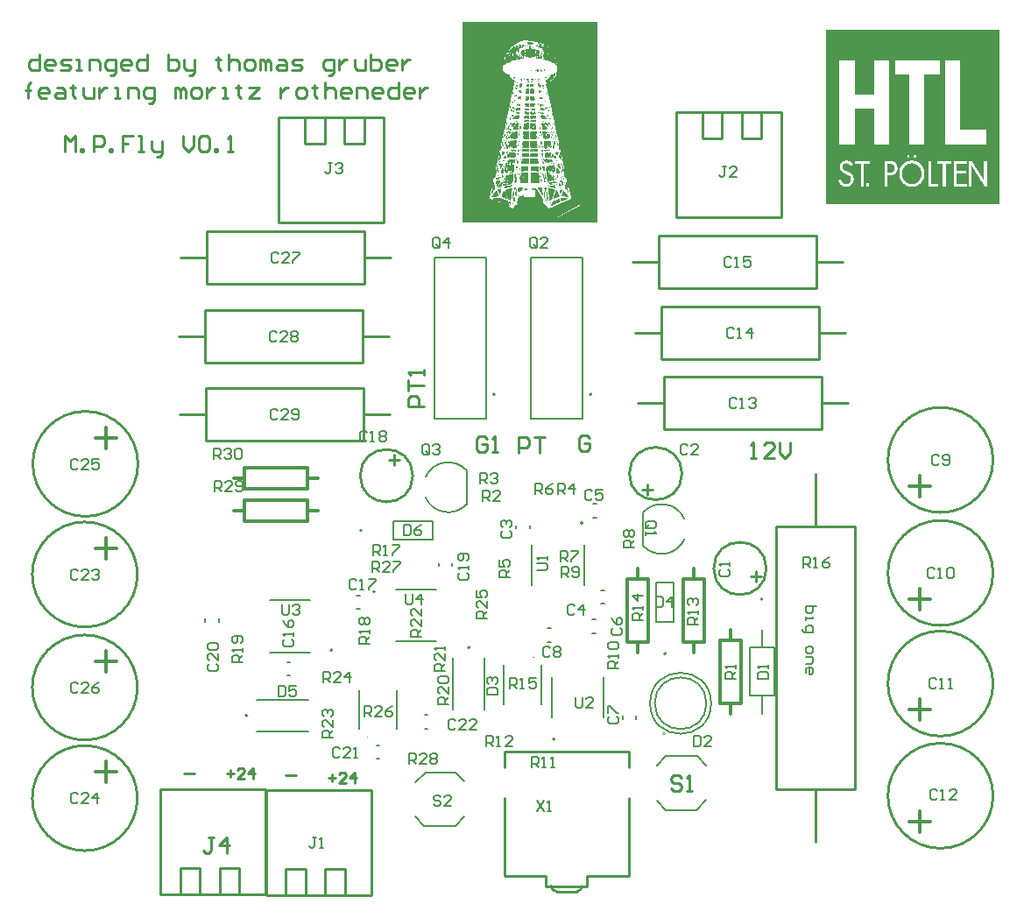
<source format=gto>
G04*
G04 #@! TF.GenerationSoftware,Altium Limited,Altium Designer,24.0.1 (36)*
G04*
G04 Layer_Color=65535*
%FSLAX25Y25*%
%MOIN*%
G70*
G04*
G04 #@! TF.SameCoordinates,92507F75-474C-4227-9718-4D99FAF4D6AC*
G04*
G04*
G04 #@! TF.FilePolarity,Positive*
G04*
G01*
G75*
%ADD10C,0.01000*%
%ADD11C,0.00787*%
%ADD12C,0.00087*%
%ADD13C,0.00600*%
%ADD14C,0.00500*%
%ADD15C,0.00000*%
%ADD16C,0.01200*%
G36*
X384200Y256400D02*
X317900D01*
Y322700D01*
X384200D01*
Y256400D01*
D02*
G37*
G36*
X231085Y249570D02*
X179585D01*
Y325774D01*
X231085D01*
Y249570D01*
D02*
G37*
%LPC*%
G36*
X342030Y311213D02*
X336325D01*
Y298107D01*
X328924D01*
Y311213D01*
X323142D01*
Y279220D01*
X328924D01*
Y288856D01*
Y288933D01*
Y292711D01*
X336325D01*
Y279220D01*
X342030D01*
Y311213D01*
D02*
G37*
G36*
X369090D02*
X363308D01*
Y279220D01*
X379035D01*
Y284616D01*
X369090D01*
Y309286D01*
Y309363D01*
Y311213D01*
D02*
G37*
G36*
X361226D02*
X344420D01*
Y305817D01*
X349662D01*
Y279220D01*
X355444D01*
Y279682D01*
Y279759D01*
Y305817D01*
X361226D01*
Y311213D01*
D02*
G37*
G36*
X352438Y275211D02*
X351513D01*
Y274594D01*
X351590D01*
Y274286D01*
X351513D01*
Y273977D01*
X352438D01*
Y274440D01*
Y274517D01*
Y275211D01*
D02*
G37*
G36*
X349816D02*
X348891D01*
Y273977D01*
X349816D01*
Y275211D01*
D02*
G37*
G36*
X326534Y272975D02*
X325224D01*
Y272898D01*
X324916D01*
Y272821D01*
X324761D01*
Y272744D01*
X324530D01*
Y272667D01*
X324453D01*
Y272589D01*
X324299D01*
Y272512D01*
X324222D01*
Y272435D01*
X324067D01*
Y272358D01*
X323990D01*
Y272281D01*
X323913D01*
Y272204D01*
X323836D01*
Y272127D01*
X323759D01*
Y271973D01*
X323682D01*
Y271896D01*
X323605D01*
Y271742D01*
X323528D01*
Y271664D01*
X323451D01*
Y271433D01*
X323374D01*
Y271202D01*
X323296D01*
Y270739D01*
X323219D01*
Y270277D01*
X323296D01*
Y269814D01*
X323374D01*
Y269583D01*
X323451D01*
Y269429D01*
X323528D01*
Y269352D01*
X323605D01*
Y269197D01*
X323682D01*
Y269120D01*
X323759D01*
Y269043D01*
X323836D01*
Y268966D01*
X323913D01*
Y268889D01*
X323990D01*
Y268812D01*
X324067D01*
Y268735D01*
X324145D01*
Y268658D01*
X324222D01*
Y268581D01*
X324376D01*
Y268504D01*
X324453D01*
Y268426D01*
X324607D01*
Y268349D01*
X324761D01*
Y268272D01*
X324916D01*
Y268195D01*
X325070D01*
Y268118D01*
X325224D01*
Y268041D01*
X325378D01*
Y267964D01*
X325532D01*
Y267887D01*
X325686D01*
Y267810D01*
X325841D01*
Y267733D01*
X325995D01*
Y267656D01*
X326149D01*
Y267579D01*
X326380D01*
Y267501D01*
X326457D01*
Y267424D01*
X326611D01*
Y267347D01*
X326766D01*
Y267270D01*
X326843D01*
Y267193D01*
X326997D01*
Y267116D01*
X327074D01*
Y267039D01*
X327151D01*
Y266962D01*
X327228D01*
Y266808D01*
X327305D01*
Y266730D01*
X327382D01*
Y266576D01*
X327460D01*
Y266268D01*
X327537D01*
Y265651D01*
X327460D01*
Y265266D01*
X327382D01*
Y265111D01*
X327305D01*
Y264957D01*
X327228D01*
Y264803D01*
X327151D01*
Y264726D01*
X327074D01*
Y264649D01*
X326997D01*
Y264572D01*
X326920D01*
Y264495D01*
X326843D01*
Y264418D01*
X326766D01*
Y264341D01*
X326611D01*
Y264264D01*
X326457D01*
Y264186D01*
X326226D01*
Y264109D01*
X325147D01*
Y264186D01*
X324916D01*
Y264264D01*
X324761D01*
Y264341D01*
X324607D01*
Y264418D01*
X324530D01*
Y264495D01*
X324453D01*
Y264572D01*
X324376D01*
Y264649D01*
X324299D01*
Y264726D01*
X324222D01*
Y264880D01*
X324145D01*
Y264957D01*
X324067D01*
Y265111D01*
X323990D01*
Y265266D01*
X323913D01*
Y265497D01*
X323836D01*
Y265805D01*
X323605D01*
Y265728D01*
X323296D01*
Y265651D01*
X323065D01*
Y265574D01*
X322834D01*
Y265497D01*
X322757D01*
Y265420D01*
X322834D01*
Y265189D01*
X322911D01*
Y264957D01*
X322988D01*
Y264726D01*
X323065D01*
Y264572D01*
X323142D01*
Y264418D01*
X323219D01*
Y264341D01*
X323296D01*
Y264186D01*
X323374D01*
Y264109D01*
X323451D01*
Y263955D01*
X323528D01*
Y263878D01*
X323605D01*
Y263801D01*
X323682D01*
Y263724D01*
X323759D01*
Y263647D01*
X323913D01*
Y263570D01*
X323990D01*
Y263493D01*
X324067D01*
Y263416D01*
X324222D01*
Y263338D01*
X324376D01*
Y263261D01*
X324530D01*
Y263184D01*
X324761D01*
Y263107D01*
X325147D01*
Y263030D01*
X326226D01*
Y263107D01*
X326534D01*
Y263184D01*
X326766D01*
Y263261D01*
X326997D01*
Y263338D01*
X327151D01*
Y263416D01*
X327228D01*
Y263493D01*
X327382D01*
Y263570D01*
X327460D01*
Y263647D01*
X327614D01*
Y263724D01*
X327691D01*
Y263801D01*
X327768D01*
Y263878D01*
X327845D01*
Y263955D01*
X327922D01*
Y264032D01*
X327999D01*
Y264186D01*
X328076D01*
Y264264D01*
X328153D01*
Y264418D01*
X328231D01*
Y264495D01*
X328308D01*
Y264649D01*
X328385D01*
Y264880D01*
X328462D01*
Y265111D01*
X328539D01*
Y265497D01*
X328616D01*
Y266576D01*
X328539D01*
Y266885D01*
X328462D01*
Y267039D01*
X328385D01*
Y267193D01*
X328308D01*
Y267347D01*
X328231D01*
Y267424D01*
X328153D01*
Y267579D01*
X328076D01*
Y267656D01*
X327999D01*
Y267733D01*
X327922D01*
Y267810D01*
X327845D01*
Y267887D01*
X327768D01*
Y267964D01*
X327691D01*
Y268041D01*
X327537D01*
Y268118D01*
X327460D01*
Y268195D01*
X327305D01*
Y268272D01*
X327228D01*
Y268349D01*
X327074D01*
Y268426D01*
X326920D01*
Y268504D01*
X326766D01*
Y268581D01*
X326611D01*
Y268658D01*
X326457D01*
Y268735D01*
X326303D01*
Y268812D01*
X326149D01*
Y268889D01*
X325918D01*
Y268966D01*
X325764D01*
Y269043D01*
X325609D01*
Y269120D01*
X325455D01*
Y269197D01*
X325301D01*
Y269274D01*
X325147D01*
Y269352D01*
X324993D01*
Y269429D01*
X324916D01*
Y269506D01*
X324761D01*
Y269583D01*
X324684D01*
Y269660D01*
X324607D01*
Y269737D01*
X324530D01*
Y269891D01*
X324453D01*
Y269968D01*
X324376D01*
Y270277D01*
X324299D01*
Y270739D01*
X324376D01*
Y271048D01*
X324453D01*
Y271202D01*
X324530D01*
Y271356D01*
X324607D01*
Y271433D01*
X324684D01*
Y271510D01*
X324761D01*
Y271587D01*
X324838D01*
Y271664D01*
X324916D01*
Y271742D01*
X325070D01*
Y271819D01*
X325301D01*
Y271896D01*
X325609D01*
Y271973D01*
X326072D01*
Y271896D01*
X326457D01*
Y271819D01*
X326611D01*
Y271742D01*
X326766D01*
Y271664D01*
X326843D01*
Y271587D01*
X326920D01*
Y271510D01*
X327074D01*
Y271356D01*
X327151D01*
Y271279D01*
X327228D01*
Y271202D01*
X327305D01*
Y271048D01*
X327382D01*
Y270894D01*
X327460D01*
Y270971D01*
X327614D01*
Y271048D01*
X327691D01*
Y271125D01*
X327845D01*
Y271202D01*
X327922D01*
Y271279D01*
X328076D01*
Y271356D01*
X328153D01*
Y271433D01*
X328231D01*
Y271664D01*
X328153D01*
Y271742D01*
X328076D01*
Y271896D01*
X327999D01*
Y271973D01*
X327922D01*
Y272050D01*
X327845D01*
Y272127D01*
X327768D01*
Y272281D01*
X327691D01*
Y272358D01*
X327537D01*
Y272435D01*
X327460D01*
Y272512D01*
X327382D01*
Y272589D01*
X327228D01*
Y272667D01*
X327151D01*
Y272744D01*
X326997D01*
Y272821D01*
X326766D01*
Y272898D01*
X326534D01*
Y272975D01*
D02*
G37*
G36*
X373407Y272898D02*
X372328D01*
Y271279D01*
Y271202D01*
Y263184D01*
X373407D01*
Y271125D01*
X373484D01*
Y270971D01*
X373561D01*
Y270816D01*
X373638D01*
Y270739D01*
X373715D01*
Y270585D01*
X373792D01*
Y270508D01*
X373869D01*
Y270354D01*
X373947D01*
Y270277D01*
X374024D01*
Y270123D01*
X374101D01*
Y269968D01*
X374178D01*
Y269891D01*
X374255D01*
Y269737D01*
X374332D01*
Y269660D01*
X374409D01*
Y269506D01*
X374486D01*
Y269352D01*
X374563D01*
Y269274D01*
X374640D01*
Y269120D01*
X374718D01*
Y269043D01*
X374795D01*
Y268889D01*
X374872D01*
Y268812D01*
X374949D01*
Y268658D01*
X375026D01*
Y268504D01*
X375103D01*
Y268426D01*
X375180D01*
Y268272D01*
X375257D01*
Y268195D01*
X375334D01*
Y268041D01*
X375411D01*
Y267964D01*
X375488D01*
Y267810D01*
X375566D01*
Y267656D01*
X375643D01*
Y267579D01*
X375720D01*
Y267424D01*
X375797D01*
Y267347D01*
X375874D01*
Y267193D01*
X375951D01*
Y267039D01*
X376028D01*
Y266962D01*
X376105D01*
Y266808D01*
X376182D01*
Y266730D01*
X376259D01*
Y266576D01*
X376337D01*
Y266499D01*
X376414D01*
Y266345D01*
X376491D01*
Y266191D01*
X376568D01*
Y266114D01*
X376645D01*
Y265960D01*
X376722D01*
Y265882D01*
X376799D01*
Y265728D01*
X376876D01*
Y265574D01*
X376953D01*
Y265497D01*
X377030D01*
Y265343D01*
X377107D01*
Y265266D01*
X377185D01*
Y265111D01*
X377262D01*
Y264957D01*
X377339D01*
Y264880D01*
X377416D01*
Y264726D01*
X377493D01*
Y264649D01*
X377570D01*
Y264495D01*
X377647D01*
Y264418D01*
X377724D01*
Y264264D01*
X377801D01*
Y264109D01*
X377878D01*
Y264032D01*
X377956D01*
Y263878D01*
X378033D01*
Y263801D01*
X378110D01*
Y263647D01*
X378187D01*
Y263570D01*
X378264D01*
Y263416D01*
X378341D01*
Y263261D01*
X378418D01*
Y263184D01*
X379266D01*
Y272821D01*
X378187D01*
Y265497D01*
X378110D01*
Y265574D01*
X378033D01*
Y265728D01*
X377956D01*
Y265805D01*
X377878D01*
Y265960D01*
X377801D01*
Y266114D01*
X377724D01*
Y266191D01*
X377647D01*
Y266345D01*
X377570D01*
Y266422D01*
X377493D01*
Y266576D01*
X377416D01*
Y266730D01*
X377339D01*
Y266808D01*
X377262D01*
Y266962D01*
X377185D01*
Y267039D01*
X377107D01*
Y267193D01*
X377030D01*
Y267270D01*
X376953D01*
Y267424D01*
X376876D01*
Y267501D01*
X376799D01*
Y267656D01*
X376722D01*
Y267810D01*
X376645D01*
Y267887D01*
X376568D01*
Y268041D01*
X376491D01*
Y268118D01*
X376414D01*
Y268272D01*
X376337D01*
Y268349D01*
X376259D01*
Y268504D01*
X376182D01*
Y268658D01*
X376105D01*
Y268735D01*
X376028D01*
Y268889D01*
X375951D01*
Y268966D01*
X375874D01*
Y269120D01*
X375797D01*
Y269197D01*
X375720D01*
Y269352D01*
X375643D01*
Y269429D01*
X375566D01*
Y269583D01*
X375488D01*
Y269737D01*
X375411D01*
Y269814D01*
X375334D01*
Y269968D01*
X375257D01*
Y270045D01*
X375180D01*
Y270200D01*
X375103D01*
Y270277D01*
X375026D01*
Y270431D01*
X374949D01*
Y270585D01*
X374872D01*
Y270662D01*
X374795D01*
Y270816D01*
X374718D01*
Y270894D01*
X374640D01*
Y271048D01*
X374563D01*
Y271125D01*
X374486D01*
Y271279D01*
X374409D01*
Y271433D01*
X374332D01*
Y271510D01*
X374255D01*
Y271664D01*
X374178D01*
Y271742D01*
X374101D01*
Y271896D01*
X374024D01*
Y271973D01*
X373947D01*
Y272127D01*
X373869D01*
Y272204D01*
X373792D01*
Y272358D01*
X373715D01*
Y272435D01*
X373638D01*
Y272589D01*
X373561D01*
Y272744D01*
X373484D01*
Y272821D01*
X373407D01*
Y272898D01*
D02*
G37*
G36*
X371557Y272821D02*
X366700D01*
Y263184D01*
X371480D01*
Y263261D01*
X371557D01*
Y264186D01*
X371480D01*
Y264264D01*
X367779D01*
Y267964D01*
X371403D01*
Y268966D01*
X367779D01*
Y269737D01*
Y269814D01*
Y271664D01*
X367702D01*
Y271742D01*
X367779D01*
Y271819D01*
X371557D01*
Y272821D01*
D02*
G37*
G36*
X365852D02*
X360301D01*
Y271819D01*
X362537D01*
Y266422D01*
Y266345D01*
Y263261D01*
X362614D01*
Y263184D01*
X363616D01*
Y271819D01*
X365852D01*
Y272821D01*
D02*
G37*
G36*
X358143D02*
X357063D01*
Y272358D01*
Y272281D01*
Y263493D01*
X356986D01*
Y263416D01*
X357063D01*
Y263184D01*
X360610D01*
Y263261D01*
X360687D01*
Y264264D01*
X358143D01*
Y264341D01*
X358066D01*
Y272744D01*
X358143D01*
Y272821D01*
D02*
G37*
G36*
X342955D02*
X340334D01*
Y263261D01*
X340411D01*
Y263184D01*
X341413D01*
Y263955D01*
Y264032D01*
Y267347D01*
X342647D01*
Y267424D01*
X343186D01*
Y267501D01*
X343495D01*
Y267579D01*
X343726D01*
Y267656D01*
X343880D01*
Y267733D01*
X344035D01*
Y267810D01*
X344112D01*
Y267887D01*
X344266D01*
Y267964D01*
X344343D01*
Y268041D01*
X344420D01*
Y268118D01*
X344497D01*
Y268195D01*
X344574D01*
Y268272D01*
X344651D01*
Y268349D01*
X344728D01*
Y268426D01*
X344806D01*
Y268581D01*
X344883D01*
Y268658D01*
X344960D01*
Y268812D01*
X345037D01*
Y269043D01*
X345114D01*
Y269274D01*
X345191D01*
Y269583D01*
X345268D01*
Y270585D01*
X345191D01*
Y270971D01*
X345114D01*
Y271202D01*
X345037D01*
Y271356D01*
X344960D01*
Y271510D01*
X344883D01*
Y271664D01*
X344806D01*
Y271742D01*
X344728D01*
Y271819D01*
X344651D01*
Y271973D01*
X344574D01*
Y272050D01*
X344497D01*
Y272127D01*
X344420D01*
Y272204D01*
X344266D01*
Y272281D01*
X344189D01*
Y272358D01*
X344112D01*
Y272435D01*
X343957D01*
Y272512D01*
X343803D01*
Y272589D01*
X343649D01*
Y272667D01*
X343341D01*
Y272744D01*
X342955D01*
Y272821D01*
D02*
G37*
G36*
X334475Y264418D02*
X333550D01*
Y263184D01*
X334475D01*
Y264418D01*
D02*
G37*
G36*
X334706Y272821D02*
X329156D01*
Y271819D01*
X331391D01*
Y263184D01*
X332394D01*
Y263261D01*
X332471D01*
Y271819D01*
X334706D01*
Y272821D01*
D02*
G37*
G36*
X351513Y272975D02*
X349894D01*
Y272898D01*
X349508D01*
Y272821D01*
X349200D01*
Y272744D01*
X348969D01*
Y272667D01*
X348814D01*
Y272589D01*
X348660D01*
Y272512D01*
X348506D01*
Y272435D01*
X348352D01*
Y272358D01*
X348198D01*
Y272281D01*
X348120D01*
Y272204D01*
X347966D01*
Y272127D01*
X347889D01*
Y272050D01*
X347735D01*
Y271973D01*
X347658D01*
Y271896D01*
X347581D01*
Y271819D01*
X347504D01*
Y271742D01*
X347427D01*
Y271664D01*
X347272D01*
Y271510D01*
X347195D01*
Y271433D01*
X347118D01*
Y271356D01*
X347041D01*
Y271279D01*
X346964D01*
Y271202D01*
X346887D01*
Y271125D01*
X346810D01*
Y270971D01*
X346733D01*
Y270894D01*
X346656D01*
Y270739D01*
X346579D01*
Y270662D01*
X346501D01*
Y270508D01*
X346424D01*
Y270354D01*
X346347D01*
Y270200D01*
X346270D01*
Y270045D01*
X346193D01*
Y269814D01*
X346116D01*
Y269583D01*
X346039D01*
Y269352D01*
X345962D01*
Y268889D01*
X345885D01*
Y268195D01*
X345808D01*
Y268118D01*
X345885D01*
Y267116D01*
X345962D01*
Y266730D01*
X346039D01*
Y266422D01*
X346116D01*
Y266191D01*
X346193D01*
Y266037D01*
X346270D01*
Y265882D01*
X346347D01*
Y265651D01*
X346424D01*
Y265497D01*
X346501D01*
Y265420D01*
X346579D01*
Y265266D01*
X346656D01*
Y265189D01*
X346733D01*
Y265034D01*
X346810D01*
Y264957D01*
X346887D01*
Y264803D01*
X346964D01*
Y264726D01*
X347041D01*
Y264649D01*
X347118D01*
Y264572D01*
X347195D01*
Y264495D01*
X347272D01*
Y264418D01*
X347350D01*
Y264341D01*
X347427D01*
Y264264D01*
X347504D01*
Y264186D01*
X347581D01*
Y264109D01*
X347658D01*
Y264032D01*
X347812D01*
Y263955D01*
X347889D01*
Y263878D01*
X347966D01*
Y263801D01*
X348120D01*
Y263724D01*
X348275D01*
Y263647D01*
X348352D01*
Y263570D01*
X348506D01*
Y263493D01*
X348660D01*
Y263416D01*
X348891D01*
Y263338D01*
X349046D01*
Y263261D01*
X349354D01*
Y263184D01*
X349662D01*
Y263107D01*
X350125D01*
Y263030D01*
X351281D01*
Y263107D01*
X351744D01*
Y263184D01*
X352052D01*
Y263261D01*
X352284D01*
Y263338D01*
X352515D01*
Y263416D01*
X352669D01*
Y263493D01*
X352823D01*
Y263570D01*
X352977D01*
Y263647D01*
X353132D01*
Y263724D01*
X353286D01*
Y263801D01*
X353363D01*
Y263878D01*
X353517D01*
Y263955D01*
X353594D01*
Y264032D01*
X353671D01*
Y264109D01*
X353748D01*
Y264186D01*
X353902D01*
Y264264D01*
X353979D01*
Y264341D01*
X354057D01*
Y264418D01*
X354134D01*
Y264495D01*
X354211D01*
Y264572D01*
X354288D01*
Y264726D01*
X354365D01*
Y264803D01*
X354442D01*
Y264880D01*
X354519D01*
Y264957D01*
X354596D01*
Y265111D01*
X354673D01*
Y265189D01*
X354750D01*
Y265343D01*
X354828D01*
Y265420D01*
X354905D01*
Y265574D01*
X354982D01*
Y265728D01*
X355059D01*
Y265882D01*
X355136D01*
Y266114D01*
X355213D01*
Y266268D01*
X355290D01*
Y266499D01*
X355367D01*
Y266885D01*
X355444D01*
Y267270D01*
X355521D01*
Y268735D01*
X355444D01*
Y269197D01*
X355367D01*
Y269506D01*
X355290D01*
Y269737D01*
X355213D01*
Y269968D01*
X355136D01*
Y270123D01*
X355059D01*
Y270277D01*
X354982D01*
Y270431D01*
X354905D01*
Y270585D01*
X354828D01*
Y270739D01*
X354750D01*
Y270816D01*
X354673D01*
Y270971D01*
X354596D01*
Y271048D01*
X354519D01*
Y271125D01*
X354442D01*
Y271279D01*
X354365D01*
Y271356D01*
X354288D01*
Y271433D01*
X354211D01*
Y271510D01*
X354134D01*
Y271587D01*
X354057D01*
Y271664D01*
X353979D01*
Y271742D01*
X353902D01*
Y271819D01*
X353825D01*
Y271896D01*
X353748D01*
Y271973D01*
X353594D01*
Y272050D01*
X353517D01*
Y272127D01*
X353440D01*
Y272204D01*
X353286D01*
Y272281D01*
X353132D01*
Y272358D01*
X353054D01*
Y272435D01*
X352900D01*
Y272512D01*
X352746D01*
Y272589D01*
X352592D01*
Y272667D01*
X352361D01*
Y272744D01*
X352129D01*
Y272821D01*
X351821D01*
Y272898D01*
X351513D01*
Y272975D01*
D02*
G37*
%LPD*%
G36*
X342338Y271742D02*
X342955D01*
Y271664D01*
X343186D01*
Y271587D01*
X343418D01*
Y271510D01*
X343572D01*
Y271433D01*
X343649D01*
Y271356D01*
X343726D01*
Y271279D01*
X343803D01*
Y271202D01*
X343880D01*
Y271125D01*
X343957D01*
Y270971D01*
X344035D01*
Y270816D01*
X344112D01*
Y270585D01*
X344189D01*
Y270045D01*
Y269968D01*
Y269660D01*
X344112D01*
Y269429D01*
X344035D01*
Y269274D01*
X343957D01*
Y269120D01*
X343880D01*
Y269043D01*
X343803D01*
Y268966D01*
X343726D01*
Y268889D01*
X343649D01*
Y268812D01*
X343572D01*
Y268735D01*
X343418D01*
Y268658D01*
X343264D01*
Y268581D01*
X343109D01*
Y268504D01*
X342724D01*
Y268426D01*
X341413D01*
Y271819D01*
X342338D01*
Y271742D01*
D02*
G37*
G36*
X350973Y271896D02*
X351513D01*
Y271819D01*
X351744D01*
Y271742D01*
X351975D01*
Y271664D01*
X352206D01*
Y271587D01*
X352361D01*
Y271510D01*
X352515D01*
Y271433D01*
X352592D01*
Y271356D01*
X352746D01*
Y271279D01*
X352823D01*
Y271202D01*
X352900D01*
Y271125D01*
X353054D01*
Y271048D01*
X353132D01*
Y270971D01*
X353209D01*
Y270894D01*
X353286D01*
Y270816D01*
X353363D01*
Y270739D01*
X353440D01*
Y270662D01*
X353517D01*
Y270585D01*
X353594D01*
Y270431D01*
X353671D01*
Y270354D01*
X353748D01*
Y270200D01*
X353825D01*
Y270123D01*
X353902D01*
Y269968D01*
X353979D01*
Y269814D01*
X354057D01*
Y269660D01*
X354134D01*
Y269429D01*
X354211D01*
Y269274D01*
X354288D01*
Y268966D01*
X354365D01*
Y268504D01*
X354442D01*
Y267501D01*
X354365D01*
Y267116D01*
X354288D01*
Y266808D01*
X354211D01*
Y266576D01*
X354134D01*
Y266345D01*
X354057D01*
Y266191D01*
X353979D01*
Y266037D01*
X353902D01*
Y265960D01*
X353825D01*
Y265805D01*
X353748D01*
Y265651D01*
X353671D01*
Y265574D01*
X353594D01*
Y265497D01*
X353517D01*
Y265420D01*
X353440D01*
Y265266D01*
X353363D01*
Y265189D01*
X353286D01*
Y265111D01*
X353209D01*
Y265034D01*
X353054D01*
Y264957D01*
X352977D01*
Y264880D01*
X352900D01*
Y264803D01*
X352823D01*
Y264726D01*
X352669D01*
Y264649D01*
X352592D01*
Y264572D01*
X352438D01*
Y264495D01*
X352284D01*
Y264418D01*
X352129D01*
Y264341D01*
X351898D01*
Y264264D01*
X351667D01*
Y264186D01*
X351358D01*
Y264109D01*
X349971D01*
Y264186D01*
X349739D01*
Y264264D01*
X349431D01*
Y264341D01*
X349277D01*
Y264418D01*
X349123D01*
Y264495D01*
X348969D01*
Y264572D01*
X348814D01*
Y264649D01*
X348660D01*
Y264726D01*
X348583D01*
Y264803D01*
X348506D01*
Y264880D01*
X348352D01*
Y264957D01*
X348275D01*
Y265034D01*
X348198D01*
Y265111D01*
X348120D01*
Y265189D01*
X348043D01*
Y265266D01*
X347966D01*
Y265343D01*
X347889D01*
Y265420D01*
X347812D01*
Y265574D01*
X347735D01*
Y265651D01*
X347658D01*
Y265728D01*
X347581D01*
Y265882D01*
X347504D01*
Y266037D01*
X347427D01*
Y266191D01*
X347350D01*
Y266345D01*
X347272D01*
Y266499D01*
X347195D01*
Y266730D01*
X347118D01*
Y266962D01*
X347041D01*
Y267347D01*
X346964D01*
Y268658D01*
X347041D01*
Y269043D01*
X347118D01*
Y269352D01*
X347195D01*
Y269506D01*
X347272D01*
Y269737D01*
X347350D01*
Y269891D01*
X347427D01*
Y270045D01*
X347504D01*
Y270123D01*
X347581D01*
Y270277D01*
X347658D01*
Y270354D01*
X347735D01*
Y270508D01*
X347812D01*
Y270585D01*
X347889D01*
Y270662D01*
X347966D01*
Y270739D01*
X348043D01*
Y270816D01*
X348120D01*
Y270894D01*
X348198D01*
Y270971D01*
X348275D01*
Y271048D01*
X348352D01*
Y271125D01*
X348429D01*
Y271202D01*
X348506D01*
Y271279D01*
X348660D01*
Y271356D01*
X348814D01*
Y271433D01*
X348891D01*
Y271510D01*
X349046D01*
Y271587D01*
X349200D01*
Y271664D01*
X349354D01*
Y271742D01*
X349585D01*
Y271819D01*
X349894D01*
Y271896D01*
X350433D01*
Y271973D01*
X350973D01*
Y271896D01*
D02*
G37*
%LPC*%
G36*
X204682Y318846D02*
X204616D01*
Y318781D01*
X204682D01*
Y318846D01*
D02*
G37*
G36*
X203963Y318912D02*
X203767D01*
Y318846D01*
X203636D01*
Y318781D01*
X203505D01*
Y318716D01*
X203375D01*
Y318781D01*
X202982D01*
Y318716D01*
X202852D01*
Y318650D01*
X202721D01*
Y318585D01*
X202460D01*
Y318519D01*
X202198D01*
Y318454D01*
X202002D01*
Y318389D01*
X201806D01*
Y318323D01*
X201675D01*
Y318258D01*
X201545D01*
Y318193D01*
X201414D01*
Y318127D01*
X201218D01*
Y318062D01*
X201087D01*
Y317997D01*
X201022D01*
Y317931D01*
X200826D01*
Y317866D01*
X200695D01*
Y317800D01*
X200564D01*
Y317735D01*
X200499D01*
Y317670D01*
X200434D01*
Y317604D01*
X200303D01*
Y317539D01*
X200238D01*
Y317474D01*
X200107D01*
Y317408D01*
X200042D01*
Y317343D01*
X199976D01*
Y317278D01*
X199911D01*
Y317212D01*
X199780D01*
Y317147D01*
X199649D01*
Y317082D01*
X199519D01*
Y317016D01*
X199388D01*
Y316951D01*
X199257D01*
Y316885D01*
X199192D01*
Y316820D01*
X199127D01*
Y316755D01*
X199061D01*
Y316689D01*
X198996D01*
Y316559D01*
X198865D01*
Y316493D01*
X198734D01*
Y316428D01*
X198669D01*
Y316363D01*
X198604D01*
Y316297D01*
X198538D01*
Y316232D01*
X198473D01*
Y316167D01*
X198408D01*
Y316101D01*
X198342D01*
Y316036D01*
X198277D01*
Y315971D01*
X198212D01*
Y315905D01*
X198146D01*
Y315840D01*
X198081D01*
Y315709D01*
X198015D01*
Y315578D01*
X197950D01*
Y315513D01*
X197885D01*
Y315448D01*
X197754D01*
Y315382D01*
X197689D01*
Y315317D01*
X197623D01*
Y315252D01*
X197558D01*
Y315186D01*
X197493D01*
Y315121D01*
X197427D01*
Y314990D01*
X197362D01*
Y314925D01*
X197297D01*
Y314794D01*
X197231D01*
Y314598D01*
X197166D01*
Y314467D01*
X197231D01*
Y314533D01*
X197362D01*
Y314598D01*
X197493D01*
Y314664D01*
X197623D01*
Y314729D01*
X197689D01*
Y314860D01*
X197754D01*
Y314990D01*
X197819D01*
Y315056D01*
X197885D01*
Y315121D01*
X197950D01*
Y315186D01*
X198015D01*
Y315252D01*
X198081D01*
Y315317D01*
X198146D01*
Y315448D01*
X198277D01*
Y315513D01*
X198342D01*
Y315578D01*
X198408D01*
Y315644D01*
X198473D01*
Y315709D01*
X198604D01*
Y315774D01*
X198669D01*
Y315840D01*
X198734D01*
Y315905D01*
X198865D01*
Y315971D01*
X198996D01*
Y316036D01*
X199061D01*
Y316167D01*
X199127D01*
Y316428D01*
X199192D01*
Y316493D01*
X199715D01*
Y316559D01*
X199911D01*
Y316624D01*
X199976D01*
Y316689D01*
X200042D01*
Y316755D01*
X200172D01*
Y316820D01*
X200499D01*
Y316689D01*
X200564D01*
Y316624D01*
X200760D01*
Y316689D01*
X200826D01*
Y316559D01*
X200760D01*
Y316493D01*
X200695D01*
Y316428D01*
X200630D01*
Y316363D01*
X200564D01*
Y316297D01*
X200695D01*
Y316363D01*
X200760D01*
Y316428D01*
X200957D01*
Y316493D01*
X201152D01*
Y316559D01*
X201218D01*
Y316624D01*
X201283D01*
Y316689D01*
X201349D01*
Y316755D01*
X201087D01*
Y316820D01*
X201152D01*
Y317016D01*
X200957D01*
Y317212D01*
X201152D01*
Y317147D01*
X201218D01*
Y317082D01*
X201152D01*
Y317016D01*
X201349D01*
Y317082D01*
X201414D01*
Y317147D01*
X201806D01*
Y317082D01*
X201741D01*
Y316951D01*
X202002D01*
Y316885D01*
X202067D01*
Y316820D01*
X202002D01*
Y316755D01*
X202067D01*
Y316689D01*
X202198D01*
Y316493D01*
X202394D01*
Y316559D01*
X202525D01*
Y316689D01*
X202460D01*
Y316885D01*
X202525D01*
Y316951D01*
X202656D01*
Y317016D01*
X202721D01*
Y317082D01*
X202852D01*
Y317016D01*
X202917D01*
Y316951D01*
X202982D01*
Y316885D01*
X203048D01*
Y316820D01*
X203113D01*
Y316689D01*
X203244D01*
Y316624D01*
X203440D01*
Y316493D01*
X203375D01*
Y316428D01*
X203309D01*
Y316363D01*
X203375D01*
Y316297D01*
X203309D01*
Y316363D01*
X203244D01*
Y316297D01*
X202852D01*
Y316232D01*
X202786D01*
Y316167D01*
X202721D01*
Y315971D01*
X202656D01*
Y315905D01*
X202460D01*
Y315971D01*
X202264D01*
Y316036D01*
X202002D01*
Y315971D01*
X201937D01*
Y315840D01*
X201871D01*
Y315774D01*
X201675D01*
Y315709D01*
X201545D01*
Y315644D01*
X201479D01*
Y315578D01*
X201414D01*
Y315513D01*
X201349D01*
Y315382D01*
X201414D01*
Y315317D01*
X201349D01*
Y315252D01*
X201087D01*
Y315186D01*
X201022D01*
Y315056D01*
X201087D01*
Y314990D01*
X201152D01*
Y314925D01*
X201349D01*
Y314860D01*
X201283D01*
Y314794D01*
X201152D01*
Y314664D01*
X201218D01*
Y314533D01*
X201152D01*
Y314467D01*
X201022D01*
Y314337D01*
X200957D01*
Y314271D01*
X200760D01*
Y314467D01*
X200695D01*
Y314533D01*
X200630D01*
Y314794D01*
X200695D01*
Y314860D01*
X200630D01*
Y314925D01*
X200499D01*
Y314860D01*
X200434D01*
Y314729D01*
X200368D01*
Y314664D01*
X200303D01*
Y314533D01*
X200238D01*
Y314402D01*
X200172D01*
Y314206D01*
X200107D01*
Y314075D01*
X200172D01*
Y313879D01*
X200107D01*
Y313749D01*
X200042D01*
Y313552D01*
X199976D01*
Y313487D01*
X199845D01*
Y313422D01*
X199715D01*
Y313618D01*
X199584D01*
Y313552D01*
X199519D01*
Y313487D01*
X199453D01*
Y313422D01*
X199388D01*
Y313356D01*
X199323D01*
Y313291D01*
X199584D01*
Y313356D01*
X199911D01*
Y313291D01*
X200303D01*
Y313226D01*
X200368D01*
Y313160D01*
X200434D01*
Y313095D01*
X200499D01*
Y313030D01*
X200564D01*
Y312115D01*
X200499D01*
Y311918D01*
X200564D01*
Y311853D01*
X200630D01*
Y311722D01*
X200695D01*
Y311592D01*
X200630D01*
Y311526D01*
X200564D01*
Y311461D01*
X200434D01*
Y311526D01*
X200368D01*
Y311592D01*
X200238D01*
Y311526D01*
X200107D01*
Y311461D01*
X200042D01*
Y311396D01*
X199976D01*
Y311330D01*
X199911D01*
Y311265D01*
X199845D01*
Y311200D01*
X199780D01*
Y311134D01*
X199584D01*
Y311069D01*
X199388D01*
Y311003D01*
X199192D01*
Y311069D01*
X198996D01*
Y311134D01*
X198800D01*
Y311200D01*
X198734D01*
Y311134D01*
X198669D01*
Y311069D01*
X198604D01*
Y311003D01*
X198538D01*
Y310938D01*
X198473D01*
Y310807D01*
X198408D01*
Y310742D01*
X198342D01*
Y310677D01*
X198081D01*
Y310611D01*
X197754D01*
Y310546D01*
X197689D01*
Y310611D01*
X197427D01*
Y310546D01*
X197362D01*
Y310481D01*
X197297D01*
Y310350D01*
X197231D01*
Y310219D01*
X197166D01*
Y310154D01*
X197100D01*
Y310089D01*
X196970D01*
Y310154D01*
X196904D01*
Y310089D01*
X196578D01*
Y310154D01*
X196512D01*
Y310089D01*
X196447D01*
Y310023D01*
X196382D01*
Y309958D01*
X196316D01*
Y309762D01*
X196251D01*
Y309631D01*
X196186D01*
Y309566D01*
X195728D01*
Y309500D01*
X195597D01*
Y309435D01*
X195532D01*
Y309566D01*
X195467D01*
Y309631D01*
X195532D01*
Y309958D01*
X195597D01*
Y310219D01*
X195532D01*
Y310285D01*
X195467D01*
Y310154D01*
X195401D01*
Y309566D01*
X195467D01*
Y309435D01*
X195532D01*
Y309239D01*
X195467D01*
Y309108D01*
X195401D01*
Y309043D01*
X195271D01*
Y308978D01*
X195205D01*
Y308847D01*
X195140D01*
Y308455D01*
X195074D01*
Y307670D01*
X195140D01*
Y307344D01*
X195205D01*
Y307148D01*
X195271D01*
Y306951D01*
X195336D01*
Y306886D01*
X195401D01*
Y306821D01*
X195467D01*
Y306755D01*
X195532D01*
Y306690D01*
X195597D01*
Y306625D01*
X195728D01*
Y306559D01*
X195859D01*
Y306494D01*
X195990D01*
Y306429D01*
X196055D01*
Y306363D01*
X196120D01*
Y306298D01*
X196186D01*
Y306233D01*
X196251D01*
Y306167D01*
X196316D01*
Y306102D01*
X196447D01*
Y306036D01*
X196512D01*
Y305971D01*
X196578D01*
Y305906D01*
X196643D01*
Y305840D01*
X196708D01*
Y305775D01*
X196839D01*
Y305710D01*
X197427D01*
Y305644D01*
X197558D01*
Y305579D01*
X197623D01*
Y305514D01*
X197689D01*
Y305448D01*
X197754D01*
Y305318D01*
X197819D01*
Y305252D01*
X197885D01*
Y305187D01*
X197950D01*
Y305122D01*
X198015D01*
Y305056D01*
X197885D01*
Y304991D01*
X197819D01*
Y304860D01*
X197885D01*
Y304729D01*
X197950D01*
Y304664D01*
X198081D01*
Y304599D01*
X198146D01*
Y304664D01*
X198212D01*
Y304533D01*
X198277D01*
Y304468D01*
X198342D01*
Y304337D01*
X198408D01*
Y304207D01*
X198473D01*
Y304076D01*
X198800D01*
Y304011D01*
X198865D01*
Y303945D01*
X199061D01*
Y303880D01*
X199127D01*
Y303684D01*
X199257D01*
Y303749D01*
X199323D01*
Y303815D01*
X199453D01*
Y303684D01*
X199519D01*
Y303422D01*
X199584D01*
Y303226D01*
X199649D01*
Y303096D01*
X199584D01*
Y303030D01*
X199519D01*
Y302965D01*
X199453D01*
Y302769D01*
X199388D01*
Y302442D01*
X199323D01*
Y301527D01*
X199257D01*
Y301396D01*
X199192D01*
Y301200D01*
X199127D01*
Y301004D01*
X199061D01*
Y300677D01*
X198996D01*
Y300089D01*
X198931D01*
Y299893D01*
X198865D01*
Y299697D01*
X198800D01*
Y299109D01*
X198865D01*
Y299043D01*
X199061D01*
Y298978D01*
X199127D01*
Y298848D01*
X199192D01*
Y298455D01*
X199127D01*
Y298325D01*
X199061D01*
Y298194D01*
X198931D01*
Y298129D01*
X198865D01*
Y298194D01*
X198734D01*
Y298390D01*
X198669D01*
Y298521D01*
X198604D01*
Y298390D01*
X198538D01*
Y298194D01*
X198473D01*
Y297867D01*
X198408D01*
Y297606D01*
X198342D01*
Y297344D01*
X198277D01*
Y297083D01*
X198212D01*
Y296429D01*
X198146D01*
Y296233D01*
X198081D01*
Y296102D01*
X198015D01*
Y295841D01*
X197950D01*
Y295449D01*
X197885D01*
Y295188D01*
X197819D01*
Y294665D01*
X197754D01*
Y294469D01*
X197689D01*
Y294076D01*
X197754D01*
Y293946D01*
X197819D01*
Y293881D01*
X197885D01*
Y293815D01*
X197950D01*
Y293750D01*
X198015D01*
Y293619D01*
X198081D01*
Y293488D01*
X198146D01*
Y293227D01*
X198081D01*
Y293162D01*
X198015D01*
Y293096D01*
X197950D01*
Y292966D01*
X197885D01*
Y292900D01*
X197819D01*
Y292835D01*
X197754D01*
Y293619D01*
X197623D01*
Y293488D01*
X197558D01*
Y293423D01*
X197493D01*
Y293227D01*
X197427D01*
Y293031D01*
X197362D01*
Y292769D01*
X197297D01*
Y292116D01*
X197231D01*
Y291920D01*
X197166D01*
Y291789D01*
X197100D01*
Y291593D01*
X197035D01*
Y290939D01*
X197100D01*
Y290809D01*
X197035D01*
Y290678D01*
X196970D01*
Y290482D01*
X196904D01*
Y290351D01*
X196839D01*
Y290155D01*
X196774D01*
Y290024D01*
X196708D01*
Y289828D01*
X196643D01*
Y289240D01*
X196578D01*
Y288979D01*
X196512D01*
Y288783D01*
X196447D01*
Y288587D01*
X196512D01*
Y288391D01*
X196447D01*
Y288194D01*
X196382D01*
Y288064D01*
X196316D01*
Y287737D01*
X196382D01*
Y287606D01*
X196512D01*
Y287541D01*
X196578D01*
Y287410D01*
X196643D01*
Y287280D01*
X196708D01*
Y287018D01*
X196774D01*
Y286691D01*
X196708D01*
Y286626D01*
X196643D01*
Y286430D01*
X196578D01*
Y286365D01*
X196512D01*
Y286299D01*
X196447D01*
Y286365D01*
X196382D01*
Y287018D01*
X196316D01*
Y287084D01*
X196251D01*
Y287149D01*
X196186D01*
Y287084D01*
X196120D01*
Y286953D01*
X196055D01*
Y286757D01*
X195990D01*
Y286103D01*
X195924D01*
Y285254D01*
X195859D01*
Y285123D01*
X195793D01*
Y285057D01*
X195728D01*
Y284992D01*
X195663D01*
Y284861D01*
X195597D01*
Y284600D01*
X195532D01*
Y284273D01*
X195597D01*
Y284142D01*
X195663D01*
Y283750D01*
X195597D01*
Y283685D01*
X195532D01*
Y283554D01*
X195467D01*
Y283424D01*
X195401D01*
Y283293D01*
X195336D01*
Y283097D01*
X195271D01*
Y282901D01*
X195205D01*
Y282770D01*
X195140D01*
Y282574D01*
X195074D01*
Y282247D01*
X195009D01*
Y281986D01*
X195140D01*
Y282051D01*
X195205D01*
Y282117D01*
X195271D01*
Y282247D01*
X195336D01*
Y282313D01*
X195401D01*
Y282378D01*
X195467D01*
Y282509D01*
X195532D01*
Y282705D01*
X195597D01*
Y282835D01*
X195663D01*
Y282901D01*
X195793D01*
Y282966D01*
X195859D01*
Y283032D01*
X196055D01*
Y282966D01*
X196120D01*
Y282835D01*
X196055D01*
Y282705D01*
X195990D01*
Y282574D01*
X195924D01*
Y282509D01*
X195859D01*
Y282443D01*
X195793D01*
Y282313D01*
X195728D01*
Y282247D01*
X195663D01*
Y282117D01*
X195597D01*
Y281986D01*
X195532D01*
Y281920D01*
X195467D01*
Y281790D01*
X195401D01*
Y281724D01*
X195074D01*
Y281659D01*
X195009D01*
Y281594D01*
X194944D01*
Y281398D01*
X194878D01*
Y280744D01*
X194813D01*
Y280679D01*
X194748D01*
Y280483D01*
X194682D01*
Y280156D01*
X194748D01*
Y280090D01*
X194813D01*
Y280025D01*
X194944D01*
Y279960D01*
X195009D01*
Y279829D01*
X195074D01*
Y279568D01*
X195140D01*
Y279110D01*
X195205D01*
Y279045D01*
X195271D01*
Y278914D01*
X195336D01*
Y278653D01*
X195271D01*
Y278587D01*
X195205D01*
Y278522D01*
X195009D01*
Y278718D01*
X194748D01*
Y278653D01*
X194682D01*
Y278587D01*
X194617D01*
Y278326D01*
X194552D01*
Y277934D01*
X194486D01*
Y277411D01*
X194421D01*
Y277280D01*
X194356D01*
Y277215D01*
X194225D01*
Y277150D01*
X194094D01*
Y277084D01*
X194029D01*
Y277019D01*
X193963D01*
Y276953D01*
X193898D01*
Y276757D01*
X193833D01*
Y276104D01*
X193898D01*
Y276039D01*
X193963D01*
Y275973D01*
X194029D01*
Y275777D01*
X194094D01*
Y275646D01*
X194029D01*
Y275450D01*
X194094D01*
Y275385D01*
X194029D01*
Y275254D01*
X194094D01*
Y275320D01*
X194290D01*
Y275189D01*
X194356D01*
Y275058D01*
X194421D01*
Y274927D01*
X194486D01*
Y274143D01*
X194421D01*
Y274012D01*
X194356D01*
Y273882D01*
X194290D01*
Y273816D01*
X194225D01*
Y273751D01*
X194029D01*
Y273686D01*
X193963D01*
Y273620D01*
X193898D01*
Y273490D01*
X193833D01*
Y273359D01*
X193767D01*
Y273293D01*
X193702D01*
Y273163D01*
X193637D01*
Y273097D01*
X193571D01*
Y273032D01*
X193441D01*
Y272967D01*
X193179D01*
Y272901D01*
X193114D01*
Y272836D01*
X193049D01*
Y272705D01*
X192983D01*
Y272117D01*
X192918D01*
Y271986D01*
X192852D01*
Y271856D01*
X192787D01*
Y271137D01*
X192722D01*
Y271071D01*
X192656D01*
Y270941D01*
X192591D01*
Y270810D01*
X192526D01*
Y270483D01*
X192460D01*
Y269764D01*
X192395D01*
Y269372D01*
X192526D01*
Y269568D01*
X192591D01*
Y269830D01*
X192656D01*
Y270091D01*
X192722D01*
Y270483D01*
X192787D01*
Y271071D01*
X193049D01*
Y270941D01*
X193114D01*
Y270810D01*
X193179D01*
Y269960D01*
X193245D01*
Y269895D01*
X193179D01*
Y269503D01*
X193310D01*
Y269438D01*
X193375D01*
Y269372D01*
X193441D01*
Y269307D01*
X193506D01*
Y269176D01*
X193571D01*
Y268849D01*
X193506D01*
Y268653D01*
X193441D01*
Y268588D01*
X193375D01*
Y268523D01*
X193310D01*
Y268457D01*
X193245D01*
Y268392D01*
X192983D01*
Y268719D01*
X193049D01*
Y269111D01*
X192918D01*
Y269045D01*
X192787D01*
Y268980D01*
X192722D01*
Y268849D01*
X192656D01*
Y268523D01*
X192591D01*
Y268196D01*
X192526D01*
Y267934D01*
X192460D01*
Y267215D01*
X192395D01*
Y267019D01*
X192330D01*
Y266889D01*
X192264D01*
Y266758D01*
X192199D01*
Y266627D01*
X192133D01*
Y266562D01*
X192068D01*
Y266497D01*
X192003D01*
Y266431D01*
X191937D01*
Y266366D01*
X191807D01*
Y266301D01*
X191741D01*
Y266235D01*
X191676D01*
Y266170D01*
X191611D01*
Y266104D01*
X191545D01*
Y265974D01*
X191480D01*
Y265778D01*
X191415D01*
Y264993D01*
X191480D01*
Y264928D01*
X191611D01*
Y264863D01*
X191676D01*
Y264471D01*
X191741D01*
Y263948D01*
X191872D01*
Y263817D01*
X191937D01*
Y263752D01*
X192003D01*
Y263621D01*
X192068D01*
Y263556D01*
X192133D01*
Y263490D01*
X192199D01*
Y263163D01*
X192264D01*
Y262967D01*
X192199D01*
Y262510D01*
X192133D01*
Y262248D01*
X192068D01*
Y262118D01*
X192003D01*
Y262052D01*
X191937D01*
Y261922D01*
X191872D01*
Y261856D01*
X191807D01*
Y261791D01*
X191676D01*
Y261726D01*
X191611D01*
Y261660D01*
X191545D01*
Y261595D01*
X191480D01*
Y261530D01*
X191415D01*
Y261399D01*
X191349D01*
Y261268D01*
X191284D01*
Y261072D01*
X191218D01*
Y260876D01*
X191153D01*
Y260745D01*
X191088D01*
Y260680D01*
X191023D01*
Y260549D01*
X190957D01*
Y260419D01*
X190892D01*
Y260353D01*
X190826D01*
Y260288D01*
X190761D01*
Y260223D01*
X190696D01*
Y260157D01*
X190630D01*
Y260223D01*
X190565D01*
Y260288D01*
X190500D01*
Y260419D01*
X190565D01*
Y260615D01*
X190630D01*
Y260811D01*
X190696D01*
Y261007D01*
X190761D01*
Y261268D01*
X190826D01*
Y261464D01*
X190892D01*
Y261791D01*
X190957D01*
Y262118D01*
X191023D01*
Y262444D01*
X191088D01*
Y262967D01*
X191023D01*
Y262837D01*
X190957D01*
Y262706D01*
X190892D01*
Y262575D01*
X190826D01*
Y262379D01*
X190761D01*
Y262183D01*
X190696D01*
Y261987D01*
X190630D01*
Y261791D01*
X190565D01*
Y261530D01*
X190500D01*
Y261333D01*
X190434D01*
Y261007D01*
X190369D01*
Y260680D01*
X190304D01*
Y260353D01*
X190238D01*
Y259896D01*
X190173D01*
Y259700D01*
X190108D01*
Y259504D01*
X190042D01*
Y259177D01*
X189977D01*
Y258719D01*
X190042D01*
Y258654D01*
X190108D01*
Y258589D01*
X190173D01*
Y258523D01*
X190304D01*
Y258458D01*
X190500D01*
Y258393D01*
X190630D01*
Y258327D01*
X190826D01*
Y258262D01*
X191153D01*
Y258196D01*
X191284D01*
Y258262D01*
X191218D01*
Y258458D01*
X191284D01*
Y258523D01*
X191349D01*
Y258589D01*
X191545D01*
Y258654D01*
X191872D01*
Y258719D01*
X192264D01*
Y258785D01*
X192656D01*
Y258850D01*
X193049D01*
Y258915D01*
X193767D01*
Y258850D01*
X193833D01*
Y258719D01*
X193898D01*
Y258654D01*
X193963D01*
Y258589D01*
X194159D01*
Y258654D01*
X194617D01*
Y258589D01*
X194748D01*
Y258523D01*
X194944D01*
Y258458D01*
X195074D01*
Y258393D01*
X195271D01*
Y258327D01*
X195401D01*
Y258262D01*
X195597D01*
Y258196D01*
X195793D01*
Y258131D01*
X195924D01*
Y258066D01*
X196120D01*
Y258000D01*
X196251D01*
Y257935D01*
X196447D01*
Y257870D01*
X196578D01*
Y257804D01*
X196774D01*
Y257739D01*
X196904D01*
Y257608D01*
X196970D01*
Y257543D01*
X197035D01*
Y257477D01*
X197100D01*
Y257347D01*
X197166D01*
Y257216D01*
X197231D01*
Y257020D01*
X197297D01*
Y256824D01*
X197362D01*
Y256628D01*
X197427D01*
Y256432D01*
X197493D01*
Y256236D01*
X197558D01*
Y256040D01*
X197623D01*
Y255844D01*
X197558D01*
Y255713D01*
X197493D01*
Y255582D01*
X197166D01*
Y255648D01*
X197035D01*
Y255713D01*
X196904D01*
Y255648D01*
X197035D01*
Y255582D01*
X197166D01*
Y255517D01*
X197297D01*
Y255451D01*
X197427D01*
Y255386D01*
X197558D01*
Y255321D01*
X197623D01*
Y255256D01*
X197754D01*
Y255190D01*
X197885D01*
Y255125D01*
X198081D01*
Y255059D01*
X198212D01*
Y254994D01*
X198473D01*
Y254929D01*
X198931D01*
Y254994D01*
X199127D01*
Y255059D01*
X199257D01*
Y255125D01*
X199323D01*
Y255321D01*
X199388D01*
Y255517D01*
X199453D01*
Y255582D01*
X199519D01*
Y255713D01*
X199584D01*
Y255778D01*
X199649D01*
Y255844D01*
X199780D01*
Y255909D01*
X199845D01*
Y255974D01*
X199911D01*
Y256040D01*
X199976D01*
Y256105D01*
X200107D01*
Y256170D01*
X200172D01*
Y256236D01*
X200303D01*
Y256301D01*
X200368D01*
Y256366D01*
X200434D01*
Y256432D01*
X200499D01*
Y256563D01*
X200564D01*
Y256628D01*
X200499D01*
Y257608D01*
X200564D01*
Y258327D01*
X200630D01*
Y258458D01*
X200695D01*
Y258523D01*
X200760D01*
Y258654D01*
X200826D01*
Y258719D01*
X200891D01*
Y258850D01*
X200957D01*
Y258915D01*
X201022D01*
Y259046D01*
X201087D01*
Y259177D01*
X201152D01*
Y259242D01*
X201218D01*
Y259373D01*
X201283D01*
Y259438D01*
X201349D01*
Y259504D01*
X201414D01*
Y259569D01*
X201479D01*
Y259634D01*
X201871D01*
Y259569D01*
X202394D01*
Y259634D01*
X202590D01*
Y259700D01*
X202852D01*
Y259634D01*
X202917D01*
Y259569D01*
X202982D01*
Y259504D01*
X203048D01*
Y259373D01*
X203113D01*
Y259308D01*
X203179D01*
Y259242D01*
X203244D01*
Y259177D01*
X203309D01*
Y259111D01*
X204486D01*
Y259046D01*
X207034D01*
Y259111D01*
X207231D01*
Y259177D01*
X207296D01*
Y259242D01*
X207361D01*
Y259308D01*
X207427D01*
Y259504D01*
X207492D01*
Y259634D01*
X207557D01*
Y259896D01*
X207492D01*
Y260092D01*
X207427D01*
Y260745D01*
X207492D01*
Y261007D01*
X207557D01*
Y261203D01*
X207492D01*
Y261399D01*
X207427D01*
Y261530D01*
X207361D01*
Y261595D01*
X207296D01*
Y261660D01*
X207165D01*
Y261726D01*
X207100D01*
Y261791D01*
X206904D01*
Y261856D01*
X206708D01*
Y261922D01*
X206316D01*
Y261987D01*
X206119D01*
Y262052D01*
X206054D01*
Y262248D01*
X206119D01*
Y262314D01*
X207819D01*
Y262248D01*
X207949D01*
Y262183D01*
X208015D01*
Y262118D01*
X208080D01*
Y262052D01*
X208146D01*
Y261922D01*
X208211D01*
Y261856D01*
X208276D01*
Y261726D01*
X208342D01*
Y261595D01*
X208407D01*
Y261530D01*
X208472D01*
Y261399D01*
X208538D01*
Y261268D01*
X208603D01*
Y261137D01*
X208668D01*
Y261072D01*
X208734D01*
Y260941D01*
X208799D01*
Y260811D01*
X208864D01*
Y260680D01*
X208930D01*
Y260549D01*
X208995D01*
Y260419D01*
X209061D01*
Y260288D01*
X209126D01*
Y260092D01*
X209191D01*
Y260026D01*
X209257D01*
Y259961D01*
X209322D01*
Y259896D01*
X209387D01*
Y259830D01*
X209453D01*
Y259765D01*
X209518D01*
Y259634D01*
X209583D01*
Y259569D01*
X209649D01*
Y259438D01*
X209714D01*
Y259373D01*
X209779D01*
Y259242D01*
X209845D01*
Y259111D01*
X209910D01*
Y259046D01*
X209976D01*
Y258915D01*
X210041D01*
Y258785D01*
X210106D01*
Y258719D01*
X210172D01*
Y258589D01*
X210237D01*
Y258458D01*
X210302D01*
Y258327D01*
X210368D01*
Y258066D01*
X210433D01*
Y257085D01*
X210498D01*
Y256824D01*
X210564D01*
Y256693D01*
X210629D01*
Y256628D01*
X210694D01*
Y256563D01*
X210760D01*
Y256497D01*
X210825D01*
Y256432D01*
X210891D01*
Y256366D01*
X210956D01*
Y256301D01*
X211087D01*
Y256236D01*
X211152D01*
Y256170D01*
X211283D01*
Y256105D01*
X211348D01*
Y256040D01*
X211413D01*
Y255974D01*
X211544D01*
Y255909D01*
X211609D01*
Y255844D01*
X211675D01*
Y255778D01*
X211740D01*
Y255713D01*
X211871D01*
Y255582D01*
X211936D01*
Y255517D01*
X212001D01*
Y255451D01*
X212067D01*
Y255386D01*
X212132D01*
Y255256D01*
X212198D01*
Y255190D01*
X212263D01*
Y255059D01*
X212328D01*
Y254994D01*
X212394D01*
Y254929D01*
X213113D01*
Y254994D01*
X213309D01*
Y255059D01*
X213439D01*
Y255125D01*
X213570D01*
Y255190D01*
X213766D01*
Y255256D01*
X213897D01*
Y255321D01*
X214028D01*
Y255386D01*
X214224D01*
Y255451D01*
X214354D01*
Y255517D01*
X214485D01*
Y255582D01*
X214616D01*
Y255648D01*
X214746D01*
Y255713D01*
X214943D01*
Y255778D01*
X215073D01*
Y255844D01*
X215204D01*
Y255909D01*
X215335D01*
Y255974D01*
X215465D01*
Y256040D01*
X215596D01*
Y256105D01*
X215727D01*
Y256170D01*
X215858D01*
Y256236D01*
X216054D01*
Y256301D01*
X216184D01*
Y256366D01*
X216315D01*
Y256432D01*
X216446D01*
Y256497D01*
X216642D01*
Y256563D01*
X216773D01*
Y256628D01*
X216903D01*
Y256693D01*
X217034D01*
Y256759D01*
X217230D01*
Y256824D01*
X217361D01*
Y256889D01*
X217491D01*
Y256955D01*
X217622D01*
Y257020D01*
X217818D01*
Y257085D01*
X217949D01*
Y257151D01*
X218080D01*
Y257216D01*
X218276D01*
Y257281D01*
X218406D01*
Y257347D01*
X218537D01*
Y257412D01*
X218733D01*
Y257477D01*
X218864D01*
Y257543D01*
X218994D01*
Y257608D01*
X219125D01*
Y257674D01*
X219321D01*
Y257739D01*
X219452D01*
Y257804D01*
X219583D01*
Y257870D01*
X219713D01*
Y257935D01*
X219910D01*
Y258000D01*
X220040D01*
Y258066D01*
X220171D01*
Y258131D01*
X220367D01*
Y258196D01*
X220498D01*
Y258262D01*
X220694D01*
Y258327D01*
X220825D01*
Y258393D01*
X220955D01*
Y258458D01*
X221021D01*
Y258523D01*
X221086D01*
Y258589D01*
X221151D01*
Y258981D01*
X221086D01*
Y259111D01*
X221021D01*
Y259308D01*
X220955D01*
Y259504D01*
X220890D01*
Y259765D01*
X220825D01*
Y259961D01*
X220759D01*
Y260288D01*
X220694D01*
Y260549D01*
X220628D01*
Y260811D01*
X220563D01*
Y261137D01*
X220498D01*
Y261399D01*
X220432D01*
Y261660D01*
X220367D01*
Y262052D01*
X220302D01*
Y262183D01*
X220236D01*
Y262314D01*
X220171D01*
Y262379D01*
X220106D01*
Y262510D01*
X220040D01*
Y262641D01*
X219975D01*
Y262706D01*
X219910D01*
Y262837D01*
X219844D01*
Y262771D01*
X219779D01*
Y262379D01*
X219713D01*
Y262183D01*
X219779D01*
Y261922D01*
X219844D01*
Y261726D01*
X219910D01*
Y261464D01*
X219975D01*
Y261137D01*
X220040D01*
Y260811D01*
X220106D01*
Y260680D01*
X219910D01*
Y260811D01*
X219844D01*
Y260941D01*
X219779D01*
Y261072D01*
X219713D01*
Y261268D01*
X219648D01*
Y261464D01*
X219583D01*
Y261660D01*
X219517D01*
Y261856D01*
X219452D01*
Y262118D01*
X219387D01*
Y262183D01*
X219321D01*
Y262248D01*
X219191D01*
Y262183D01*
X219060D01*
Y262118D01*
X218994D01*
Y262183D01*
X218929D01*
Y262248D01*
X218864D01*
Y262314D01*
X218798D01*
Y262510D01*
X218733D01*
Y262706D01*
X218668D01*
Y263425D01*
X218733D01*
Y263556D01*
X218864D01*
Y263621D01*
X218929D01*
Y263752D01*
X218994D01*
Y263817D01*
X219060D01*
Y263882D01*
X219125D01*
Y264144D01*
X219191D01*
Y264797D01*
X219256D01*
Y264928D01*
X219387D01*
Y264993D01*
X219452D01*
Y265059D01*
X219517D01*
Y265647D01*
X219452D01*
Y265778D01*
X219387D01*
Y265974D01*
X219321D01*
Y266039D01*
X219256D01*
Y266170D01*
X219191D01*
Y266235D01*
X219060D01*
Y266301D01*
X218929D01*
Y266366D01*
X218864D01*
Y266431D01*
X218798D01*
Y266497D01*
X218733D01*
Y266627D01*
X218668D01*
Y266693D01*
X218602D01*
Y266823D01*
X218537D01*
Y267019D01*
X218472D01*
Y267477D01*
X218406D01*
Y268000D01*
X218341D01*
Y268326D01*
X218276D01*
Y268653D01*
X218210D01*
Y268915D01*
X218145D01*
Y269045D01*
X218080D01*
Y269111D01*
X217818D01*
Y268719D01*
X217883D01*
Y268326D01*
X217753D01*
Y268261D01*
X217687D01*
Y268326D01*
X217622D01*
Y268392D01*
X217557D01*
Y268457D01*
X217491D01*
Y268588D01*
X217426D01*
Y268784D01*
X217361D01*
Y269241D01*
X217426D01*
Y269307D01*
X217491D01*
Y269372D01*
X217557D01*
Y269438D01*
X217753D01*
Y269699D01*
X217687D01*
Y270679D01*
X217753D01*
Y270875D01*
X217818D01*
Y270941D01*
X217883D01*
Y271006D01*
X217949D01*
Y270941D01*
X218014D01*
Y270810D01*
X218080D01*
Y270483D01*
X218145D01*
Y270222D01*
X218210D01*
Y269895D01*
X218276D01*
Y269634D01*
X218341D01*
Y269438D01*
X218472D01*
Y270026D01*
X218406D01*
Y270745D01*
X218341D01*
Y271006D01*
X218276D01*
Y271202D01*
X218210D01*
Y271660D01*
X218145D01*
Y271986D01*
X218080D01*
Y272313D01*
X218014D01*
Y272575D01*
X217949D01*
Y272771D01*
X217883D01*
Y272901D01*
X217818D01*
Y272967D01*
X217753D01*
Y273032D01*
X217687D01*
Y273097D01*
X217295D01*
Y273163D01*
X217230D01*
Y273293D01*
X217165D01*
Y273359D01*
X217099D01*
Y273490D01*
X217034D01*
Y273620D01*
X216968D01*
Y273686D01*
X216903D01*
Y273751D01*
X216838D01*
Y273816D01*
X216707D01*
Y273882D01*
X216576D01*
Y274012D01*
X216511D01*
Y274143D01*
X216446D01*
Y274927D01*
X216511D01*
Y275124D01*
X216576D01*
Y275254D01*
X216773D01*
Y275189D01*
X216838D01*
Y275973D01*
X216903D01*
Y276039D01*
X216968D01*
Y276104D01*
X217034D01*
Y276169D01*
X217099D01*
Y276692D01*
X217034D01*
Y276823D01*
X216968D01*
Y276953D01*
X216903D01*
Y277019D01*
X216773D01*
Y277084D01*
X216576D01*
Y277150D01*
X216511D01*
Y277215D01*
X216446D01*
Y277346D01*
X216380D01*
Y277999D01*
X216315D01*
Y278326D01*
X216250D01*
Y278653D01*
X216184D01*
Y278783D01*
X215858D01*
Y278914D01*
X215792D01*
Y278718D01*
X215858D01*
Y278457D01*
X215727D01*
Y278522D01*
X215661D01*
Y278653D01*
X215596D01*
Y278783D01*
X215661D01*
Y278914D01*
X215727D01*
Y278979D01*
X215792D01*
Y279633D01*
X215858D01*
Y279829D01*
X215923D01*
Y279960D01*
X216119D01*
Y279829D01*
X216184D01*
Y279110D01*
X216250D01*
Y278783D01*
X216315D01*
Y278587D01*
X216380D01*
Y278522D01*
X216511D01*
Y279372D01*
X216446D01*
Y279764D01*
X216380D01*
Y279894D01*
X216315D01*
Y280025D01*
X216250D01*
Y280809D01*
X216184D01*
Y281071D01*
X216119D01*
Y281332D01*
X216054D01*
Y281463D01*
X215988D01*
Y281594D01*
X215923D01*
Y282182D01*
X215858D01*
Y282443D01*
X215792D01*
Y282639D01*
X215727D01*
Y282770D01*
X215661D01*
Y282966D01*
X215596D01*
Y283097D01*
X215531D01*
Y283293D01*
X215465D01*
Y283358D01*
X215400D01*
Y283489D01*
X215335D01*
Y283620D01*
X215269D01*
Y283685D01*
X215204D01*
Y283946D01*
X215269D01*
Y284077D01*
X215335D01*
Y284208D01*
X215400D01*
Y284600D01*
X215335D01*
Y284796D01*
X215269D01*
Y284927D01*
X215204D01*
Y284992D01*
X215139D01*
Y285057D01*
X215073D01*
Y285123D01*
X215008D01*
Y285188D01*
X214943D01*
Y285319D01*
X214877D01*
Y285450D01*
X214943D01*
Y286430D01*
X214877D01*
Y286495D01*
Y286561D01*
Y287018D01*
X214812D01*
Y287214D01*
X214746D01*
Y287345D01*
X214681D01*
Y287410D01*
X214616D01*
Y287345D01*
X214550D01*
Y287214D01*
X214485D01*
Y286430D01*
X214420D01*
Y286365D01*
X214354D01*
Y286430D01*
X214289D01*
Y286561D01*
X214224D01*
Y286757D01*
X214158D01*
Y287018D01*
X214224D01*
Y287214D01*
X214289D01*
Y287345D01*
X214354D01*
Y287410D01*
X214420D01*
Y287476D01*
X214550D01*
Y287541D01*
X214616D01*
Y287868D01*
X214681D01*
Y287999D01*
X214616D01*
Y288391D01*
X214550D01*
Y288652D01*
X214485D01*
Y288848D01*
X214420D01*
Y289044D01*
X214354D01*
Y289371D01*
X214289D01*
Y289698D01*
X214224D01*
Y289894D01*
X214158D01*
Y290024D01*
X214093D01*
Y290221D01*
X214028D01*
Y290351D01*
X213962D01*
Y290482D01*
X213897D01*
Y290613D01*
X213831D01*
Y291005D01*
X213897D01*
Y291528D01*
X213831D01*
Y291724D01*
X213766D01*
Y291854D01*
X213701D01*
Y291985D01*
X213635D01*
Y292312D01*
X213570D01*
Y293031D01*
X213505D01*
Y293292D01*
X213439D01*
Y293488D01*
X213374D01*
Y293619D01*
X213309D01*
Y293684D01*
X213243D01*
Y294665D01*
X213178D01*
Y294926D01*
X213113D01*
Y295188D01*
X213047D01*
Y295449D01*
X212982D01*
Y295710D01*
X212916D01*
Y295972D01*
X212851D01*
Y296102D01*
X212786D01*
Y296233D01*
X212720D01*
Y296429D01*
X212655D01*
Y297279D01*
X212590D01*
Y297475D01*
X212524D01*
Y297671D01*
X212459D01*
Y298063D01*
X212394D01*
Y298455D01*
X212328D01*
Y298651D01*
X212263D01*
Y298848D01*
X212132D01*
Y298259D01*
X212067D01*
Y298129D01*
X211871D01*
Y298194D01*
X211806D01*
Y298259D01*
X211740D01*
Y298848D01*
X211806D01*
Y298913D01*
X211936D01*
Y298978D01*
X212132D01*
Y299762D01*
X212067D01*
Y300089D01*
X212001D01*
Y300351D01*
X211936D01*
Y300612D01*
X211871D01*
Y300873D01*
X211806D01*
Y301069D01*
X211740D01*
Y301266D01*
X211675D01*
Y301396D01*
X211609D01*
Y301592D01*
X211544D01*
Y301985D01*
X211609D01*
Y302377D01*
X211675D01*
Y302573D01*
X211609D01*
Y302769D01*
X211544D01*
Y302965D01*
X211479D01*
Y303096D01*
X211413D01*
Y303161D01*
X211348D01*
Y303422D01*
X211413D01*
Y303684D01*
X211479D01*
Y303749D01*
X211544D01*
Y303684D01*
X211609D01*
Y303618D01*
X211675D01*
Y303553D01*
X211740D01*
Y303618D01*
X211806D01*
Y303749D01*
X211871D01*
Y303815D01*
X212001D01*
Y303880D01*
X212067D01*
Y303945D01*
X212132D01*
Y304011D01*
X212263D01*
Y304076D01*
X212394D01*
Y304207D01*
X212459D01*
Y304403D01*
X212524D01*
Y304468D01*
X212590D01*
Y304533D01*
X212655D01*
Y304664D01*
X212720D01*
Y304599D01*
X212851D01*
Y304664D01*
X212916D01*
Y304729D01*
X212982D01*
Y304795D01*
X213047D01*
Y304991D01*
X212982D01*
Y305056D01*
X212655D01*
Y305122D01*
X212916D01*
Y305187D01*
X212982D01*
Y305252D01*
X213047D01*
Y305383D01*
X213113D01*
Y305448D01*
X213178D01*
Y305514D01*
X213243D01*
Y305579D01*
X213374D01*
Y305644D01*
X213505D01*
Y305710D01*
X213766D01*
Y305644D01*
X214028D01*
Y305710D01*
X214158D01*
Y305775D01*
X214224D01*
Y305840D01*
X214289D01*
Y305906D01*
X214354D01*
Y305971D01*
X214420D01*
Y306036D01*
X214616D01*
Y306102D01*
X214681D01*
Y306167D01*
X214746D01*
Y306233D01*
X214812D01*
Y306298D01*
X214877D01*
Y306363D01*
X215139D01*
Y306429D01*
X215204D01*
Y306494D01*
X215269D01*
Y306298D01*
X215204D01*
Y306233D01*
X215139D01*
Y306102D01*
X215073D01*
Y305906D01*
X215008D01*
Y305775D01*
X214943D01*
Y305644D01*
X215008D01*
Y305448D01*
X215073D01*
Y305318D01*
X215008D01*
Y305187D01*
X214943D01*
Y305122D01*
X214746D01*
Y305056D01*
X214616D01*
Y304991D01*
X214550D01*
Y304925D01*
X214485D01*
Y304795D01*
X214550D01*
Y304533D01*
X214485D01*
Y304468D01*
X214420D01*
Y304403D01*
X214354D01*
Y304337D01*
X214289D01*
Y304272D01*
X214224D01*
Y304207D01*
X214158D01*
Y304141D01*
X214093D01*
Y304076D01*
X214028D01*
Y303945D01*
X213962D01*
Y303815D01*
X213897D01*
Y303880D01*
X213831D01*
Y303815D01*
X213766D01*
Y303749D01*
X213701D01*
Y303684D01*
X213635D01*
Y303618D01*
X213505D01*
Y303553D01*
X213439D01*
Y303488D01*
X213374D01*
Y303422D01*
X213243D01*
Y303292D01*
X213178D01*
Y303161D01*
X213243D01*
Y303096D01*
X213309D01*
Y303161D01*
X213439D01*
Y303226D01*
X213505D01*
Y303292D01*
X213570D01*
Y303357D01*
X213635D01*
Y303422D01*
X213701D01*
Y303488D01*
X213766D01*
Y303553D01*
X213831D01*
Y303618D01*
X213962D01*
Y303684D01*
X214158D01*
Y303749D01*
X214224D01*
Y303815D01*
X214289D01*
Y303880D01*
X214354D01*
Y303945D01*
X214420D01*
Y304011D01*
X214485D01*
Y304207D01*
X214550D01*
Y304337D01*
X214616D01*
Y304468D01*
X214681D01*
Y304533D01*
X214812D01*
Y304599D01*
X214877D01*
Y304664D01*
X214943D01*
Y304729D01*
X215008D01*
Y304860D01*
X215073D01*
Y304925D01*
X215139D01*
Y305056D01*
X215204D01*
Y305252D01*
X215269D01*
Y305383D01*
X215335D01*
Y305514D01*
X215400D01*
Y305644D01*
X215465D01*
Y306102D01*
X215531D01*
Y306755D01*
X215596D01*
Y306951D01*
X215661D01*
Y307082D01*
X215727D01*
Y307278D01*
X215792D01*
Y307540D01*
X215858D01*
Y308520D01*
X215792D01*
Y308912D01*
X215727D01*
Y308978D01*
X215661D01*
Y309043D01*
X215596D01*
Y309108D01*
X215465D01*
Y309174D01*
X215400D01*
Y309239D01*
X215335D01*
Y309435D01*
X215269D01*
Y309566D01*
X215139D01*
Y309631D01*
X214812D01*
Y309696D01*
X214681D01*
Y309827D01*
X214616D01*
Y309958D01*
X214550D01*
Y310089D01*
X214485D01*
Y310154D01*
X214093D01*
Y310219D01*
X213831D01*
Y310285D01*
X213701D01*
Y310350D01*
X213635D01*
Y310481D01*
X213570D01*
Y310546D01*
X213505D01*
Y310611D01*
X213309D01*
Y310677D01*
X212982D01*
Y310742D01*
X212655D01*
Y310807D01*
X212524D01*
Y310873D01*
X212459D01*
Y310938D01*
X212394D01*
Y311003D01*
X212328D01*
Y311069D01*
X212263D01*
Y311134D01*
X212132D01*
Y311200D01*
X212067D01*
Y311134D01*
X211609D01*
Y311069D01*
X211544D01*
Y311134D01*
X211348D01*
Y311200D01*
X211152D01*
Y311265D01*
X211021D01*
Y311330D01*
X210956D01*
Y311396D01*
X210891D01*
Y311461D01*
X210694D01*
Y311526D01*
X210564D01*
Y311592D01*
X210498D01*
Y311526D01*
X210302D01*
Y311722D01*
X210368D01*
Y311788D01*
X210433D01*
Y311722D01*
X210564D01*
Y311853D01*
X210629D01*
Y312115D01*
X210564D01*
Y312245D01*
X210433D01*
Y312376D01*
X210368D01*
Y313095D01*
X210433D01*
Y313226D01*
X210498D01*
Y313291D01*
X210564D01*
Y313552D01*
X210629D01*
Y314010D01*
X210694D01*
Y314075D01*
X210629D01*
Y314141D01*
X210694D01*
Y314075D01*
X210825D01*
Y314141D01*
X210760D01*
Y314271D01*
X210694D01*
Y314337D01*
X210629D01*
Y314533D01*
X210564D01*
Y314598D01*
X210498D01*
Y314729D01*
X210433D01*
Y314860D01*
X210368D01*
Y314990D01*
X210302D01*
Y315056D01*
X210237D01*
Y315121D01*
X210172D01*
Y315186D01*
X210106D01*
Y315448D01*
X210041D01*
Y315644D01*
X210106D01*
Y315774D01*
X210041D01*
Y315840D01*
X209910D01*
Y315774D01*
X209845D01*
Y315709D01*
X209714D01*
Y315644D01*
X209649D01*
Y315709D01*
X209583D01*
Y315774D01*
X209387D01*
Y315840D01*
X209191D01*
Y315905D01*
X209061D01*
Y315971D01*
X208930D01*
Y316036D01*
X208668D01*
Y316101D01*
X208472D01*
Y316167D01*
X208342D01*
Y316232D01*
X208276D01*
Y316297D01*
X208211D01*
Y316363D01*
X208146D01*
Y316428D01*
X208080D01*
Y316493D01*
X207949D01*
Y316363D01*
X207688D01*
Y316428D01*
X207557D01*
Y316624D01*
X207753D01*
Y316689D01*
X207819D01*
Y316885D01*
X208080D01*
Y316951D01*
X208015D01*
Y317082D01*
X208080D01*
Y317016D01*
X208146D01*
Y316951D01*
X208276D01*
Y316885D01*
X208407D01*
Y316820D01*
X208538D01*
Y316689D01*
X208407D01*
Y316755D01*
X208342D01*
Y316624D01*
X208407D01*
Y316559D01*
X208603D01*
Y316689D01*
X208799D01*
Y316820D01*
X208734D01*
Y316951D01*
X208799D01*
Y317016D01*
X208930D01*
Y317082D01*
X208864D01*
Y317212D01*
X208995D01*
Y317343D01*
X208930D01*
Y317408D01*
X208864D01*
Y317474D01*
X208799D01*
Y317539D01*
X208734D01*
Y317474D01*
X208668D01*
Y317539D01*
X208603D01*
Y317604D01*
X208538D01*
Y317735D01*
X208472D01*
Y317866D01*
X208407D01*
Y317931D01*
X208342D01*
Y317997D01*
X208276D01*
Y318062D01*
X208080D01*
Y318127D01*
X207884D01*
Y318193D01*
X207753D01*
Y318127D01*
X207231D01*
Y318193D01*
X207100D01*
Y318258D01*
X206969D01*
Y318323D01*
X206838D01*
Y318389D01*
X206642D01*
Y318454D01*
X206512D01*
Y318519D01*
X206054D01*
Y318585D01*
X205858D01*
Y318519D01*
X205074D01*
Y318585D01*
X204551D01*
Y318781D01*
X204355D01*
Y318716D01*
X204224D01*
Y318781D01*
X204094D01*
Y318846D01*
X203963D01*
Y318912D01*
D02*
G37*
G36*
X207819Y318716D02*
X207688D01*
Y318519D01*
X207884D01*
Y318650D01*
X207819D01*
Y318716D01*
D02*
G37*
G36*
X209518Y317931D02*
X209322D01*
Y317866D01*
X209257D01*
Y317800D01*
X209191D01*
Y317735D01*
X209126D01*
Y317604D01*
X209061D01*
Y317408D01*
X209257D01*
Y317343D01*
X209583D01*
Y317474D01*
X209649D01*
Y317539D01*
X209779D01*
Y317604D01*
X209714D01*
Y317735D01*
X209649D01*
Y317800D01*
X209583D01*
Y317866D01*
X209518D01*
Y317931D01*
D02*
G37*
G36*
X209910Y317343D02*
X209779D01*
Y317278D01*
X209910D01*
Y317343D01*
D02*
G37*
G36*
X209257Y317278D02*
X209191D01*
Y317212D01*
X209257D01*
Y317278D01*
D02*
G37*
G36*
X210041Y316885D02*
X209910D01*
Y316820D01*
X210041D01*
Y316885D01*
D02*
G37*
G36*
X209910Y316624D02*
X209845D01*
Y316559D01*
X209910D01*
Y316624D01*
D02*
G37*
G36*
X200172Y316559D02*
X200107D01*
Y316493D01*
X200172D01*
Y316559D01*
D02*
G37*
G36*
X210302Y317474D02*
X210106D01*
Y317343D01*
X210041D01*
Y317278D01*
X209976D01*
Y317147D01*
X210041D01*
Y317082D01*
X210172D01*
Y316885D01*
X210106D01*
Y316689D01*
X210172D01*
Y316559D01*
X210106D01*
Y316493D01*
X210041D01*
Y316428D01*
X210106D01*
Y316363D01*
X210172D01*
Y316297D01*
X210302D01*
Y316232D01*
X210433D01*
Y316363D01*
X210368D01*
Y316559D01*
X210564D01*
Y316689D01*
X210498D01*
Y316755D01*
X210433D01*
Y316820D01*
X210368D01*
Y316885D01*
X210433D01*
Y316951D01*
X210564D01*
Y317408D01*
X210302D01*
Y317474D01*
D02*
G37*
G36*
X200042Y316493D02*
X199845D01*
Y316428D01*
X199715D01*
Y316363D01*
X199649D01*
Y316232D01*
X199519D01*
Y316167D01*
X199453D01*
Y316101D01*
X199388D01*
Y316036D01*
X199584D01*
Y316101D01*
X199649D01*
Y316167D01*
X199780D01*
Y316232D01*
X199911D01*
Y316297D01*
X199976D01*
Y316428D01*
X200042D01*
Y316493D01*
D02*
G37*
G36*
X212263Y316297D02*
X212067D01*
Y316232D01*
X212001D01*
Y316036D01*
X212067D01*
Y315971D01*
X212263D01*
Y316036D01*
X212328D01*
Y316232D01*
X212263D01*
Y316297D01*
D02*
G37*
G36*
X210106Y316036D02*
X210041D01*
Y315840D01*
X210106D01*
Y316036D01*
D02*
G37*
G36*
X200891Y316167D02*
X200760D01*
Y316101D01*
X200695D01*
Y316036D01*
X200630D01*
Y315905D01*
X200695D01*
Y315840D01*
X200826D01*
Y315774D01*
X200891D01*
Y315840D01*
X200957D01*
Y316101D01*
X200891D01*
Y316167D01*
D02*
G37*
G36*
X199388Y315513D02*
X199257D01*
Y315448D01*
X199388D01*
Y315513D01*
D02*
G37*
G36*
X198604Y315448D02*
X198538D01*
Y315382D01*
X198604D01*
Y315448D01*
D02*
G37*
G36*
X201349Y315382D02*
X201283D01*
Y315317D01*
X201349D01*
Y315382D01*
D02*
G37*
G36*
X198538D02*
X198473D01*
Y315317D01*
X198538D01*
Y315382D01*
D02*
G37*
G36*
X198473Y315317D02*
X198277D01*
Y315252D01*
X198212D01*
Y315186D01*
X198146D01*
Y315121D01*
X198081D01*
Y314990D01*
X198277D01*
Y315056D01*
X198408D01*
Y315121D01*
X198473D01*
Y315317D01*
D02*
G37*
G36*
X197885Y314271D02*
X197754D01*
Y314141D01*
X197689D01*
Y314075D01*
X197754D01*
Y313945D01*
X197819D01*
Y313879D01*
X197885D01*
Y314010D01*
X197950D01*
Y314075D01*
X197885D01*
Y314271D01*
D02*
G37*
G36*
X212198Y313683D02*
X212001D01*
Y313618D01*
Y313552D01*
X212067D01*
Y313487D01*
X212132D01*
Y313422D01*
X212263D01*
Y313618D01*
X212198D01*
Y313683D01*
D02*
G37*
G36*
X197166Y314402D02*
X197100D01*
Y314337D01*
X197035D01*
Y314271D01*
X196970D01*
Y314206D01*
X196904D01*
Y314141D01*
X196839D01*
Y314010D01*
X196774D01*
Y313945D01*
X196708D01*
Y313879D01*
X196643D01*
Y313749D01*
X196578D01*
Y313683D01*
X196512D01*
Y313552D01*
X196447D01*
Y313422D01*
X196382D01*
Y313291D01*
X196447D01*
Y313356D01*
X196774D01*
Y313422D01*
X196904D01*
Y313487D01*
X196970D01*
Y313552D01*
X197035D01*
Y313618D01*
X197100D01*
Y313749D01*
X197166D01*
Y313879D01*
X197231D01*
Y314010D01*
X197100D01*
Y314271D01*
X197166D01*
Y314402D01*
D02*
G37*
G36*
X213374Y313095D02*
X213309D01*
Y312964D01*
X213374D01*
Y313030D01*
Y313095D01*
D02*
G37*
G36*
X210956Y313030D02*
X210891D01*
Y312899D01*
X210956D01*
Y312964D01*
Y313030D01*
D02*
G37*
G36*
X197623Y313095D02*
X197493D01*
Y313030D01*
Y312899D01*
X197558D01*
Y312964D01*
X197623D01*
Y313095D01*
D02*
G37*
G36*
X198865Y313749D02*
X198734D01*
Y313683D01*
X198669D01*
Y313552D01*
X198604D01*
Y313356D01*
X198865D01*
Y313160D01*
X198800D01*
Y313095D01*
X198734D01*
Y313030D01*
Y312964D01*
Y312703D01*
X198865D01*
Y312768D01*
X198931D01*
Y313030D01*
X198996D01*
Y313095D01*
X199061D01*
Y313226D01*
X199127D01*
Y313356D01*
X199061D01*
Y313422D01*
X198931D01*
Y313683D01*
X198865D01*
Y313749D01*
D02*
G37*
G36*
X196708Y312637D02*
X196578D01*
Y312572D01*
X196512D01*
Y312311D01*
X196578D01*
Y312245D01*
X196643D01*
Y312115D01*
X196774D01*
Y312180D01*
X196839D01*
Y312441D01*
X196774D01*
Y312572D01*
X196708D01*
Y312637D01*
D02*
G37*
G36*
X215008Y312115D02*
X214877D01*
Y312049D01*
X214812D01*
Y311853D01*
X214877D01*
Y311788D01*
X215073D01*
Y311984D01*
X215008D01*
Y312115D01*
D02*
G37*
G36*
X196120Y312703D02*
X196055D01*
Y312572D01*
X195990D01*
Y312507D01*
X195924D01*
Y312376D01*
X195859D01*
Y312245D01*
X195793D01*
Y312049D01*
X195728D01*
Y311657D01*
X195663D01*
Y311461D01*
X195597D01*
Y311200D01*
X195728D01*
Y311265D01*
X195793D01*
Y311330D01*
X195859D01*
Y311461D01*
X195924D01*
Y311526D01*
X195990D01*
Y311657D01*
X196055D01*
Y311788D01*
X196120D01*
Y311853D01*
Y311918D01*
X196186D01*
Y312637D01*
X196120D01*
Y312703D01*
D02*
G37*
G36*
X215400Y310611D02*
X215335D01*
Y310546D01*
X215400D01*
Y310611D01*
D02*
G37*
G36*
X215465Y310285D02*
X215400D01*
Y310219D01*
X215335D01*
Y309958D01*
X215400D01*
Y309762D01*
X215531D01*
Y309827D01*
X215596D01*
Y310023D01*
X215531D01*
Y310154D01*
X215465D01*
Y310285D01*
D02*
G37*
G36*
X195663Y305971D02*
X195597D01*
Y305906D01*
X195663D01*
Y305971D01*
D02*
G37*
G36*
X196120Y304860D02*
X196055D01*
Y304729D01*
X196120D01*
Y304664D01*
X196186D01*
Y304795D01*
X196120D01*
Y304860D01*
D02*
G37*
G36*
X198146Y304141D02*
X198015D01*
Y304076D01*
X198146D01*
Y304141D01*
D02*
G37*
G36*
X212851Y304207D02*
X212720D01*
Y304141D01*
X212655D01*
Y304076D01*
X212720D01*
Y304011D01*
X212916D01*
Y304076D01*
X212982D01*
Y304141D01*
X212851D01*
Y304207D01*
D02*
G37*
G36*
X213766Y303945D02*
X213701D01*
Y303880D01*
X213766D01*
Y303945D01*
D02*
G37*
G36*
X212916Y303815D02*
X212655D01*
Y303749D01*
X212720D01*
Y303684D01*
X212786D01*
Y303749D01*
X212916D01*
Y303815D01*
D02*
G37*
G36*
X212786Y303096D02*
X212720D01*
Y303030D01*
X212655D01*
Y302965D01*
X212590D01*
Y302900D01*
X212459D01*
Y302834D01*
X212394D01*
Y302769D01*
X212590D01*
Y302834D01*
X212655D01*
Y302900D01*
X212720D01*
Y302965D01*
X212786D01*
Y303096D01*
D02*
G37*
G36*
X195074Y278849D02*
X195009D01*
Y278783D01*
X195074D01*
Y278849D01*
D02*
G37*
G36*
X194617Y279764D02*
X194552D01*
Y279698D01*
X194486D01*
Y279568D01*
X194421D01*
Y278914D01*
X194356D01*
Y278457D01*
X194486D01*
Y278522D01*
X194552D01*
Y278718D01*
X194617D01*
Y278914D01*
X194682D01*
Y279698D01*
X194617D01*
Y279764D01*
D02*
G37*
G36*
X216903Y275124D02*
X216838D01*
Y275058D01*
X216903D01*
Y275124D01*
D02*
G37*
G36*
X194029D02*
X193963D01*
Y275058D01*
X194029D01*
Y275124D01*
D02*
G37*
G36*
X193767Y275320D02*
X193702D01*
Y275189D01*
X193637D01*
Y275058D01*
X193571D01*
Y274862D01*
X193506D01*
Y274666D01*
X193441D01*
Y274535D01*
X193375D01*
Y274339D01*
X193310D01*
Y274274D01*
Y274208D01*
Y274143D01*
X193245D01*
Y273816D01*
X193179D01*
Y273490D01*
X193245D01*
Y273555D01*
X193310D01*
Y273620D01*
X193375D01*
Y273751D01*
X193441D01*
Y273882D01*
X193506D01*
Y274078D01*
X193571D01*
Y274339D01*
X193637D01*
Y274666D01*
X193702D01*
Y274993D01*
X193767D01*
Y275320D01*
D02*
G37*
G36*
X217230Y275124D02*
X217165D01*
Y274797D01*
X217230D01*
Y274535D01*
X217295D01*
Y274208D01*
X217361D01*
Y273882D01*
X217426D01*
Y273686D01*
X217491D01*
Y273555D01*
X217557D01*
Y273424D01*
X217622D01*
Y273293D01*
X217687D01*
Y273228D01*
X217753D01*
Y273686D01*
X217687D01*
Y273816D01*
Y273882D01*
Y274012D01*
X217622D01*
Y274208D01*
X217557D01*
Y274339D01*
X217491D01*
Y274535D01*
X217426D01*
Y274731D01*
X217361D01*
Y274862D01*
X217295D01*
Y275058D01*
X217230D01*
Y275124D01*
D02*
G37*
G36*
X217818Y269307D02*
X217753D01*
Y269241D01*
X217818D01*
Y269307D01*
D02*
G37*
G36*
X193833Y257412D02*
X193637D01*
Y257347D01*
X193571D01*
Y257281D01*
X193506D01*
Y257151D01*
X193571D01*
Y257085D01*
X193637D01*
Y257020D01*
X193963D01*
Y257151D01*
X193898D01*
Y257347D01*
X193833D01*
Y257412D01*
D02*
G37*
G36*
X195793Y256236D02*
X195728D01*
Y256170D01*
X195793D01*
Y256236D01*
D02*
G37*
G36*
X196251Y256040D02*
X196186D01*
Y255974D01*
X196251D01*
Y256040D01*
D02*
G37*
G36*
X196382Y255974D02*
X196316D01*
Y255909D01*
X196382D01*
Y255974D01*
D02*
G37*
G36*
X196578Y255909D02*
X196447D01*
Y255844D01*
X196578D01*
Y255909D01*
D02*
G37*
G36*
X196708Y255844D02*
X196643D01*
Y255778D01*
X196708D01*
Y255844D01*
D02*
G37*
G36*
X196839Y255778D02*
X196774D01*
Y255713D01*
X196839D01*
Y255778D01*
D02*
G37*
G36*
X224288Y256236D02*
X224223D01*
Y256105D01*
X224158D01*
Y256040D01*
X223896D01*
Y255974D01*
X223765D01*
Y255909D01*
X223700D01*
Y255844D01*
X223569D01*
Y255778D01*
X223439D01*
Y255713D01*
X223308D01*
Y255648D01*
X223243D01*
Y255582D01*
X223112D01*
Y255517D01*
X223047D01*
Y255451D01*
X222981D01*
Y255386D01*
X222850D01*
Y255321D01*
X222720D01*
Y255256D01*
X222589D01*
Y255190D01*
X222393D01*
Y255125D01*
X222328D01*
Y255059D01*
X222197D01*
Y254994D01*
X222066D01*
Y254929D01*
X221936D01*
Y254863D01*
X221805D01*
Y254798D01*
X221740D01*
Y254733D01*
X221609D01*
Y254667D01*
X221478D01*
Y254602D01*
X221347D01*
Y254537D01*
X221217D01*
Y254471D01*
X221151D01*
Y254406D01*
X221021D01*
Y254341D01*
X220890D01*
Y254275D01*
X220825D01*
Y254210D01*
X220628D01*
Y254144D01*
X220498D01*
Y254079D01*
X220367D01*
Y254014D01*
X220236D01*
Y253948D01*
X220171D01*
Y253883D01*
X220040D01*
Y253818D01*
X219910D01*
Y253752D01*
X219779D01*
Y253687D01*
X219713D01*
Y253622D01*
X219583D01*
Y253556D01*
X219387D01*
Y253491D01*
X219321D01*
Y253426D01*
X219191D01*
Y253360D01*
X219060D01*
Y253295D01*
X218929D01*
Y253229D01*
X218798D01*
Y253164D01*
X218733D01*
Y253099D01*
X218602D01*
Y253033D01*
X218472D01*
Y252968D01*
X218341D01*
Y252903D01*
X218210D01*
Y252837D01*
X218080D01*
Y252772D01*
X217949D01*
Y252707D01*
X217818D01*
Y252641D01*
X217753D01*
Y252576D01*
X217622D01*
Y252510D01*
X217491D01*
Y252445D01*
X217426D01*
Y252380D01*
X217295D01*
Y252314D01*
X217230D01*
Y252249D01*
X217034D01*
Y252184D01*
X216968D01*
Y252118D01*
X216838D01*
Y252053D01*
X216707D01*
Y251988D01*
X216576D01*
Y251922D01*
X216511D01*
Y251857D01*
X216380D01*
Y251792D01*
X216250D01*
Y251726D01*
X216184D01*
Y251661D01*
X216054D01*
Y251596D01*
X215988D01*
Y251530D01*
X216119D01*
Y251596D01*
X216315D01*
Y251661D01*
X216446D01*
Y251726D01*
X216576D01*
Y251792D01*
X216707D01*
Y251857D01*
X216838D01*
Y251922D01*
X216968D01*
Y251988D01*
X217034D01*
Y252053D01*
X217165D01*
Y252118D01*
X217295D01*
Y252184D01*
X217426D01*
Y252249D01*
X217557D01*
Y252314D01*
X217687D01*
Y252380D01*
X217818D01*
Y252445D01*
X217949D01*
Y252510D01*
X218080D01*
Y252576D01*
X218210D01*
Y252641D01*
X218341D01*
Y252707D01*
X218472D01*
Y252772D01*
X218602D01*
Y252837D01*
X218668D01*
Y252903D01*
X218864D01*
Y252968D01*
X218929D01*
Y253033D01*
X219060D01*
Y253099D01*
X219191D01*
Y253164D01*
X219321D01*
Y253229D01*
X219452D01*
Y253295D01*
X219583D01*
Y253360D01*
X219713D01*
Y253426D01*
X219844D01*
Y253491D01*
X219975D01*
Y253556D01*
X220106D01*
Y253622D01*
X220171D01*
Y253687D01*
X220302D01*
Y253752D01*
X220432D01*
Y253818D01*
X220563D01*
Y253883D01*
X220694D01*
Y253948D01*
X220825D01*
Y254014D01*
X220955D01*
Y254079D01*
X221086D01*
Y254144D01*
X221217D01*
Y254210D01*
X221347D01*
Y254275D01*
X221478D01*
Y254341D01*
X221543D01*
Y254406D01*
X221674D01*
Y254471D01*
X221805D01*
Y254537D01*
X221936D01*
Y254602D01*
X222066D01*
Y254667D01*
X222197D01*
Y254733D01*
X222328D01*
Y254798D01*
X222458D01*
Y254863D01*
X222589D01*
Y254929D01*
X222720D01*
Y254994D01*
X222850D01*
Y255059D01*
X222981D01*
Y255125D01*
X223112D01*
Y255190D01*
X223177D01*
Y255256D01*
X223373D01*
Y255321D01*
X223439D01*
Y255386D01*
X223569D01*
Y255451D01*
X223700D01*
Y255517D01*
X223831D01*
Y255582D01*
X223961D01*
Y255648D01*
X224092D01*
Y255713D01*
X224223D01*
Y255778D01*
X224288D01*
Y255844D01*
X224354D01*
Y256040D01*
X224288D01*
Y256170D01*
Y256236D01*
D02*
G37*
G36*
X215988Y251530D02*
X215858D01*
Y251465D01*
X215988D01*
Y251530D01*
D02*
G37*
G36*
X215858Y251465D02*
X215792D01*
Y251399D01*
X215858D01*
Y251465D01*
D02*
G37*
G36*
X215727Y251399D02*
X215661D01*
Y251334D01*
X215727D01*
Y251399D01*
D02*
G37*
%LPD*%
G36*
X205858Y318127D02*
X205989D01*
Y318062D01*
X206119D01*
Y317997D01*
X206446D01*
Y317931D01*
X206577D01*
Y317866D01*
X206642D01*
Y317800D01*
X206708D01*
Y317539D01*
X206642D01*
Y317474D01*
X206577D01*
Y317408D01*
X206446D01*
Y317343D01*
X206316D01*
Y317278D01*
X206185D01*
Y317212D01*
X206119D01*
Y317147D01*
X205858D01*
Y317082D01*
X205074D01*
Y317147D01*
X204812D01*
Y317212D01*
X204747D01*
Y317278D01*
X204616D01*
Y317343D01*
X204551D01*
Y317408D01*
X204420D01*
Y317474D01*
X204290D01*
Y317539D01*
X204224D01*
Y317866D01*
X204290D01*
Y317931D01*
X204420D01*
Y317997D01*
X204747D01*
Y318062D01*
X204878D01*
Y318127D01*
X205009D01*
Y318193D01*
X205270D01*
Y318127D01*
X205597D01*
Y318193D01*
X205858D01*
Y318127D01*
D02*
G37*
G36*
X202329Y317800D02*
X202133D01*
Y317866D01*
X202329D01*
Y317800D01*
D02*
G37*
G36*
X202067Y317735D02*
X202002D01*
Y317800D01*
X202067D01*
Y317735D01*
D02*
G37*
G36*
X202002Y317604D02*
X202198D01*
Y317539D01*
X202067D01*
Y317474D01*
X202002D01*
Y317408D01*
X201937D01*
Y317474D01*
X201871D01*
Y317604D01*
X201937D01*
Y317670D01*
X202002D01*
Y317604D01*
D02*
G37*
G36*
X208668Y317343D02*
X208603D01*
Y317408D01*
X208668D01*
Y317343D01*
D02*
G37*
G36*
X208799Y317278D02*
X208734D01*
Y317343D01*
X208799D01*
Y317278D01*
D02*
G37*
G36*
X202198D02*
X202067D01*
Y317343D01*
X202198D01*
Y317278D01*
D02*
G37*
G36*
X201349Y317147D02*
X201218D01*
Y317212D01*
X201349D01*
Y317147D01*
D02*
G37*
G36*
X205597Y316820D02*
X205727D01*
Y316755D01*
X205924D01*
Y316689D01*
X205989D01*
Y316755D01*
X206119D01*
Y316624D01*
X206054D01*
Y316559D01*
X205989D01*
Y316624D01*
X205858D01*
Y316559D01*
X205793D01*
Y316493D01*
X205727D01*
Y316297D01*
X205793D01*
Y316232D01*
X205858D01*
Y316167D01*
X205924D01*
Y315971D01*
X205858D01*
Y315905D01*
X205793D01*
Y315840D01*
X205727D01*
Y315774D01*
X205793D01*
Y315709D01*
X205858D01*
Y315644D01*
X205924D01*
Y315578D01*
X205989D01*
Y315513D01*
X206054D01*
Y315448D01*
X206446D01*
Y315513D01*
X206969D01*
Y315448D01*
X207165D01*
Y315382D01*
X207231D01*
Y315317D01*
X207296D01*
Y315252D01*
X207361D01*
Y314860D01*
X207296D01*
Y314271D01*
X207361D01*
Y314075D01*
X207427D01*
Y313945D01*
X207492D01*
Y313879D01*
X207623D01*
Y314533D01*
X207557D01*
Y314729D01*
X207492D01*
Y315121D01*
X207427D01*
Y315186D01*
X207492D01*
Y315252D01*
X207557D01*
Y315186D01*
X207688D01*
Y315121D01*
X207949D01*
Y315056D01*
X208472D01*
Y314990D01*
X208668D01*
Y314925D01*
X208799D01*
Y314860D01*
X208864D01*
Y314794D01*
X208930D01*
Y314533D01*
X208995D01*
Y314337D01*
X208930D01*
Y314206D01*
X208995D01*
Y314141D01*
X209061D01*
Y314075D01*
X209126D01*
Y314010D01*
X209191D01*
Y313945D01*
X209257D01*
Y313749D01*
X209191D01*
Y313683D01*
X208995D01*
Y313749D01*
X208864D01*
Y313291D01*
X208930D01*
Y312899D01*
X209061D01*
Y312833D01*
X209126D01*
Y312703D01*
X209061D01*
Y312637D01*
X208995D01*
Y312507D01*
X209061D01*
Y312376D01*
X209126D01*
Y312311D01*
X209322D01*
Y312376D01*
X209387D01*
Y312441D01*
X209453D01*
Y312572D01*
X209518D01*
Y312703D01*
X209583D01*
Y312768D01*
X209714D01*
Y312703D01*
X209845D01*
Y312637D01*
X209976D01*
Y312572D01*
X210041D01*
Y311788D01*
X210106D01*
Y311722D01*
X210041D01*
Y311657D01*
X209518D01*
Y311722D01*
X209257D01*
Y311788D01*
X208995D01*
Y311722D01*
X208015D01*
Y311788D01*
X207949D01*
Y311853D01*
X207884D01*
Y311918D01*
X207819D01*
Y312180D01*
X207884D01*
Y312376D01*
X207819D01*
Y312572D01*
X207753D01*
Y312703D01*
X207623D01*
Y312768D01*
X207427D01*
Y312703D01*
X207361D01*
Y312637D01*
X207296D01*
Y312507D01*
X207231D01*
Y312441D01*
X207165D01*
Y312180D01*
X207100D01*
Y312115D01*
X207034D01*
Y312049D01*
X206969D01*
Y312245D01*
X206904D01*
Y312441D01*
X206838D01*
Y312507D01*
X206577D01*
Y312441D01*
X206381D01*
Y312376D01*
X206250D01*
Y312311D01*
X206054D01*
Y312245D01*
X205989D01*
Y312180D01*
X205924D01*
Y312115D01*
X205858D01*
Y312049D01*
X205662D01*
Y312115D01*
X205597D01*
Y312180D01*
X205531D01*
Y312245D01*
X205466D01*
Y312311D01*
X205401D01*
Y312245D01*
X205335D01*
Y311984D01*
X205205D01*
Y311918D01*
X205074D01*
Y311984D01*
X205009D01*
Y312115D01*
X204943D01*
Y312180D01*
X204878D01*
Y312245D01*
X204747D01*
Y312311D01*
X204616D01*
Y312376D01*
X204486D01*
Y312441D01*
X204290D01*
Y312507D01*
X203832D01*
Y312572D01*
X203636D01*
Y312637D01*
X203571D01*
Y312703D01*
X203505D01*
Y312833D01*
X203375D01*
Y312768D01*
X203179D01*
Y312703D01*
X203048D01*
Y312441D01*
X203113D01*
Y312376D01*
X203048D01*
Y312245D01*
X203113D01*
Y311918D01*
X203048D01*
Y311788D01*
X202982D01*
Y311722D01*
X202852D01*
Y311657D01*
X202525D01*
Y311722D01*
X201675D01*
Y311657D01*
X201610D01*
Y311592D01*
X201349D01*
Y311526D01*
X201087D01*
Y311592D01*
X200957D01*
Y311526D01*
X200891D01*
Y311592D01*
X200826D01*
Y311657D01*
X200760D01*
Y312376D01*
X200826D01*
Y312637D01*
X200957D01*
Y312703D01*
X201152D01*
Y312768D01*
X201283D01*
Y312703D01*
X201479D01*
Y312507D01*
X201545D01*
Y312441D01*
X201610D01*
Y312376D01*
X201675D01*
Y312311D01*
X201806D01*
Y312376D01*
X201871D01*
Y312311D01*
X202067D01*
Y312441D01*
X202002D01*
Y312572D01*
X201937D01*
Y312637D01*
X201806D01*
Y312703D01*
X201675D01*
Y312833D01*
X201414D01*
Y312899D01*
X201283D01*
Y313030D01*
X201218D01*
Y313095D01*
X201152D01*
Y313226D01*
X201087D01*
Y313291D01*
X201022D01*
Y313422D01*
X200957D01*
Y313487D01*
X200891D01*
Y313683D01*
X201087D01*
Y313618D01*
X201152D01*
Y313422D01*
X201414D01*
Y313356D01*
X201545D01*
Y313226D01*
X201610D01*
Y313160D01*
X201675D01*
Y313095D01*
X201741D01*
Y312964D01*
X201806D01*
Y312899D01*
X201937D01*
Y312833D01*
X202264D01*
Y312768D01*
X202329D01*
Y312703D01*
X202394D01*
Y312637D01*
X202525D01*
Y312572D01*
X202590D01*
Y312441D01*
X202460D01*
Y312507D01*
X202329D01*
Y312311D01*
X202394D01*
Y312245D01*
X202460D01*
Y312180D01*
X202656D01*
Y312245D01*
X202721D01*
Y312311D01*
X202786D01*
Y312441D01*
X202852D01*
Y312637D01*
X202786D01*
Y312768D01*
X202721D01*
Y312833D01*
X202656D01*
Y312899D01*
X202394D01*
Y312833D01*
X202329D01*
Y312899D01*
X202264D01*
Y313030D01*
X202198D01*
Y313095D01*
X202133D01*
Y313226D01*
X202067D01*
Y313422D01*
X202002D01*
Y313683D01*
X201937D01*
Y313749D01*
X201741D01*
Y313814D01*
X201675D01*
Y313945D01*
X201741D01*
Y314075D01*
X201871D01*
Y314141D01*
X201937D01*
Y314206D01*
X202002D01*
Y314271D01*
X202067D01*
Y314729D01*
X202133D01*
Y314794D01*
X202198D01*
Y314860D01*
X202264D01*
Y314925D01*
X202329D01*
Y314990D01*
X202394D01*
Y315056D01*
X202460D01*
Y315121D01*
X202525D01*
Y315186D01*
X202590D01*
Y314925D01*
X202786D01*
Y314990D01*
X202917D01*
Y315056D01*
X203179D01*
Y315121D01*
X203244D01*
Y315186D01*
X203309D01*
Y315252D01*
X203571D01*
Y315317D01*
X203636D01*
Y315382D01*
X203767D01*
Y315448D01*
X203898D01*
Y315513D01*
X204486D01*
Y315448D01*
X204747D01*
Y315513D01*
X204878D01*
Y315578D01*
X204943D01*
Y315644D01*
X205009D01*
Y315709D01*
X205074D01*
Y315905D01*
X205009D01*
Y316036D01*
X204943D01*
Y316167D01*
X205009D01*
Y316297D01*
X205139D01*
Y316493D01*
X205074D01*
Y316559D01*
X205009D01*
Y316624D01*
X204878D01*
Y316559D01*
X204812D01*
Y316624D01*
X204551D01*
Y316559D01*
X204486D01*
Y316624D01*
X204420D01*
Y316755D01*
X205074D01*
Y316820D01*
X205270D01*
Y316885D01*
X205401D01*
Y316820D01*
X205531D01*
Y316885D01*
X205597D01*
Y316820D01*
D02*
G37*
G36*
X203963D02*
X204028D01*
Y316689D01*
X204224D01*
Y316624D01*
X204159D01*
Y316559D01*
X204094D01*
Y316624D01*
X204028D01*
Y316689D01*
X203963D01*
Y316624D01*
X203898D01*
Y316559D01*
X203832D01*
Y316493D01*
X203636D01*
Y316755D01*
X203701D01*
Y316820D01*
X203767D01*
Y316885D01*
X203963D01*
Y316820D01*
D02*
G37*
G36*
X206642Y315971D02*
X206577D01*
Y315905D01*
X206446D01*
Y315971D01*
X206381D01*
Y316036D01*
X206446D01*
Y316101D01*
X206642D01*
Y315971D01*
D02*
G37*
G36*
X204420Y316101D02*
X204486D01*
Y316036D01*
X204551D01*
Y315971D01*
X204486D01*
Y315840D01*
X204355D01*
Y315905D01*
X204290D01*
Y315971D01*
X204224D01*
Y316167D01*
X204420D01*
Y316101D01*
D02*
G37*
G36*
X202982Y315709D02*
X202917D01*
Y315774D01*
Y315840D01*
X202982D01*
Y315709D01*
D02*
G37*
G36*
X202133D02*
X202067D01*
Y315774D01*
X202133D01*
Y315709D01*
D02*
G37*
G36*
X202917Y315644D02*
X202852D01*
Y315709D01*
X202917D01*
Y315644D01*
D02*
G37*
G36*
X202002D02*
X201937D01*
Y315709D01*
X202002D01*
Y315644D01*
D02*
G37*
G36*
X208864Y315382D02*
X208799D01*
Y315448D01*
X208864D01*
Y315382D01*
D02*
G37*
G36*
X209061Y315186D02*
X208995D01*
Y315252D01*
X209061D01*
Y315186D01*
D02*
G37*
G36*
X201741Y315121D02*
X201479D01*
Y315186D01*
X201741D01*
Y315121D01*
D02*
G37*
G36*
X210106Y314664D02*
X210172D01*
Y314598D01*
X210106D01*
Y314533D01*
X210041D01*
Y314467D01*
X209910D01*
Y314533D01*
X209845D01*
Y314664D01*
X209976D01*
Y314729D01*
X210106D01*
Y314664D01*
D02*
G37*
G36*
X209910Y314141D02*
Y314075D01*
X209976D01*
Y314010D01*
X210172D01*
Y313945D01*
X210237D01*
Y313879D01*
X210172D01*
Y313618D01*
X210106D01*
Y313552D01*
X209845D01*
Y313618D01*
X209779D01*
Y313879D01*
X209714D01*
Y314141D01*
X209649D01*
Y314206D01*
X209779D01*
Y314271D01*
X209910D01*
Y314141D01*
D02*
G37*
G36*
X209518Y313356D02*
X209714D01*
Y313291D01*
X209649D01*
Y313160D01*
X209583D01*
Y312899D01*
X209387D01*
Y312964D01*
X209191D01*
Y313160D01*
X209257D01*
Y313226D01*
X209387D01*
Y313422D01*
X209518D01*
Y313356D01*
D02*
G37*
G36*
X208211Y307932D02*
X208472D01*
Y307867D01*
X208668D01*
Y307801D01*
X208734D01*
Y307605D01*
X208799D01*
Y307278D01*
X208734D01*
Y307017D01*
X208668D01*
Y306886D01*
X208603D01*
Y306821D01*
X208472D01*
Y306755D01*
X208342D01*
Y306821D01*
X208146D01*
Y306886D01*
X208015D01*
Y306951D01*
X207949D01*
Y307017D01*
X207427D01*
Y307082D01*
X207361D01*
Y307474D01*
X207296D01*
Y307540D01*
Y307605D01*
Y307670D01*
X207361D01*
Y307474D01*
X207427D01*
Y307540D01*
X207557D01*
Y307474D01*
X207688D01*
Y307409D01*
X207819D01*
Y307474D01*
X207884D01*
Y307605D01*
X207949D01*
Y307867D01*
X208015D01*
Y307932D01*
Y307997D01*
X208211D01*
Y307932D01*
D02*
G37*
G36*
X206904Y307409D02*
Y307344D01*
X206773D01*
Y307409D01*
X206838D01*
Y307474D01*
X206904D01*
Y307409D01*
D02*
G37*
G36*
X206054Y307344D02*
X205989D01*
Y307278D01*
X205858D01*
Y307344D01*
X205793D01*
Y307540D01*
X206054D01*
Y307344D01*
D02*
G37*
G36*
X210956Y307605D02*
X211021D01*
Y307474D01*
X211087D01*
Y307344D01*
X211021D01*
Y307278D01*
X210891D01*
Y307213D01*
X210629D01*
Y307278D01*
X210564D01*
Y307344D01*
X210498D01*
Y307409D01*
X210368D01*
Y307540D01*
X210433D01*
Y307605D01*
X210629D01*
Y307670D01*
X210956D01*
Y307605D01*
D02*
G37*
G36*
X209518Y307736D02*
X209583D01*
Y307670D01*
X209779D01*
Y307474D01*
X209976D01*
Y307540D01*
X210106D01*
Y307409D01*
X210041D01*
Y307213D01*
X210106D01*
Y307017D01*
Y306951D01*
X210041D01*
Y306886D01*
X209976D01*
Y306821D01*
X209845D01*
Y306755D01*
X209779D01*
Y306821D01*
X209649D01*
Y306886D01*
X209583D01*
Y307278D01*
X209518D01*
Y307409D01*
X209453D01*
Y307474D01*
X209322D01*
Y307540D01*
X209257D01*
Y307801D01*
X209322D01*
Y307867D01*
X209518D01*
Y307736D01*
D02*
G37*
G36*
X198408Y304991D02*
X198342D01*
Y305056D01*
X198408D01*
Y304991D01*
D02*
G37*
G36*
X211609Y304860D02*
X211675D01*
Y304795D01*
X211740D01*
Y304599D01*
X211675D01*
Y304533D01*
X211609D01*
Y304468D01*
X211544D01*
Y304403D01*
X211152D01*
Y304468D01*
X211087D01*
Y304729D01*
X211152D01*
Y304860D01*
X211217D01*
Y304925D01*
X211609D01*
Y304860D01*
D02*
G37*
G36*
X199649D02*
X199715D01*
Y304795D01*
X199780D01*
Y304729D01*
X199845D01*
Y304599D01*
X199911D01*
Y304533D01*
X199845D01*
Y304403D01*
X199780D01*
Y304337D01*
Y304272D01*
X199649D01*
Y304207D01*
X199453D01*
Y304272D01*
X199388D01*
Y304337D01*
X199323D01*
Y304403D01*
X199257D01*
Y304468D01*
X199192D01*
Y304533D01*
X199127D01*
Y304664D01*
X199192D01*
Y304795D01*
X199257D01*
Y304860D01*
X199323D01*
Y304925D01*
X199649D01*
Y304860D01*
D02*
G37*
G36*
X205009Y304207D02*
X205074D01*
Y304141D01*
X205139D01*
Y303945D01*
X205074D01*
Y303880D01*
X204943D01*
Y303815D01*
X204878D01*
Y303749D01*
X204812D01*
Y303684D01*
X204747D01*
Y303488D01*
X204682D01*
Y303422D01*
X204486D01*
Y303357D01*
X204224D01*
Y303422D01*
X204159D01*
Y303553D01*
X204094D01*
Y303945D01*
X204159D01*
Y304011D01*
X204224D01*
Y304076D01*
X204290D01*
Y304141D01*
X204486D01*
Y304076D01*
X204616D01*
Y304141D01*
X204682D01*
Y304207D01*
X204747D01*
Y304272D01*
X205009D01*
Y304207D01*
D02*
G37*
G36*
X202394Y304076D02*
X202460D01*
Y303749D01*
X202394D01*
Y303684D01*
X202329D01*
Y303553D01*
X202394D01*
Y303488D01*
X202460D01*
Y303422D01*
X202525D01*
Y303357D01*
Y303161D01*
X202198D01*
Y303226D01*
X202133D01*
Y303357D01*
X202067D01*
Y303422D01*
X202002D01*
Y303684D01*
X201937D01*
Y303815D01*
X201871D01*
Y304011D01*
X201937D01*
Y304076D01*
X202067D01*
Y304011D01*
X202133D01*
Y303945D01*
X202198D01*
Y304011D01*
X202264D01*
Y304076D01*
X202329D01*
Y304141D01*
X202394D01*
Y304076D01*
D02*
G37*
G36*
X200826Y303880D02*
X200760D01*
Y303815D01*
X200630D01*
Y303880D01*
X200695D01*
Y303945D01*
X200826D01*
Y303880D01*
D02*
G37*
G36*
X203309Y304076D02*
X203375D01*
Y303749D01*
X203309D01*
Y303618D01*
X203113D01*
Y303684D01*
X203048D01*
Y304076D01*
X203113D01*
Y304141D01*
X203309D01*
Y304076D01*
D02*
G37*
G36*
X207753Y304207D02*
X207819D01*
Y304141D01*
X207884D01*
Y303880D01*
X207949D01*
Y303684D01*
X207884D01*
Y303618D01*
Y303553D01*
X207819D01*
Y303488D01*
X207688D01*
Y303553D01*
X207623D01*
Y303618D01*
X207557D01*
Y303880D01*
X207492D01*
Y304076D01*
X207557D01*
Y304207D01*
X207623D01*
Y304272D01*
X207753D01*
Y304207D01*
D02*
G37*
G36*
X206119D02*
X206185D01*
Y304076D01*
X206577D01*
Y304011D01*
X206708D01*
Y303945D01*
X206773D01*
Y303880D01*
Y303815D01*
Y303553D01*
X206708D01*
Y303422D01*
X206642D01*
Y303357D01*
X206381D01*
Y303422D01*
X206185D01*
Y303684D01*
X206119D01*
Y303815D01*
X205858D01*
Y303749D01*
X205793D01*
Y303684D01*
X205662D01*
Y303749D01*
X205597D01*
Y304011D01*
X205662D01*
Y304076D01*
X205727D01*
Y304207D01*
X205858D01*
Y304272D01*
X206119D01*
Y304207D01*
D02*
G37*
G36*
X208603Y303945D02*
X208799D01*
Y304011D01*
X208930D01*
Y303749D01*
X208864D01*
Y303422D01*
X208799D01*
Y303226D01*
X208734D01*
Y303161D01*
X208668D01*
Y303096D01*
X208472D01*
Y303161D01*
X208407D01*
Y303292D01*
X208472D01*
Y303422D01*
X208538D01*
Y303553D01*
X208603D01*
Y303684D01*
X208538D01*
Y303749D01*
X208472D01*
Y304076D01*
X208603D01*
Y303945D01*
D02*
G37*
G36*
X211087Y302965D02*
X211152D01*
Y302900D01*
X211087D01*
Y302769D01*
X210956D01*
Y302900D01*
X210891D01*
Y302965D01*
Y303030D01*
X210956D01*
Y303096D01*
X211087D01*
Y302965D01*
D02*
G37*
G36*
X206054Y303226D02*
X206185D01*
Y303161D01*
X206250D01*
Y303096D01*
X206316D01*
Y303030D01*
X206446D01*
Y302834D01*
X206381D01*
Y302769D01*
X206250D01*
Y302834D01*
X206119D01*
Y302769D01*
X206054D01*
Y302834D01*
X205793D01*
Y302900D01*
X205727D01*
Y302965D01*
X205793D01*
Y303030D01*
X205858D01*
Y303096D01*
X205924D01*
Y303226D01*
X205989D01*
Y303292D01*
X206054D01*
Y303226D01*
D02*
G37*
G36*
X204943D02*
X205009D01*
Y303096D01*
X204943D01*
Y302834D01*
X204616D01*
Y302769D01*
X204486D01*
Y302834D01*
X204420D01*
Y303030D01*
X204551D01*
Y303096D01*
X204616D01*
Y303161D01*
X204682D01*
Y303226D01*
X204747D01*
Y303292D01*
X204943D01*
Y303226D01*
D02*
G37*
G36*
X199976Y302834D02*
X199911D01*
Y302769D01*
X199845D01*
Y302703D01*
X199780D01*
Y302769D01*
X199715D01*
Y302834D01*
X199649D01*
Y303096D01*
X199976D01*
Y302834D01*
D02*
G37*
G36*
X210368Y302507D02*
X210302D01*
Y302573D01*
X210368D01*
Y302507D01*
D02*
G37*
G36*
X200695Y302703D02*
X200760D01*
Y302573D01*
Y302507D01*
X200630D01*
Y302442D01*
X200434D01*
Y302573D01*
X200499D01*
Y302638D01*
X200564D01*
Y302703D01*
X200630D01*
Y302769D01*
X200695D01*
Y302703D01*
D02*
G37*
G36*
X210498Y301723D02*
X210564D01*
Y301658D01*
X210629D01*
Y301592D01*
Y301527D01*
X210694D01*
Y301462D01*
X210760D01*
Y301200D01*
X210694D01*
Y301135D01*
X210368D01*
Y301200D01*
X210237D01*
Y301266D01*
X210172D01*
Y301331D01*
X210106D01*
Y301658D01*
X210172D01*
Y301723D01*
X210302D01*
Y301788D01*
X210498D01*
Y301723D01*
D02*
G37*
G36*
X200630D02*
X200760D01*
Y301592D01*
X200826D01*
Y301527D01*
X200760D01*
Y301266D01*
X200695D01*
Y301200D01*
X200630D01*
Y301135D01*
X200564D01*
Y301069D01*
X200172D01*
Y301135D01*
X200107D01*
Y301200D01*
X200042D01*
Y301462D01*
X200107D01*
Y301527D01*
X200172D01*
Y301658D01*
X200238D01*
Y301723D01*
X200303D01*
Y301788D01*
X200630D01*
Y301723D01*
D02*
G37*
G36*
X206316Y301985D02*
X206577D01*
Y301919D01*
X206773D01*
Y301266D01*
X206708D01*
Y301200D01*
X206642D01*
Y301135D01*
X206446D01*
Y301069D01*
X206185D01*
Y301004D01*
X205662D01*
Y301069D01*
X205531D01*
Y301135D01*
X205466D01*
Y301266D01*
X205401D01*
Y301854D01*
X205466D01*
Y301919D01*
X205531D01*
Y301985D01*
X205597D01*
Y302050D01*
X206316D01*
Y301985D01*
D02*
G37*
G36*
X205009D02*
X205074D01*
Y301854D01*
X205139D01*
Y301462D01*
Y301396D01*
Y301331D01*
X205074D01*
Y301200D01*
X205009D01*
Y301135D01*
X204943D01*
Y301069D01*
X204812D01*
Y301004D01*
X204682D01*
Y301069D01*
X204420D01*
Y301135D01*
X204094D01*
Y301200D01*
X204028D01*
Y301331D01*
X203963D01*
Y301658D01*
X204028D01*
Y301919D01*
X204290D01*
Y301985D01*
X204551D01*
Y302050D01*
X205009D01*
Y301985D01*
D02*
G37*
G36*
X209061Y302311D02*
X209126D01*
Y302246D01*
X209191D01*
Y302115D01*
X209126D01*
Y301985D01*
X209191D01*
Y301854D01*
X209257D01*
Y301788D01*
X209453D01*
Y301723D01*
X209518D01*
Y301658D01*
X209583D01*
Y301004D01*
X209518D01*
Y300873D01*
X209387D01*
Y300808D01*
X209191D01*
Y300873D01*
X209061D01*
Y300939D01*
X208930D01*
Y301004D01*
X208864D01*
Y301069D01*
X208799D01*
Y301266D01*
X208734D01*
Y301396D01*
X208668D01*
Y301527D01*
X208538D01*
Y301592D01*
X208472D01*
Y301723D01*
X208407D01*
Y302181D01*
X208472D01*
Y302246D01*
X208538D01*
Y302311D01*
X208603D01*
Y302377D01*
X209061D01*
Y302311D01*
D02*
G37*
G36*
X202198D02*
X202394D01*
Y302246D01*
X202460D01*
Y302181D01*
X202525D01*
Y302050D01*
X202590D01*
Y301985D01*
X202525D01*
Y301527D01*
X202460D01*
Y301462D01*
X202394D01*
Y301331D01*
X202329D01*
Y301266D01*
X202264D01*
Y301200D01*
X202198D01*
Y301069D01*
X202133D01*
Y300939D01*
X202067D01*
Y300873D01*
X202002D01*
Y300808D01*
X201871D01*
Y300743D01*
X201414D01*
Y300808D01*
X201349D01*
Y300873D01*
X201283D01*
Y301135D01*
X201218D01*
Y301919D01*
X201479D01*
Y301985D01*
X201545D01*
Y302246D01*
X201610D01*
Y302311D01*
X201675D01*
Y302377D01*
X202198D01*
Y302311D01*
D02*
G37*
G36*
X210760Y300677D02*
X210825D01*
Y300612D01*
X210891D01*
Y300481D01*
X210825D01*
Y300416D01*
X210629D01*
Y300481D01*
X210498D01*
Y300547D01*
X210433D01*
Y300612D01*
X210498D01*
Y300743D01*
X210760D01*
Y300677D01*
D02*
G37*
G36*
X200368Y300808D02*
X200499D01*
Y300743D01*
X200564D01*
Y300677D01*
X200695D01*
Y300547D01*
X200630D01*
Y300481D01*
X200564D01*
Y300416D01*
X200434D01*
Y300351D01*
X200368D01*
Y300285D01*
X200238D01*
Y300220D01*
X199976D01*
Y300285D01*
X199845D01*
Y300351D01*
X199780D01*
Y300416D01*
Y300481D01*
Y300612D01*
X199845D01*
Y300677D01*
X199911D01*
Y300743D01*
X199976D01*
Y300808D01*
X200303D01*
Y300873D01*
X200368D01*
Y300808D01*
D02*
G37*
G36*
X202329Y299632D02*
X202198D01*
Y299501D01*
X202133D01*
Y299436D01*
X202198D01*
Y299174D01*
X202264D01*
Y298782D01*
X202198D01*
Y298717D01*
X201675D01*
Y298782D01*
X201479D01*
Y298848D01*
X201414D01*
Y298913D01*
X201349D01*
Y298978D01*
X201218D01*
Y299043D01*
X201152D01*
Y299109D01*
X201087D01*
Y299174D01*
X201022D01*
Y299240D01*
X200957D01*
Y299566D01*
X201022D01*
Y299632D01*
X201087D01*
Y299697D01*
X201152D01*
Y299762D01*
X201283D01*
Y299828D01*
X201414D01*
Y299762D01*
X201479D01*
Y299697D01*
X201610D01*
Y299632D01*
X201806D01*
Y299566D01*
X201871D01*
Y299632D01*
X201937D01*
Y299762D01*
X202067D01*
Y299828D01*
X202133D01*
Y299893D01*
X202329D01*
Y299632D01*
D02*
G37*
G36*
X208734Y299762D02*
X208864D01*
Y299697D01*
X208930D01*
Y299632D01*
X208995D01*
Y299566D01*
X209257D01*
Y299632D01*
X209453D01*
Y299697D01*
X209714D01*
Y299632D01*
X209779D01*
Y299566D01*
X209845D01*
Y299436D01*
X209910D01*
Y299370D01*
X209845D01*
Y299305D01*
X209714D01*
Y299240D01*
X209649D01*
Y299043D01*
X209583D01*
Y298978D01*
X209518D01*
Y298848D01*
X209453D01*
Y298717D01*
X209387D01*
Y298651D01*
X209061D01*
Y298586D01*
X208930D01*
Y298651D01*
X208799D01*
Y298717D01*
X208734D01*
Y298782D01*
X208668D01*
Y299174D01*
X208734D01*
Y299501D01*
Y299566D01*
Y299697D01*
X208668D01*
Y299828D01*
X208734D01*
Y299762D01*
D02*
G37*
G36*
X206838Y300220D02*
X206904D01*
Y300155D01*
X206969D01*
Y300024D01*
X207034D01*
Y299958D01*
Y299893D01*
X206969D01*
Y299697D01*
X206904D01*
Y299305D01*
X206969D01*
Y299240D01*
X207034D01*
Y298978D01*
X206969D01*
Y298455D01*
X206904D01*
Y298325D01*
X206119D01*
Y298390D01*
X206054D01*
Y298455D01*
X205989D01*
Y298521D01*
X205531D01*
Y298586D01*
X205401D01*
Y298717D01*
X205335D01*
Y299174D01*
X205401D01*
Y299632D01*
X205466D01*
Y299697D01*
X205531D01*
Y300024D01*
X205597D01*
Y300089D01*
X205662D01*
Y300220D01*
X205793D01*
Y300285D01*
X206838D01*
Y300220D01*
D02*
G37*
G36*
X204943D02*
X205009D01*
Y300155D01*
X205074D01*
Y299762D01*
X205009D01*
Y299370D01*
X205074D01*
Y299305D01*
X205139D01*
Y298913D01*
X205074D01*
Y298848D01*
X205009D01*
Y298782D01*
X204943D01*
Y298521D01*
X204878D01*
Y298390D01*
X204812D01*
Y298325D01*
X203963D01*
Y298390D01*
X203898D01*
Y298455D01*
X203832D01*
Y298848D01*
X203767D01*
Y298913D01*
X203701D01*
Y299305D01*
X203767D01*
Y299370D01*
X203898D01*
Y299632D01*
X203832D01*
Y299828D01*
X203767D01*
Y300089D01*
X203832D01*
Y300155D01*
X203898D01*
Y300220D01*
X203963D01*
Y300285D01*
X204943D01*
Y300220D01*
D02*
G37*
G36*
X201087Y297933D02*
X201152D01*
Y297867D01*
X201283D01*
Y297802D01*
X201022D01*
Y297998D01*
X201087D01*
Y297933D01*
D02*
G37*
G36*
X199519Y297867D02*
X199584D01*
Y297736D01*
X199649D01*
Y297540D01*
X199584D01*
Y297475D01*
X199388D01*
Y297540D01*
X199323D01*
Y297606D01*
X199257D01*
Y297802D01*
X199323D01*
Y297933D01*
X199519D01*
Y297867D01*
D02*
G37*
G36*
X200107Y298063D02*
X200238D01*
Y297933D01*
X200303D01*
Y297802D01*
X200368D01*
Y297671D01*
X200303D01*
Y297540D01*
X200238D01*
Y297475D01*
X200107D01*
Y297410D01*
X200042D01*
Y297475D01*
X199845D01*
Y297736D01*
X199911D01*
Y297867D01*
X199976D01*
Y297998D01*
X200042D01*
Y298129D01*
X200107D01*
Y298063D01*
D02*
G37*
G36*
X209191Y297279D02*
X209453D01*
Y297214D01*
X209714D01*
Y297148D01*
X209845D01*
Y297018D01*
X209910D01*
Y296952D01*
X209976D01*
Y296887D01*
X210041D01*
Y296756D01*
X210106D01*
Y296691D01*
X210237D01*
Y296625D01*
X210302D01*
Y296495D01*
X210237D01*
Y296364D01*
X210172D01*
Y296299D01*
X209910D01*
Y296364D01*
X209845D01*
Y296429D01*
X209649D01*
Y296495D01*
X209387D01*
Y296429D01*
X209322D01*
Y296364D01*
X209257D01*
Y296299D01*
X209191D01*
Y296233D01*
X208995D01*
Y296299D01*
X208930D01*
Y296364D01*
X208995D01*
Y296429D01*
X209061D01*
Y296691D01*
X208995D01*
Y296821D01*
X208930D01*
Y296952D01*
X208864D01*
Y297214D01*
X208930D01*
Y297279D01*
X209061D01*
Y297344D01*
X209191D01*
Y297279D01*
D02*
G37*
G36*
X201871Y297344D02*
X202002D01*
Y297279D01*
X202067D01*
Y296952D01*
X202002D01*
Y296821D01*
X201937D01*
Y296691D01*
X201871D01*
Y296495D01*
X201937D01*
Y296429D01*
X202002D01*
Y296299D01*
X201937D01*
Y296233D01*
X201741D01*
Y296299D01*
X201545D01*
Y296364D01*
X201349D01*
Y296429D01*
X201283D01*
Y296364D01*
X200760D01*
Y296429D01*
X200695D01*
Y296495D01*
X200630D01*
Y296625D01*
X200564D01*
Y296756D01*
X200630D01*
Y296821D01*
X200695D01*
Y296887D01*
X200760D01*
Y296952D01*
Y297018D01*
X200891D01*
Y297083D01*
X200957D01*
Y297214D01*
X201022D01*
Y297279D01*
X201152D01*
Y297344D01*
X201545D01*
Y297410D01*
X201871D01*
Y297344D01*
D02*
G37*
G36*
X205858Y297606D02*
X206054D01*
Y297540D01*
X206250D01*
Y297475D01*
X206577D01*
Y297540D01*
X206642D01*
Y297606D01*
X206969D01*
Y297540D01*
X207100D01*
Y297214D01*
X207034D01*
Y297148D01*
X206969D01*
Y297083D01*
X206904D01*
Y297018D01*
X206838D01*
Y296952D01*
X206904D01*
Y296821D01*
X207034D01*
Y296756D01*
X207100D01*
Y296691D01*
X207165D01*
Y296560D01*
X207231D01*
Y296037D01*
X207165D01*
Y295906D01*
X207034D01*
Y295841D01*
X206250D01*
Y295906D01*
X206185D01*
Y295972D01*
X206054D01*
Y295906D01*
X205597D01*
Y295972D01*
X205531D01*
Y296037D01*
X205466D01*
Y297410D01*
X205531D01*
Y297540D01*
X205597D01*
Y297606D01*
X205793D01*
Y297671D01*
X205858D01*
Y297606D01*
D02*
G37*
G36*
X204224Y297540D02*
X204290D01*
Y297475D01*
X204682D01*
Y297540D01*
X205009D01*
Y297475D01*
X205074D01*
Y297344D01*
X205139D01*
Y296168D01*
X205074D01*
Y296102D01*
X205009D01*
Y296037D01*
X204943D01*
Y295972D01*
X204747D01*
Y295906D01*
X204616D01*
Y295841D01*
X203701D01*
Y295906D01*
X203636D01*
Y295972D01*
X203571D01*
Y296560D01*
X203636D01*
Y296691D01*
X203701D01*
Y296756D01*
X203832D01*
Y296821D01*
X203963D01*
Y296887D01*
X204028D01*
Y297083D01*
X203832D01*
Y297148D01*
X203767D01*
Y297214D01*
X203701D01*
Y297410D01*
Y297475D01*
Y297540D01*
X203767D01*
Y297606D01*
X204224D01*
Y297540D01*
D02*
G37*
G36*
X211413Y295841D02*
X211479D01*
Y295776D01*
X211544D01*
Y295645D01*
X211479D01*
Y295580D01*
X211413D01*
Y295514D01*
X211217D01*
Y295580D01*
X211152D01*
Y295776D01*
X211217D01*
Y295906D01*
X211413D01*
Y295841D01*
D02*
G37*
G36*
X210825Y295449D02*
X210694D01*
Y295514D01*
X210825D01*
Y295449D01*
D02*
G37*
G36*
X199584Y295906D02*
X199715D01*
Y295776D01*
X199780D01*
Y295645D01*
X199845D01*
Y295514D01*
X199780D01*
Y295449D01*
X199715D01*
Y295384D01*
X199453D01*
Y295449D01*
X199388D01*
Y295514D01*
X199323D01*
Y295580D01*
X199257D01*
Y295645D01*
Y295776D01*
X199323D01*
Y295906D01*
X199453D01*
Y295972D01*
X199584D01*
Y295906D01*
D02*
G37*
G36*
X199061Y295318D02*
X199127D01*
Y294926D01*
X198996D01*
Y294861D01*
X198931D01*
Y294926D01*
X198800D01*
Y294991D01*
X198734D01*
Y295253D01*
X198800D01*
Y295318D01*
Y295384D01*
X199061D01*
Y295318D01*
D02*
G37*
G36*
X207165Y294795D02*
X207231D01*
Y294730D01*
X207296D01*
Y294534D01*
X207361D01*
Y294207D01*
X207296D01*
Y294142D01*
X207231D01*
Y294011D01*
X207165D01*
Y293881D01*
X207100D01*
Y293750D01*
X207165D01*
Y293554D01*
X207034D01*
Y293488D01*
X206773D01*
Y293423D01*
X206577D01*
Y293358D01*
X205662D01*
Y293423D01*
X205597D01*
Y293488D01*
X205531D01*
Y293554D01*
X205466D01*
Y294730D01*
X205531D01*
Y294795D01*
X205597D01*
Y294861D01*
X206054D01*
Y294795D01*
X206446D01*
Y294861D01*
X207165D01*
Y294795D01*
D02*
G37*
G36*
X208538Y294665D02*
X208603D01*
Y294599D01*
X208668D01*
Y294403D01*
X208603D01*
Y294273D01*
X208342D01*
Y294403D01*
X208276D01*
Y294599D01*
X208342D01*
Y294665D01*
X208407D01*
Y294730D01*
X208538D01*
Y294665D01*
D02*
G37*
G36*
X210498Y294273D02*
X210629D01*
Y294207D01*
X210694D01*
Y293946D01*
X210629D01*
Y293881D01*
X210368D01*
Y293946D01*
X210237D01*
Y294076D01*
X210172D01*
Y294142D01*
X210106D01*
Y294207D01*
X210041D01*
Y294273D01*
X209976D01*
Y294338D01*
X210498D01*
Y294273D01*
D02*
G37*
G36*
X201022Y294469D02*
X201675D01*
Y294403D01*
X201741D01*
Y294338D01*
X201806D01*
Y293815D01*
X201741D01*
Y293750D01*
X201675D01*
Y293684D01*
X201479D01*
Y293619D01*
X201349D01*
Y293684D01*
X201152D01*
Y293750D01*
X201087D01*
Y293815D01*
X201022D01*
Y293881D01*
X200957D01*
Y293946D01*
X200891D01*
Y294142D01*
X200760D01*
Y294076D01*
X200695D01*
Y293946D01*
X200630D01*
Y293881D01*
X200303D01*
Y293946D01*
X200238D01*
Y294011D01*
X200172D01*
Y294273D01*
X200238D01*
Y294338D01*
X200303D01*
Y294403D01*
X200760D01*
Y294469D01*
X200891D01*
Y294534D01*
X201022D01*
Y294469D01*
D02*
G37*
G36*
X209583Y294338D02*
X209910D01*
Y293946D01*
X209845D01*
Y293750D01*
X209779D01*
Y293619D01*
X209649D01*
Y293554D01*
X209453D01*
Y293619D01*
X209322D01*
Y293684D01*
X209257D01*
Y293750D01*
X209191D01*
Y293815D01*
X209126D01*
Y293881D01*
Y293946D01*
Y294273D01*
X209191D01*
Y294403D01*
X209583D01*
Y294338D01*
D02*
G37*
G36*
X204355Y294795D02*
X205074D01*
Y294730D01*
X205139D01*
Y294599D01*
X205205D01*
Y294207D01*
X205139D01*
Y293423D01*
X205074D01*
Y293358D01*
X204943D01*
Y293292D01*
X204878D01*
Y293358D01*
X204224D01*
Y293423D01*
X204028D01*
Y293488D01*
X203571D01*
Y293619D01*
X203636D01*
Y293750D01*
X203701D01*
Y293946D01*
X203636D01*
Y294011D01*
X203571D01*
Y294076D01*
X203505D01*
Y294142D01*
X203440D01*
Y294403D01*
Y294469D01*
Y294599D01*
X203505D01*
Y294730D01*
X203571D01*
Y294795D01*
X203636D01*
Y294861D01*
X204355D01*
Y294795D01*
D02*
G37*
G36*
X213047Y293423D02*
X213113D01*
Y292966D01*
X212982D01*
Y293031D01*
X212916D01*
Y293162D01*
X212851D01*
Y293292D01*
X212916D01*
Y293488D01*
X213047D01*
Y293423D01*
D02*
G37*
G36*
X211936Y293292D02*
X212001D01*
Y292900D01*
X211936D01*
Y292835D01*
X211675D01*
Y292900D01*
X211544D01*
Y293227D01*
X211609D01*
Y293292D01*
X211675D01*
Y293358D01*
X211936D01*
Y293292D01*
D02*
G37*
G36*
X201283Y293031D02*
X201479D01*
Y292966D01*
X201610D01*
Y292835D01*
X201675D01*
Y292443D01*
X201610D01*
Y292181D01*
X201545D01*
Y292116D01*
X201479D01*
Y292051D01*
X201349D01*
Y291985D01*
X200630D01*
Y292051D01*
X200368D01*
Y291985D01*
X200303D01*
Y291920D01*
X200238D01*
Y291854D01*
X199976D01*
Y291920D01*
X199911D01*
Y292443D01*
X199845D01*
Y292508D01*
X199649D01*
Y292573D01*
X199519D01*
Y292639D01*
X199453D01*
Y292835D01*
X199519D01*
Y292900D01*
X199715D01*
Y292966D01*
X199845D01*
Y292835D01*
X199911D01*
Y292769D01*
X200042D01*
Y292835D01*
X200172D01*
Y292900D01*
X200303D01*
Y292835D01*
X200368D01*
Y292900D01*
X200499D01*
Y292966D01*
X200564D01*
Y293031D01*
X200760D01*
Y293096D01*
X201283D01*
Y293031D01*
D02*
G37*
G36*
X207296Y292769D02*
X207361D01*
Y292704D01*
X207427D01*
Y292639D01*
Y292312D01*
X207361D01*
Y292247D01*
X207231D01*
Y292181D01*
X206054D01*
Y292247D01*
X205989D01*
Y292312D01*
X205924D01*
Y292377D01*
X205793D01*
Y292443D01*
X205727D01*
Y292508D01*
X205662D01*
Y292639D01*
X205597D01*
Y292769D01*
X205793D01*
Y292704D01*
X206119D01*
Y292769D01*
X206250D01*
Y292835D01*
X207296D01*
Y292769D01*
D02*
G37*
G36*
X199257Y293292D02*
X199323D01*
Y293162D01*
X199388D01*
Y293031D01*
X199453D01*
Y292900D01*
X199388D01*
Y292835D01*
X199323D01*
Y292769D01*
X199257D01*
Y292704D01*
X198931D01*
Y292769D01*
X198865D01*
Y292835D01*
X198800D01*
Y292966D01*
X198734D01*
Y293096D01*
X198800D01*
Y293227D01*
X198865D01*
Y293292D01*
X198931D01*
Y293358D01*
X199257D01*
Y293292D01*
D02*
G37*
G36*
X211217Y292966D02*
X211348D01*
Y292573D01*
X211152D01*
Y292639D01*
X211087D01*
Y292966D01*
X211152D01*
Y293031D01*
X211217D01*
Y292966D01*
D02*
G37*
G36*
X202329Y292443D02*
X202264D01*
Y292639D01*
X202329D01*
Y292443D01*
D02*
G37*
G36*
X204420Y292835D02*
X204616D01*
Y292769D01*
X204812D01*
Y292704D01*
X204878D01*
Y292639D01*
X204943D01*
Y292573D01*
X205009D01*
Y292377D01*
X204943D01*
Y292247D01*
X204878D01*
Y292181D01*
X203571D01*
Y292247D01*
X203440D01*
Y292312D01*
Y292377D01*
X203375D01*
Y292704D01*
X203440D01*
Y292769D01*
X203505D01*
Y292835D01*
X204159D01*
Y292900D01*
X204420D01*
Y292835D01*
D02*
G37*
G36*
X210041Y293096D02*
X210172D01*
Y293031D01*
X210302D01*
Y292966D01*
X210368D01*
Y292900D01*
X210433D01*
Y292835D01*
X210498D01*
Y292769D01*
X210694D01*
Y292704D01*
X210760D01*
Y292639D01*
X210825D01*
Y292573D01*
X210891D01*
Y292116D01*
X210825D01*
Y292051D01*
X210629D01*
Y292116D01*
X210172D01*
Y292051D01*
X209583D01*
Y292116D01*
X209453D01*
Y292181D01*
X209387D01*
Y292312D01*
X209322D01*
Y292443D01*
X209257D01*
Y292900D01*
X209322D01*
Y292966D01*
X209387D01*
Y293031D01*
X209518D01*
Y293096D01*
X209910D01*
Y293162D01*
X210041D01*
Y293096D01*
D02*
G37*
G36*
X212524Y292312D02*
X212590D01*
Y292247D01*
X212655D01*
Y292181D01*
Y292116D01*
X212720D01*
Y291920D01*
X212655D01*
Y291854D01*
X212590D01*
Y291789D01*
X212394D01*
Y291854D01*
X212328D01*
Y291985D01*
X212263D01*
Y292181D01*
X212328D01*
Y292312D01*
X212394D01*
Y292377D01*
X212524D01*
Y292312D01*
D02*
G37*
G36*
X198538Y292443D02*
X198604D01*
Y292247D01*
X198669D01*
Y291789D01*
X198604D01*
Y291724D01*
X198408D01*
Y291658D01*
X198277D01*
Y291724D01*
X198015D01*
Y291789D01*
X197950D01*
Y291854D01*
X198015D01*
Y291985D01*
X198081D01*
Y292116D01*
X198146D01*
Y292312D01*
X198212D01*
Y292443D01*
X198277D01*
Y292508D01*
X198538D01*
Y292443D01*
D02*
G37*
G36*
X199257Y292116D02*
X199388D01*
Y292051D01*
X199453D01*
Y291724D01*
X199388D01*
Y291658D01*
X199323D01*
Y291593D01*
X199257D01*
Y291528D01*
X198931D01*
Y291593D01*
X198865D01*
Y291854D01*
X198931D01*
Y291920D01*
X198996D01*
Y291985D01*
X199061D01*
Y292116D01*
X199192D01*
Y292181D01*
X199257D01*
Y292116D01*
D02*
G37*
G36*
X207361Y291593D02*
X207427D01*
Y291528D01*
X207492D01*
Y291136D01*
X207557D01*
Y290874D01*
X207492D01*
Y290809D01*
X207427D01*
Y290743D01*
X207361D01*
Y290678D01*
X206969D01*
Y290613D01*
X206904D01*
Y290547D01*
X206185D01*
Y290613D01*
X205662D01*
Y290678D01*
X205531D01*
Y290743D01*
X205466D01*
Y291462D01*
X205531D01*
Y291593D01*
X205597D01*
Y291658D01*
X205924D01*
Y291593D01*
X206119D01*
Y291528D01*
X206446D01*
Y291462D01*
X206512D01*
Y291528D01*
X206577D01*
Y291593D01*
X206904D01*
Y291658D01*
X207361D01*
Y291593D01*
D02*
G37*
G36*
X210302Y291332D02*
X210433D01*
Y291266D01*
X210629D01*
Y291201D01*
X210825D01*
Y291136D01*
X210891D01*
Y291070D01*
X210825D01*
Y291005D01*
X210694D01*
Y290939D01*
X210302D01*
Y290874D01*
X209976D01*
Y290743D01*
X209845D01*
Y290678D01*
X209714D01*
Y290743D01*
X209583D01*
Y290809D01*
X209518D01*
Y290874D01*
X209453D01*
Y291005D01*
X209387D01*
Y291201D01*
X209453D01*
Y291332D01*
X209845D01*
Y291266D01*
X210041D01*
Y291332D01*
X210172D01*
Y291397D01*
X210302D01*
Y291332D01*
D02*
G37*
G36*
X208864Y291528D02*
X208930D01*
Y291397D01*
X208995D01*
Y291201D01*
X208930D01*
Y291005D01*
X208864D01*
Y290939D01*
X208668D01*
Y291005D01*
X208603D01*
Y291070D01*
X208538D01*
Y291266D01*
X208472D01*
Y291462D01*
X208538D01*
Y291528D01*
X208603D01*
Y291593D01*
X208864D01*
Y291528D01*
D02*
G37*
G36*
X208080Y290809D02*
X208015D01*
Y290743D01*
X207949D01*
Y290874D01*
X208080D01*
Y290809D01*
D02*
G37*
G36*
X200826Y291332D02*
X201087D01*
Y291397D01*
X201414D01*
Y291332D01*
X201479D01*
Y291266D01*
X201545D01*
Y291070D01*
X201479D01*
Y291005D01*
Y290939D01*
Y290874D01*
X201414D01*
Y290809D01*
X201349D01*
Y290743D01*
X201022D01*
Y290809D01*
X200957D01*
Y290874D01*
X200891D01*
Y290939D01*
X200499D01*
Y291005D01*
X199845D01*
Y291201D01*
X199911D01*
Y291266D01*
X199976D01*
Y291332D01*
X200368D01*
Y291397D01*
X200499D01*
Y291462D01*
X200826D01*
Y291332D01*
D02*
G37*
G36*
X203636Y291658D02*
X203963D01*
Y291593D01*
X204224D01*
Y291528D01*
X204355D01*
Y291462D01*
X204486D01*
Y291528D01*
X204878D01*
Y291593D01*
X204943D01*
Y291528D01*
X205074D01*
Y291462D01*
X205139D01*
Y290809D01*
X205074D01*
Y290678D01*
X205009D01*
Y290613D01*
X204943D01*
Y290547D01*
X204878D01*
Y290613D01*
X204682D01*
Y290547D01*
X203963D01*
Y290613D01*
X203898D01*
Y290678D01*
X203375D01*
Y290743D01*
X203309D01*
Y290809D01*
X203244D01*
Y291462D01*
X203309D01*
Y291528D01*
X203375D01*
Y291593D01*
X203440D01*
Y291658D01*
X203571D01*
Y291724D01*
X203636D01*
Y291658D01*
D02*
G37*
G36*
X201152Y290221D02*
X201283D01*
Y290155D01*
X201349D01*
Y290090D01*
X201414D01*
Y289698D01*
X201349D01*
Y289436D01*
X201283D01*
Y289371D01*
X201218D01*
Y288979D01*
X201152D01*
Y288717D01*
X201087D01*
Y288652D01*
X200891D01*
Y288717D01*
X200172D01*
Y288783D01*
X199911D01*
Y288717D01*
X199780D01*
Y288652D01*
X199519D01*
Y288717D01*
X199192D01*
Y288652D01*
X198931D01*
Y288783D01*
X198865D01*
Y289109D01*
X198931D01*
Y289240D01*
X198996D01*
Y289306D01*
X199323D01*
Y289371D01*
X199388D01*
Y289436D01*
X199453D01*
Y289502D01*
Y289632D01*
X199519D01*
Y289763D01*
X199584D01*
Y289828D01*
X199649D01*
Y289959D01*
X199715D01*
Y290024D01*
X199780D01*
Y290090D01*
X199911D01*
Y290024D01*
X200303D01*
Y290090D01*
X200368D01*
Y290155D01*
X200564D01*
Y290221D01*
X200695D01*
Y290286D01*
X201152D01*
Y290221D01*
D02*
G37*
G36*
X212394Y290417D02*
X212459D01*
Y290351D01*
X212524D01*
Y289959D01*
X212459D01*
Y289894D01*
X212132D01*
Y289959D01*
X212067D01*
Y290024D01*
X212001D01*
Y290090D01*
X211936D01*
Y290286D01*
X212001D01*
Y290417D01*
X212067D01*
Y290482D01*
X212394D01*
Y290417D01*
D02*
G37*
G36*
X211675Y290090D02*
X211806D01*
Y289828D01*
X211740D01*
Y289763D01*
X211544D01*
Y289828D01*
X211479D01*
Y290090D01*
X211544D01*
Y290155D01*
X211675D01*
Y290090D01*
D02*
G37*
G36*
X198865Y290417D02*
X198931D01*
Y290221D01*
X198996D01*
Y290024D01*
X199127D01*
Y290090D01*
X199257D01*
Y290024D01*
X199388D01*
Y289959D01*
Y289763D01*
X199323D01*
Y289698D01*
X199257D01*
Y289763D01*
X199127D01*
Y289828D01*
X198996D01*
Y289959D01*
X198931D01*
Y289894D01*
X198865D01*
Y289828D01*
X198800D01*
Y289763D01*
X198734D01*
Y289698D01*
X198408D01*
Y289763D01*
X198342D01*
Y289828D01*
X198277D01*
Y290286D01*
X198342D01*
Y290351D01*
X198408D01*
Y290417D01*
X198473D01*
Y290482D01*
X198865D01*
Y290417D01*
D02*
G37*
G36*
X202002Y289698D02*
X202067D01*
Y289632D01*
X201937D01*
Y289763D01*
X202002D01*
Y289698D01*
D02*
G37*
G36*
X202067Y289306D02*
X202133D01*
Y289044D01*
X202067D01*
Y288979D01*
X202002D01*
Y289044D01*
X201937D01*
Y289306D01*
X202002D01*
Y289371D01*
Y289436D01*
Y289502D01*
X202067D01*
Y289306D01*
D02*
G37*
G36*
X207361Y290090D02*
X207492D01*
Y290024D01*
X207557D01*
Y289894D01*
X207623D01*
Y289044D01*
X207557D01*
Y288979D01*
X207492D01*
Y288913D01*
X207034D01*
Y288979D01*
X206773D01*
Y289044D01*
X206577D01*
Y288979D01*
X206446D01*
Y288913D01*
X205662D01*
Y288979D01*
X205597D01*
Y289044D01*
X205531D01*
Y289175D01*
X205466D01*
Y289698D01*
X205531D01*
Y289828D01*
X205597D01*
Y289959D01*
X205662D01*
Y290024D01*
X205858D01*
Y290090D01*
X206054D01*
Y290155D01*
X207361D01*
Y290090D01*
D02*
G37*
G36*
X205074D02*
X205139D01*
Y289436D01*
X205205D01*
Y289240D01*
X205139D01*
Y289044D01*
X205074D01*
Y288979D01*
X205009D01*
Y288913D01*
X204420D01*
Y288979D01*
X204290D01*
Y289044D01*
X204094D01*
Y288979D01*
X203832D01*
Y288913D01*
X203309D01*
Y288979D01*
X203244D01*
Y289044D01*
X203179D01*
Y289894D01*
X203244D01*
Y290024D01*
X203309D01*
Y290090D01*
X203440D01*
Y290155D01*
X205074D01*
Y290090D01*
D02*
G37*
G36*
X210237Y290155D02*
X210368D01*
Y290090D01*
X210433D01*
Y290024D01*
X210498D01*
Y289959D01*
X210629D01*
Y290024D01*
X210694D01*
Y290090D01*
X210891D01*
Y290024D01*
X210956D01*
Y290090D01*
X210891D01*
Y290155D01*
X211021D01*
Y290090D01*
X211087D01*
Y290024D01*
X211152D01*
Y289959D01*
X211217D01*
Y289828D01*
X211283D01*
Y289698D01*
X211348D01*
Y289436D01*
X211413D01*
Y289306D01*
X211479D01*
Y289240D01*
X211675D01*
Y289306D01*
X211871D01*
Y289240D01*
X211936D01*
Y288979D01*
Y288913D01*
Y288848D01*
X211675D01*
Y288913D01*
X211544D01*
Y288979D01*
X211413D01*
Y288913D01*
X211348D01*
Y288848D01*
X211021D01*
Y288913D01*
X210629D01*
Y288848D01*
X210106D01*
Y288913D01*
X209976D01*
Y288979D01*
X209910D01*
Y289109D01*
X209845D01*
Y289371D01*
X209779D01*
Y289436D01*
X209649D01*
Y289502D01*
X209583D01*
Y289567D01*
X209518D01*
Y290090D01*
X209583D01*
Y290155D01*
X209649D01*
Y290221D01*
X209714D01*
Y290286D01*
X210237D01*
Y290155D01*
D02*
G37*
G36*
X213178Y289240D02*
X213243D01*
Y288913D01*
X213309D01*
Y288848D01*
X213243D01*
Y288717D01*
X212982D01*
Y288783D01*
X212916D01*
Y288913D01*
X212851D01*
Y289109D01*
Y289175D01*
Y289240D01*
X212916D01*
Y289306D01*
X213178D01*
Y289240D01*
D02*
G37*
G36*
X197950Y289306D02*
X198015D01*
Y289175D01*
X198081D01*
Y289044D01*
Y288979D01*
Y288848D01*
X198015D01*
Y288652D01*
X197950D01*
Y288587D01*
X197885D01*
Y288521D01*
X197558D01*
Y288717D01*
X197493D01*
Y288913D01*
X197558D01*
Y289175D01*
X197623D01*
Y289371D01*
X197689D01*
Y289436D01*
X197950D01*
Y289306D01*
D02*
G37*
G36*
X210694Y288129D02*
X210760D01*
Y288064D01*
X210825D01*
Y287933D01*
X210760D01*
Y287868D01*
X210368D01*
Y287933D01*
X210302D01*
Y287999D01*
X210237D01*
Y288064D01*
X210302D01*
Y288194D01*
X210694D01*
Y288129D01*
D02*
G37*
G36*
X200499Y288260D02*
X200630D01*
Y288194D01*
X200695D01*
Y288129D01*
X200891D01*
Y288064D01*
X200760D01*
Y287999D01*
X200695D01*
Y287933D01*
X200564D01*
Y287868D01*
X200238D01*
Y287933D01*
X200107D01*
Y287999D01*
X200042D01*
Y288194D01*
X200107D01*
Y288260D01*
X200303D01*
Y288325D01*
X200499D01*
Y288260D01*
D02*
G37*
G36*
X207427Y288325D02*
X207557D01*
Y288260D01*
X207623D01*
Y288129D01*
X207688D01*
Y287868D01*
X207623D01*
Y287802D01*
X207557D01*
Y287737D01*
X207427D01*
Y287672D01*
X205727D01*
Y287737D01*
X205597D01*
Y287802D01*
X205531D01*
Y287933D01*
X205466D01*
Y288129D01*
X205531D01*
Y288260D01*
X205597D01*
Y288325D01*
X205662D01*
Y288391D01*
X207427D01*
Y288325D01*
D02*
G37*
G36*
X204943D02*
X205009D01*
Y288194D01*
X205074D01*
Y287999D01*
X205009D01*
Y287737D01*
X204878D01*
Y287672D01*
X203375D01*
Y287737D01*
X203179D01*
Y287868D01*
X203113D01*
Y288064D01*
Y288129D01*
X203179D01*
Y288194D01*
X203244D01*
Y288260D01*
X203309D01*
Y288325D01*
X203440D01*
Y288391D01*
X204943D01*
Y288325D01*
D02*
G37*
G36*
X199519Y287410D02*
X199649D01*
Y287345D01*
X199780D01*
Y287280D01*
X199845D01*
Y287084D01*
X199780D01*
Y286822D01*
X199845D01*
Y286887D01*
X199911D01*
Y286953D01*
X199976D01*
Y287149D01*
X200042D01*
Y287214D01*
X200107D01*
Y287280D01*
X200238D01*
Y287345D01*
X200434D01*
Y287410D01*
X200891D01*
Y287345D01*
X201022D01*
Y287280D01*
X201087D01*
Y286430D01*
X201022D01*
Y286103D01*
X200957D01*
Y285972D01*
X200891D01*
Y285842D01*
X200826D01*
Y285580D01*
X200891D01*
Y285515D01*
X200957D01*
Y285123D01*
X200891D01*
Y284927D01*
X200826D01*
Y284796D01*
X200695D01*
Y284731D01*
X200172D01*
Y284796D01*
X200107D01*
Y284861D01*
X199976D01*
Y284796D01*
X199061D01*
Y284861D01*
X198996D01*
Y284992D01*
X198931D01*
Y285384D01*
X198865D01*
Y285580D01*
X198931D01*
Y285711D01*
X198996D01*
Y285776D01*
X199061D01*
Y285842D01*
X199127D01*
Y285972D01*
X199192D01*
Y286234D01*
X199061D01*
Y286169D01*
X198996D01*
Y286103D01*
X198931D01*
Y285972D01*
X198865D01*
Y285776D01*
X198734D01*
Y285711D01*
X198538D01*
Y285776D01*
X198473D01*
Y285907D01*
X198408D01*
Y286365D01*
X198473D01*
Y286822D01*
X198408D01*
Y286757D01*
X198277D01*
Y286691D01*
X198015D01*
Y286757D01*
X197885D01*
Y286887D01*
X197819D01*
Y287084D01*
X197885D01*
Y287345D01*
X198015D01*
Y287410D01*
X198081D01*
Y287476D01*
X198408D01*
Y287410D01*
X198473D01*
Y287345D01*
Y287280D01*
Y287018D01*
X198669D01*
Y287084D01*
X198931D01*
Y287149D01*
X198996D01*
Y287214D01*
X199061D01*
Y287280D01*
X199127D01*
Y287345D01*
X199257D01*
Y287410D01*
X199388D01*
Y287476D01*
X199519D01*
Y287410D01*
D02*
G37*
G36*
X201610Y287084D02*
X201675D01*
Y286953D01*
X201610D01*
Y286887D01*
X201545D01*
Y286953D01*
X201414D01*
Y287149D01*
X201610D01*
Y287084D01*
D02*
G37*
G36*
X212786Y287410D02*
X212916D01*
Y287280D01*
X212982D01*
Y287018D01*
X213047D01*
Y286953D01*
X212982D01*
Y286822D01*
X212916D01*
Y286757D01*
X212655D01*
Y286822D01*
X212590D01*
Y286887D01*
X212524D01*
Y286953D01*
X212459D01*
Y287149D01*
X212394D01*
Y287280D01*
X212459D01*
Y287410D01*
X212524D01*
Y287476D01*
X212786D01*
Y287410D01*
D02*
G37*
G36*
X213439Y286169D02*
X213309D01*
Y286103D01*
X213243D01*
Y286169D01*
X213178D01*
Y286234D01*
X213113D01*
Y286430D01*
X213178D01*
Y286561D01*
X213439D01*
Y286169D01*
D02*
G37*
G36*
X197623Y286234D02*
X197558D01*
Y286169D01*
X197493D01*
Y286103D01*
X197427D01*
Y286299D01*
X197558D01*
Y286365D01*
X197623D01*
Y286234D01*
D02*
G37*
G36*
X211544Y287410D02*
X211609D01*
Y287345D01*
X211675D01*
Y287280D01*
X211740D01*
Y287214D01*
X211806D01*
Y287149D01*
X212198D01*
Y287084D01*
X212263D01*
Y287018D01*
X212328D01*
Y286626D01*
X212394D01*
Y286365D01*
X212459D01*
Y286038D01*
X212394D01*
Y285776D01*
X212198D01*
Y285842D01*
X212067D01*
Y286038D01*
X212001D01*
Y286169D01*
X211936D01*
Y286299D01*
X211871D01*
Y286365D01*
X211479D01*
Y286430D01*
X211413D01*
Y286495D01*
X211348D01*
Y286561D01*
X211283D01*
Y286757D01*
X211217D01*
Y287018D01*
X211152D01*
Y287149D01*
X211087D01*
Y287345D01*
X211152D01*
Y287410D01*
X211348D01*
Y287476D01*
X211544D01*
Y287410D01*
D02*
G37*
G36*
X212982Y285450D02*
X212851D01*
Y285580D01*
X212982D01*
Y285450D01*
D02*
G37*
G36*
X208407Y285057D02*
X208342D01*
Y285123D01*
X208407D01*
Y285057D01*
D02*
G37*
G36*
X214420Y285123D02*
X214485D01*
Y285057D01*
X214550D01*
Y284927D01*
X214485D01*
Y284861D01*
X214289D01*
Y284927D01*
X214224D01*
Y285057D01*
X214158D01*
Y285123D01*
X214289D01*
Y285188D01*
X214420D01*
Y285123D01*
D02*
G37*
G36*
X201741Y286103D02*
X201871D01*
Y285972D01*
X201937D01*
Y285711D01*
X202002D01*
Y285123D01*
X201937D01*
Y284992D01*
X201871D01*
Y284927D01*
X201806D01*
Y284861D01*
X201479D01*
Y284927D01*
X201414D01*
Y284992D01*
X201349D01*
Y285057D01*
Y285384D01*
X201414D01*
Y285580D01*
X201479D01*
Y285776D01*
X201545D01*
Y286038D01*
X201610D01*
Y286169D01*
X201741D01*
Y286103D01*
D02*
G37*
G36*
X210368Y287345D02*
X210498D01*
Y287280D01*
X210629D01*
Y287214D01*
X210760D01*
Y287149D01*
X210825D01*
Y286953D01*
X210891D01*
Y286822D01*
X210956D01*
Y286757D01*
X211021D01*
Y286691D01*
X211087D01*
Y286561D01*
X211152D01*
Y286299D01*
X211217D01*
Y286169D01*
X211283D01*
Y286038D01*
X211348D01*
Y285972D01*
X211479D01*
Y285907D01*
X211544D01*
Y285972D01*
X211609D01*
Y285907D01*
X211675D01*
Y285842D01*
X211740D01*
Y285776D01*
X211806D01*
Y285646D01*
X211871D01*
Y285515D01*
X211936D01*
Y285057D01*
X211871D01*
Y284927D01*
X210629D01*
Y284861D01*
X210564D01*
Y284796D01*
X210302D01*
Y284861D01*
X210172D01*
Y284927D01*
X210106D01*
Y284992D01*
X210041D01*
Y285123D01*
X209976D01*
Y285515D01*
X210041D01*
Y285580D01*
X210106D01*
Y285907D01*
X210041D01*
Y286038D01*
X209976D01*
Y286169D01*
X209910D01*
Y286365D01*
X209845D01*
Y286757D01*
X209779D01*
Y287149D01*
X209845D01*
Y287280D01*
X209910D01*
Y287345D01*
X209976D01*
Y287410D01*
X210368D01*
Y287345D01*
D02*
G37*
G36*
X209387Y285646D02*
X209453D01*
Y285515D01*
Y285450D01*
X209518D01*
Y285254D01*
X209583D01*
Y284992D01*
X209518D01*
Y284927D01*
X209453D01*
Y284861D01*
X209387D01*
Y284796D01*
X209191D01*
Y284861D01*
X209126D01*
Y284927D01*
X209061D01*
Y285057D01*
X208995D01*
Y285254D01*
X209061D01*
Y285580D01*
X209126D01*
Y285646D01*
X209322D01*
Y285711D01*
X209387D01*
Y285646D01*
D02*
G37*
G36*
X206054Y287280D02*
X207557D01*
Y287214D01*
X207623D01*
Y287149D01*
X207688D01*
Y286953D01*
X207623D01*
Y286757D01*
X207557D01*
Y286626D01*
X207492D01*
Y286561D01*
X207557D01*
Y286495D01*
X207688D01*
Y286234D01*
X207753D01*
Y286169D01*
X207819D01*
Y285646D01*
X207884D01*
Y285057D01*
X207819D01*
Y284927D01*
X207753D01*
Y284861D01*
X207623D01*
Y284796D01*
X206512D01*
Y284861D01*
X206446D01*
Y284927D01*
X206119D01*
Y284992D01*
X206054D01*
Y285123D01*
D01*
D01*
X205924D01*
Y285057D01*
X205793D01*
Y285123D01*
X205662D01*
Y285188D01*
X205597D01*
Y285254D01*
X205531D01*
Y285384D01*
X205466D01*
Y287084D01*
X205531D01*
Y287214D01*
X205597D01*
Y287280D01*
X205858D01*
Y287345D01*
X206054D01*
Y287280D01*
D02*
G37*
G36*
X205009Y287345D02*
X205074D01*
Y287280D01*
X205139D01*
Y287084D01*
X205205D01*
Y286887D01*
X205139D01*
Y286299D01*
Y286234D01*
Y285515D01*
X205074D01*
Y285450D01*
X205009D01*
Y285188D01*
X204943D01*
Y285123D01*
X204812D01*
Y284992D01*
X204747D01*
Y284927D01*
X204420D01*
Y284861D01*
X204355D01*
Y284796D01*
X203179D01*
Y284861D01*
X203048D01*
Y284927D01*
X202982D01*
Y284992D01*
X202917D01*
Y285188D01*
X202852D01*
Y285776D01*
X202917D01*
Y286169D01*
X202982D01*
Y286234D01*
X203048D01*
Y286365D01*
X203113D01*
Y286561D01*
X203179D01*
Y286626D01*
X203244D01*
Y286822D01*
X203179D01*
Y286953D01*
X203113D01*
Y287084D01*
X203179D01*
Y287214D01*
X203244D01*
Y287280D01*
X203963D01*
Y287345D01*
X204878D01*
Y287410D01*
X205009D01*
Y287345D01*
D02*
G37*
G36*
X213831Y285842D02*
X213897D01*
Y285646D01*
X213962D01*
Y285450D01*
X214028D01*
Y285384D01*
Y285319D01*
Y285254D01*
X213962D01*
Y285188D01*
X213766D01*
Y285123D01*
X213701D01*
Y284992D01*
X213635D01*
Y284861D01*
X213570D01*
Y284796D01*
X213505D01*
Y284731D01*
X213374D01*
Y284796D01*
X213309D01*
Y284861D01*
X213243D01*
Y285057D01*
X213439D01*
Y285123D01*
X213570D01*
Y285188D01*
X213635D01*
Y285254D01*
X213570D01*
Y285842D01*
X213635D01*
Y285907D01*
X213831D01*
Y285842D01*
D02*
G37*
G36*
X197427Y285188D02*
X197623D01*
Y285123D01*
X197950D01*
Y285188D01*
X198081D01*
Y285123D01*
X198146D01*
Y285057D01*
X198212D01*
Y284927D01*
X198277D01*
Y284600D01*
X198212D01*
Y284469D01*
X198146D01*
Y284273D01*
X198081D01*
Y284208D01*
X197885D01*
Y284339D01*
X197819D01*
Y284469D01*
X197754D01*
Y284535D01*
X197689D01*
Y284600D01*
X197558D01*
Y284665D01*
X197297D01*
Y284731D01*
X197231D01*
Y284796D01*
X197035D01*
Y284861D01*
X196970D01*
Y284992D01*
X196774D01*
Y284861D01*
X196708D01*
Y284796D01*
X196643D01*
Y284731D01*
X196382D01*
Y284796D01*
X196316D01*
Y284992D01*
X196382D01*
Y285123D01*
X196447D01*
Y285188D01*
X196512D01*
Y285254D01*
X196643D01*
Y285319D01*
X196708D01*
Y285384D01*
X196774D01*
Y285515D01*
X196839D01*
Y285580D01*
X196904D01*
Y285776D01*
X196970D01*
Y285972D01*
X197035D01*
Y286038D01*
X197100D01*
Y286103D01*
X197427D01*
Y285188D01*
D02*
G37*
G36*
X201675Y283946D02*
X201545D01*
Y284012D01*
X201675D01*
Y283946D01*
D02*
G37*
G36*
X214746D02*
X214681D01*
Y283881D01*
X214485D01*
Y283946D01*
X214420D01*
Y284142D01*
X214485D01*
Y284208D01*
X214746D01*
Y283946D01*
D02*
G37*
G36*
X200499Y284208D02*
X200695D01*
Y284142D01*
X200760D01*
Y284077D01*
X200826D01*
Y283750D01*
X200760D01*
Y283162D01*
X200695D01*
Y283097D01*
X200630D01*
Y283032D01*
X200564D01*
Y282770D01*
X200630D01*
Y281790D01*
X200564D01*
Y281463D01*
X200499D01*
Y281398D01*
X200368D01*
Y281332D01*
X200107D01*
Y281398D01*
X199976D01*
Y281332D01*
X199911D01*
Y281267D01*
X199192D01*
Y281332D01*
X198800D01*
Y281267D01*
X198669D01*
Y281202D01*
X198538D01*
Y281267D01*
X198408D01*
Y281332D01*
X198342D01*
Y281398D01*
X198212D01*
Y281463D01*
X198146D01*
Y281528D01*
X198081D01*
Y281594D01*
X197950D01*
Y281659D01*
X197885D01*
Y281724D01*
X197819D01*
Y281855D01*
X197754D01*
Y282443D01*
X197819D01*
Y282770D01*
X197885D01*
Y282901D01*
X197950D01*
Y282966D01*
X198015D01*
Y283032D01*
X198081D01*
Y283097D01*
X198212D01*
Y283032D01*
X198408D01*
Y283097D01*
X198473D01*
Y283227D01*
X198538D01*
Y283293D01*
X198604D01*
Y283358D01*
X198734D01*
Y283424D01*
X198800D01*
Y283620D01*
X198865D01*
Y284077D01*
X199061D01*
Y284012D01*
X199127D01*
Y283881D01*
X199519D01*
Y283946D01*
X199584D01*
Y284077D01*
X199715D01*
Y284142D01*
X199780D01*
Y284208D01*
X199845D01*
Y284273D01*
X200499D01*
Y284208D01*
D02*
G37*
G36*
X197362D02*
X197427D01*
Y284142D01*
X197819D01*
Y284077D01*
X197885D01*
Y284012D01*
X197950D01*
Y283554D01*
X198081D01*
Y283620D01*
X198146D01*
Y283685D01*
X198277D01*
Y283750D01*
X198408D01*
Y283685D01*
X198473D01*
Y283620D01*
X198538D01*
Y283554D01*
X198473D01*
Y283489D01*
X198408D01*
Y283424D01*
X198342D01*
Y283358D01*
X198277D01*
Y283293D01*
X198212D01*
Y283489D01*
X197950D01*
Y283424D01*
X197885D01*
Y283358D01*
X197754D01*
Y283293D01*
X197689D01*
Y283162D01*
X197623D01*
Y283097D01*
X197493D01*
Y283162D01*
X197231D01*
Y283685D01*
X197166D01*
Y283750D01*
X196970D01*
Y283685D01*
X196904D01*
Y283489D01*
X196839D01*
Y283293D01*
Y283227D01*
X196774D01*
Y283162D01*
X196708D01*
Y283227D01*
X196643D01*
Y283293D01*
X196578D01*
Y283358D01*
X196512D01*
Y283750D01*
X196447D01*
Y283881D01*
X196316D01*
Y283946D01*
X196251D01*
Y284012D01*
X196186D01*
Y284208D01*
X196251D01*
Y284273D01*
X196382D01*
Y284208D01*
X196447D01*
Y284077D01*
X196512D01*
Y283816D01*
X196578D01*
Y283750D01*
X196774D01*
Y283816D01*
X196839D01*
Y284012D01*
X196904D01*
Y284142D01*
X196970D01*
Y284208D01*
X197035D01*
Y284273D01*
X197362D01*
Y284208D01*
D02*
G37*
G36*
X212720Y283489D02*
X212655D01*
Y283358D01*
X212590D01*
Y283424D01*
X212524D01*
Y283620D01*
Y283685D01*
X212720D01*
Y283489D01*
D02*
G37*
G36*
X209583Y284208D02*
X209649D01*
Y284077D01*
X209714D01*
Y283816D01*
X209649D01*
Y283358D01*
X209257D01*
Y283489D01*
X209191D01*
Y283685D01*
X209126D01*
Y283816D01*
X209061D01*
Y283881D01*
Y284077D01*
X209126D01*
Y284208D01*
X209191D01*
Y284273D01*
X209583D01*
Y284208D01*
D02*
G37*
G36*
X214224Y283750D02*
X214289D01*
Y283685D01*
X214354D01*
Y283424D01*
X214289D01*
Y283358D01*
X214158D01*
Y283293D01*
X214093D01*
Y283358D01*
X214028D01*
Y283554D01*
X213962D01*
Y283685D01*
X214028D01*
Y283750D01*
X214093D01*
Y283816D01*
X214224D01*
Y283750D01*
D02*
G37*
G36*
X213701Y284012D02*
X213635D01*
Y283946D01*
X213505D01*
Y283881D01*
X213439D01*
Y283750D01*
X213505D01*
Y283358D01*
X213439D01*
Y283293D01*
X213243D01*
Y283358D01*
X213178D01*
Y283424D01*
X213113D01*
Y283489D01*
X213047D01*
Y283620D01*
X212982D01*
Y283881D01*
X213047D01*
Y283946D01*
X213439D01*
Y284012D01*
X213505D01*
Y284142D01*
X213570D01*
Y284208D01*
X213701D01*
Y284012D01*
D02*
G37*
G36*
X201283Y283358D02*
X201349D01*
Y282835D01*
X201283D01*
Y282639D01*
X201218D01*
Y282574D01*
X201022D01*
Y282639D01*
Y282705D01*
X200957D01*
Y282966D01*
X201022D01*
Y283424D01*
X201087D01*
Y283489D01*
X201283D01*
Y283358D01*
D02*
G37*
G36*
X214028Y282966D02*
X214093D01*
Y282835D01*
X214158D01*
Y282574D01*
X214093D01*
Y282509D01*
X213831D01*
Y282574D01*
X213766D01*
Y282705D01*
X213701D01*
Y282770D01*
Y282966D01*
X213766D01*
Y283032D01*
X214028D01*
Y282966D01*
D02*
G37*
G36*
X197100D02*
X197166D01*
Y282574D01*
X197100D01*
Y282509D01*
X196839D01*
Y282574D01*
X196774D01*
Y282835D01*
Y282901D01*
Y283032D01*
X197100D01*
Y282966D01*
D02*
G37*
G36*
X209845D02*
X209976D01*
Y282509D01*
X209910D01*
Y282378D01*
X209779D01*
Y282443D01*
X209649D01*
Y282835D01*
X209714D01*
Y282966D01*
X209779D01*
Y283032D01*
X209845D01*
Y282966D01*
D02*
G37*
G36*
X209257Y282574D02*
X209322D01*
Y282509D01*
Y282443D01*
X209257D01*
Y282378D01*
X209191D01*
Y282639D01*
X209257D01*
Y282574D01*
D02*
G37*
G36*
X215269Y282705D02*
X215335D01*
Y282574D01*
X215400D01*
Y282443D01*
X215465D01*
Y282313D01*
X215531D01*
Y282182D01*
X215596D01*
Y282051D01*
X215661D01*
Y281855D01*
X215465D01*
Y281920D01*
X215400D01*
Y282051D01*
X215335D01*
Y282117D01*
X215269D01*
Y282247D01*
X215204D01*
Y282313D01*
X215139D01*
Y282378D01*
Y282443D01*
X215073D01*
Y282639D01*
X215008D01*
Y282770D01*
X215073D01*
Y282835D01*
X215269D01*
Y282705D01*
D02*
G37*
G36*
X214550Y282182D02*
X214616D01*
Y281855D01*
X214550D01*
Y281790D01*
X214354D01*
Y281855D01*
X214289D01*
Y282117D01*
Y282182D01*
Y282247D01*
X214550D01*
Y282182D01*
D02*
G37*
G36*
X201545Y281920D02*
X201479D01*
Y281790D01*
X201414D01*
Y281659D01*
X201283D01*
Y281920D01*
X201349D01*
Y282117D01*
X201545D01*
Y281920D01*
D02*
G37*
G36*
X208603Y281594D02*
X208538D01*
Y281659D01*
Y281724D01*
X208603D01*
Y281594D01*
D02*
G37*
G36*
X213701Y282117D02*
X213766D01*
Y281920D01*
X213831D01*
Y281724D01*
X213766D01*
Y281594D01*
X213701D01*
Y281528D01*
Y281463D01*
X213309D01*
Y282117D01*
X213374D01*
Y282182D01*
X213701D01*
Y282117D01*
D02*
G37*
G36*
X197427D02*
X197558D01*
Y281986D01*
X197623D01*
Y281855D01*
Y281790D01*
Y281659D01*
X197558D01*
Y281463D01*
X197297D01*
Y281528D01*
X197231D01*
Y281594D01*
X197166D01*
Y281790D01*
X197100D01*
Y281986D01*
X197166D01*
Y282117D01*
X197297D01*
Y282182D01*
X197427D01*
Y282117D01*
D02*
G37*
G36*
X215204Y281463D02*
X215269D01*
Y281398D01*
X215335D01*
Y281332D01*
X215269D01*
Y281267D01*
X215073D01*
Y281463D01*
X215139D01*
Y281528D01*
X215204D01*
Y281463D01*
D02*
G37*
G36*
X207688Y284208D02*
X207819D01*
Y284142D01*
X207884D01*
Y284012D01*
X207949D01*
Y283489D01*
X208015D01*
Y283097D01*
X207949D01*
Y282966D01*
X207884D01*
Y282901D01*
Y282313D01*
X207949D01*
Y282051D01*
X208015D01*
Y281855D01*
X208080D01*
Y281463D01*
X208015D01*
Y281398D01*
X207949D01*
Y281332D01*
X207884D01*
Y281267D01*
X205662D01*
Y281332D01*
X205597D01*
Y281398D01*
X205531D01*
Y281528D01*
X205466D01*
Y283816D01*
X205531D01*
Y283881D01*
X205597D01*
Y283946D01*
X205662D01*
Y284012D01*
X205727D01*
Y284077D01*
X206512D01*
Y284142D01*
X206577D01*
Y284273D01*
X207688D01*
Y284208D01*
D02*
G37*
G36*
X195728Y281463D02*
X195793D01*
Y281398D01*
Y281332D01*
X195728D01*
Y281267D01*
X195597D01*
Y281528D01*
X195728D01*
Y281463D01*
D02*
G37*
G36*
X214354Y281594D02*
X214420D01*
Y281398D01*
X214354D01*
Y281267D01*
X214289D01*
Y281202D01*
X214028D01*
Y281267D01*
X213962D01*
Y281332D01*
Y281398D01*
X213897D01*
Y281528D01*
X213962D01*
Y281594D01*
X214289D01*
Y281659D01*
X214354D01*
Y281594D01*
D02*
G37*
G36*
X211152Y284208D02*
X211283D01*
Y284142D01*
X211348D01*
Y284012D01*
X211413D01*
Y283946D01*
X211479D01*
Y283881D01*
X211675D01*
Y283816D01*
X211740D01*
Y283881D01*
X211806D01*
Y284012D01*
X211871D01*
Y284077D01*
X211936D01*
Y283946D01*
X212001D01*
Y283816D01*
X211936D01*
Y283489D01*
X212001D01*
Y283293D01*
X212132D01*
Y283227D01*
X212263D01*
Y283162D01*
X212328D01*
Y283097D01*
X212394D01*
Y283032D01*
X212459D01*
Y282966D01*
X212590D01*
Y283032D01*
X212655D01*
Y283097D01*
X212786D01*
Y283032D01*
X212851D01*
Y282966D01*
X212916D01*
Y282835D01*
X212982D01*
Y282509D01*
X213047D01*
Y281920D01*
X212982D01*
Y281855D01*
X212916D01*
Y281790D01*
X212720D01*
Y281724D01*
X212655D01*
Y281659D01*
X212590D01*
Y281463D01*
X212524D01*
Y281332D01*
X212459D01*
Y281267D01*
X212394D01*
Y281202D01*
X212132D01*
Y281267D01*
X211936D01*
Y281332D01*
X211740D01*
Y281267D01*
X211609D01*
Y281202D01*
X211021D01*
Y281267D01*
X210956D01*
Y281398D01*
X210891D01*
Y281463D01*
X210760D01*
Y281398D01*
X210564D01*
Y281463D01*
X210368D01*
Y281594D01*
X210302D01*
Y282770D01*
X210368D01*
Y283097D01*
X210302D01*
Y283162D01*
X210172D01*
Y283685D01*
X210106D01*
Y284077D01*
X210172D01*
Y284208D01*
X210237D01*
Y284273D01*
X211152D01*
Y284208D01*
D02*
G37*
G36*
X204290Y284142D02*
X204355D01*
Y284077D01*
X204747D01*
Y284142D01*
X204878D01*
Y284208D01*
X204943D01*
Y284142D01*
X205009D01*
Y284077D01*
X205074D01*
Y283620D01*
X205139D01*
Y283358D01*
X205074D01*
Y282051D01*
X205139D01*
Y281398D01*
X205074D01*
Y281332D01*
X205009D01*
Y281202D01*
X204747D01*
Y281267D01*
X202917D01*
Y281332D01*
X202852D01*
Y281398D01*
X202786D01*
Y281463D01*
X202721D01*
Y281855D01*
X202786D01*
Y282051D01*
X202852D01*
Y282313D01*
X202917D01*
Y282443D01*
X202852D01*
Y282574D01*
X202917D01*
Y282901D01*
X202852D01*
Y282966D01*
X202786D01*
Y283946D01*
X202852D01*
Y284077D01*
X202917D01*
Y284142D01*
X202982D01*
Y284208D01*
X203113D01*
Y284273D01*
X204290D01*
Y284142D01*
D02*
G37*
G36*
X196512Y282313D02*
X196578D01*
Y282247D01*
X196643D01*
Y281724D01*
X196708D01*
Y281659D01*
X196774D01*
Y281594D01*
X196904D01*
Y281528D01*
X196970D01*
Y281267D01*
X196904D01*
Y281202D01*
X196839D01*
Y281136D01*
X196643D01*
Y281202D01*
X196578D01*
Y281267D01*
X196512D01*
Y281398D01*
X196447D01*
Y281463D01*
X196382D01*
Y281594D01*
X196316D01*
Y281659D01*
X196251D01*
Y281724D01*
X196186D01*
Y282051D01*
X196251D01*
Y282247D01*
X196316D01*
Y282313D01*
X196382D01*
Y282378D01*
X196512D01*
Y282313D01*
D02*
G37*
G36*
X200238Y280744D02*
X200303D01*
Y280679D01*
X200368D01*
Y280548D01*
X200303D01*
Y280221D01*
X200238D01*
Y279960D01*
X200303D01*
Y279894D01*
X200368D01*
Y279633D01*
X200303D01*
Y279437D01*
X200238D01*
Y279306D01*
X200172D01*
Y279110D01*
X200238D01*
Y279045D01*
X200303D01*
Y278457D01*
X200238D01*
Y277868D01*
X200172D01*
Y277803D01*
X200107D01*
Y277738D01*
X200042D01*
Y277672D01*
X199519D01*
Y277607D01*
X199061D01*
Y277672D01*
X198931D01*
Y277738D01*
X198865D01*
Y277803D01*
X198800D01*
Y278064D01*
X198734D01*
Y278130D01*
X198669D01*
Y278195D01*
X198408D01*
Y278130D01*
X198212D01*
Y278064D01*
X198146D01*
Y277999D01*
X198015D01*
Y278064D01*
X197950D01*
Y278326D01*
X197885D01*
Y278522D01*
X197819D01*
Y278849D01*
X197754D01*
Y278914D01*
X197623D01*
Y278718D01*
X197689D01*
Y278391D01*
X197754D01*
Y278064D01*
X197819D01*
Y277934D01*
X197885D01*
Y277803D01*
X197754D01*
Y277738D01*
X197558D01*
Y277803D01*
X197362D01*
Y277868D01*
X197297D01*
Y277999D01*
X197231D01*
Y278130D01*
X197166D01*
Y278653D01*
X197231D01*
Y278718D01*
X197362D01*
Y278783D01*
X197427D01*
Y278979D01*
X197362D01*
Y279110D01*
X197297D01*
Y279437D01*
X197362D01*
Y279894D01*
X197231D01*
Y279829D01*
X196904D01*
Y280287D01*
X196970D01*
Y280352D01*
X197297D01*
Y280287D01*
X197362D01*
Y280156D01*
X197427D01*
Y280090D01*
X197493D01*
Y280156D01*
X197558D01*
Y280221D01*
X197623D01*
Y280287D01*
X197689D01*
Y280352D01*
X197950D01*
Y280417D01*
X198015D01*
Y280483D01*
X198081D01*
Y280548D01*
X198146D01*
Y280613D01*
X198277D01*
Y280679D01*
X198669D01*
Y280613D01*
X198800D01*
Y280548D01*
X198931D01*
Y280613D01*
X199127D01*
Y280679D01*
X200042D01*
Y280744D01*
X200172D01*
Y280809D01*
X200238D01*
Y280744D01*
D02*
G37*
G36*
X212524Y280483D02*
X212590D01*
Y280417D01*
X212720D01*
Y280352D01*
X213243D01*
Y280287D01*
X213309D01*
Y280156D01*
X213374D01*
Y280025D01*
X213439D01*
Y279698D01*
X213505D01*
Y278914D01*
X213439D01*
Y278783D01*
X213505D01*
Y278718D01*
X213570D01*
Y278587D01*
X213635D01*
Y278195D01*
X213570D01*
Y278064D01*
X213505D01*
Y277999D01*
X213309D01*
Y277934D01*
X213113D01*
Y277999D01*
X213178D01*
Y278522D01*
X213243D01*
Y278914D01*
X213047D01*
Y278849D01*
X212982D01*
Y278326D01*
X212916D01*
Y278130D01*
X212655D01*
Y278195D01*
X212524D01*
Y278260D01*
X212459D01*
Y278326D01*
X212394D01*
Y278391D01*
X212328D01*
Y278587D01*
X212263D01*
Y278783D01*
X212198D01*
Y278849D01*
X212132D01*
Y278914D01*
X212067D01*
Y278979D01*
X211936D01*
Y278914D01*
X211871D01*
Y278783D01*
X211936D01*
Y278587D01*
X212001D01*
Y278522D01*
X212067D01*
Y278391D01*
X212132D01*
Y278064D01*
X212067D01*
Y277999D01*
X212132D01*
Y277868D01*
X212067D01*
Y277803D01*
X212001D01*
Y277738D01*
X211936D01*
Y277672D01*
X211871D01*
Y277607D01*
X211021D01*
Y277672D01*
X210891D01*
Y277738D01*
X210825D01*
Y277803D01*
X210760D01*
Y277868D01*
X210694D01*
Y278260D01*
X210629D01*
Y278979D01*
X210694D01*
Y279045D01*
X210760D01*
Y279372D01*
X210694D01*
Y279502D01*
X210629D01*
Y279633D01*
X210564D01*
Y279829D01*
X210629D01*
Y279894D01*
X210760D01*
Y280352D01*
X210825D01*
Y280483D01*
X211283D01*
Y280548D01*
X211675D01*
Y280483D01*
X211871D01*
Y280417D01*
X212132D01*
Y280483D01*
X212263D01*
Y280548D01*
X212524D01*
Y280483D01*
D02*
G37*
G36*
X196774Y280679D02*
X196839D01*
Y280352D01*
X196512D01*
Y280417D01*
X196447D01*
Y280679D01*
X196512D01*
Y280744D01*
X196774D01*
Y280679D01*
D02*
G37*
G36*
X195597D02*
Y280483D01*
X195663D01*
Y280352D01*
X195597D01*
Y280287D01*
X195532D01*
Y280221D01*
X195401D01*
Y280287D01*
X195336D01*
Y280679D01*
X195401D01*
Y280744D01*
X195597D01*
Y280679D01*
D02*
G37*
G36*
X215531Y280483D02*
X215596D01*
Y280221D01*
X215531D01*
Y280156D01*
X215335D01*
Y280221D01*
X215269D01*
Y280417D01*
Y280483D01*
X215335D01*
Y280548D01*
X215531D01*
Y280483D01*
D02*
G37*
G36*
X214224Y280548D02*
X214289D01*
Y280483D01*
X214354D01*
Y280352D01*
X214289D01*
Y280287D01*
X214028D01*
Y280156D01*
X213962D01*
Y280090D01*
X213831D01*
Y280287D01*
X213897D01*
Y280352D01*
X214028D01*
Y280483D01*
X214093D01*
Y280548D01*
X214158D01*
Y280613D01*
X214224D01*
Y280548D01*
D02*
G37*
G36*
X213831Y280025D02*
X213766D01*
Y280090D01*
X213831D01*
Y280025D01*
D02*
G37*
G36*
X201414Y280352D02*
X201479D01*
Y280221D01*
Y280156D01*
X201414D01*
Y280090D01*
X201349D01*
Y280025D01*
X201283D01*
Y279960D01*
X201218D01*
Y280025D01*
X201152D01*
Y280352D01*
X201218D01*
Y280417D01*
X201414D01*
Y280352D01*
D02*
G37*
G36*
X200826Y279241D02*
X200891D01*
Y279110D01*
X200957D01*
Y278457D01*
X200891D01*
Y278326D01*
X200826D01*
Y278064D01*
X200760D01*
Y278130D01*
X200564D01*
Y278914D01*
X200630D01*
Y279241D01*
X200695D01*
Y279306D01*
X200826D01*
Y279241D01*
D02*
G37*
G36*
X209583Y278326D02*
X209649D01*
Y278195D01*
X209714D01*
Y278064D01*
X209649D01*
Y277999D01*
X209518D01*
Y278064D01*
X209453D01*
Y278130D01*
Y278195D01*
Y278391D01*
X209583D01*
Y278326D01*
D02*
G37*
G36*
X209649Y280352D02*
X209714D01*
Y280221D01*
X209779D01*
Y280090D01*
X209845D01*
Y280025D01*
X209910D01*
Y279960D01*
X209976D01*
Y279894D01*
X210041D01*
Y278979D01*
X210106D01*
Y278914D01*
X210302D01*
Y278849D01*
X210368D01*
Y278653D01*
X210433D01*
Y278064D01*
X210498D01*
Y277999D01*
X210433D01*
Y277868D01*
X210368D01*
Y277803D01*
X210106D01*
Y277868D01*
X210041D01*
Y277934D01*
X209976D01*
Y278457D01*
X210041D01*
Y278979D01*
X209976D01*
Y279045D01*
X209714D01*
Y278979D01*
X209649D01*
Y279045D01*
X209583D01*
Y279175D01*
Y279241D01*
X209518D01*
Y279829D01*
X209453D01*
Y279960D01*
X209387D01*
Y280025D01*
X209322D01*
Y280156D01*
X209257D01*
Y280287D01*
X209322D01*
Y280417D01*
X209649D01*
Y280352D01*
D02*
G37*
G36*
X208930Y278653D02*
X208995D01*
Y278326D01*
X209061D01*
Y277999D01*
X208995D01*
Y277868D01*
X208930D01*
Y277803D01*
X208734D01*
Y277868D01*
X208668D01*
Y277999D01*
X208603D01*
Y278195D01*
X208668D01*
Y278653D01*
X208734D01*
Y278718D01*
X208930D01*
Y278653D01*
D02*
G37*
G36*
X207949Y280417D02*
X208015D01*
Y280287D01*
X208080D01*
Y279894D01*
X208146D01*
Y279829D01*
X208211D01*
Y279175D01*
X208276D01*
Y278979D01*
Y278914D01*
Y278849D01*
X208211D01*
Y278587D01*
X208146D01*
Y278260D01*
X208211D01*
Y278195D01*
X208276D01*
Y277934D01*
X208211D01*
Y277868D01*
X208146D01*
Y277803D01*
X207819D01*
Y277868D01*
X207753D01*
Y277934D01*
X207557D01*
Y277868D01*
X207361D01*
Y277803D01*
X207100D01*
Y277738D01*
X205989D01*
Y277803D01*
X205924D01*
Y277868D01*
X205793D01*
Y277934D01*
X205662D01*
Y277999D01*
X205597D01*
Y278130D01*
X205531D01*
Y278195D01*
X205466D01*
Y280287D01*
X205531D01*
Y280352D01*
X205597D01*
Y280417D01*
X205662D01*
Y280483D01*
X207949D01*
Y280417D01*
D02*
G37*
G36*
X205009D02*
X205074D01*
Y280287D01*
X205139D01*
Y278391D01*
X205074D01*
Y277868D01*
X205009D01*
Y277803D01*
X204943D01*
Y277738D01*
X203767D01*
Y277803D01*
X203505D01*
Y277868D01*
X203309D01*
Y277934D01*
X203179D01*
Y277868D01*
X203048D01*
Y277803D01*
X202656D01*
Y277868D01*
X202590D01*
Y277934D01*
X202525D01*
Y278260D01*
X202590D01*
Y278326D01*
X202656D01*
Y278587D01*
X202590D01*
Y278783D01*
X202525D01*
Y279175D01*
X202460D01*
Y279372D01*
X202525D01*
Y279698D01*
X202590D01*
Y279894D01*
X202656D01*
Y279960D01*
X202721D01*
Y280221D01*
X202786D01*
Y280352D01*
X202852D01*
Y280417D01*
X202917D01*
Y280483D01*
X205009D01*
Y280417D01*
D02*
G37*
G36*
X215139Y277607D02*
X215073D01*
Y277542D01*
X215008D01*
Y277476D01*
X214943D01*
Y277607D01*
X215008D01*
Y277672D01*
X215139D01*
Y277607D01*
D02*
G37*
G36*
X214943Y280156D02*
X215008D01*
Y279829D01*
X215073D01*
Y279502D01*
X215139D01*
Y279372D01*
X215073D01*
Y279306D01*
X214943D01*
Y279241D01*
X214877D01*
Y278718D01*
X214746D01*
Y278653D01*
X214681D01*
Y278587D01*
X214616D01*
Y278391D01*
X214681D01*
Y277934D01*
X214616D01*
Y277803D01*
X214550D01*
Y277672D01*
X214485D01*
Y277607D01*
X214420D01*
Y277542D01*
X214354D01*
Y277476D01*
X214158D01*
Y277542D01*
X214028D01*
Y277607D01*
X213962D01*
Y277672D01*
X213897D01*
Y278457D01*
X213962D01*
Y278587D01*
X214028D01*
Y278718D01*
X214158D01*
Y278783D01*
X214354D01*
Y279175D01*
X214420D01*
Y279306D01*
X214485D01*
Y279372D01*
X214550D01*
Y279829D01*
X214485D01*
Y279960D01*
X214550D01*
Y280221D01*
X214616D01*
Y280352D01*
X214943D01*
Y280156D01*
D02*
G37*
G36*
X196120Y280221D02*
X196186D01*
Y280156D01*
X196251D01*
Y279960D01*
X196316D01*
Y279829D01*
X196251D01*
Y279502D01*
X196186D01*
Y279306D01*
X196512D01*
Y279241D01*
X196578D01*
Y278718D01*
X196839D01*
Y278653D01*
X196904D01*
Y278457D01*
X196970D01*
Y278326D01*
X197035D01*
Y277999D01*
X196970D01*
Y277607D01*
X196904D01*
Y277542D01*
X196839D01*
Y277476D01*
X196578D01*
Y277542D01*
X196512D01*
Y277607D01*
X196447D01*
Y277672D01*
X196382D01*
Y277803D01*
X196316D01*
Y277934D01*
X196251D01*
Y278522D01*
X196186D01*
Y278587D01*
X196120D01*
Y278653D01*
X196055D01*
Y278718D01*
X195990D01*
Y278979D01*
X196055D01*
Y279175D01*
Y279241D01*
Y279306D01*
X195859D01*
Y279372D01*
X195728D01*
Y279829D01*
X195793D01*
Y280090D01*
X195859D01*
Y280221D01*
X195924D01*
Y280287D01*
X196120D01*
Y280221D01*
D02*
G37*
G36*
X195793Y277999D02*
Y277934D01*
Y277868D01*
X195859D01*
Y277738D01*
X195924D01*
Y277672D01*
X195990D01*
Y277607D01*
X196055D01*
Y277476D01*
X195990D01*
Y277411D01*
X195859D01*
Y277476D01*
X195793D01*
Y277542D01*
X195728D01*
Y277607D01*
X195663D01*
Y277672D01*
X195597D01*
Y277803D01*
X195532D01*
Y277868D01*
X195467D01*
Y278195D01*
X195532D01*
Y278260D01*
X195793D01*
Y277999D01*
D02*
G37*
G36*
X195009Y277476D02*
X195074D01*
Y277411D01*
X195009D01*
Y277346D01*
X194944D01*
Y277411D01*
X194878D01*
Y277476D01*
X194944D01*
Y277542D01*
X195009D01*
Y277476D01*
D02*
G37*
G36*
X207492Y277411D02*
X208211D01*
Y277346D01*
X208276D01*
Y277280D01*
X208342D01*
Y276888D01*
X208407D01*
Y276561D01*
X208342D01*
Y276496D01*
X208276D01*
Y276431D01*
X208211D01*
Y276365D01*
X207165D01*
Y276431D01*
X206904D01*
Y276496D01*
X206773D01*
Y276431D01*
X206708D01*
Y276365D01*
X206316D01*
Y276431D01*
X206250D01*
Y276496D01*
X206054D01*
Y276431D01*
X205793D01*
Y276365D01*
X205662D01*
Y276431D01*
X205531D01*
Y276561D01*
X205466D01*
Y277215D01*
X205531D01*
Y277280D01*
X205597D01*
Y277346D01*
X205989D01*
Y277280D01*
X206185D01*
Y277346D01*
X206250D01*
Y277411D01*
X206577D01*
Y277346D01*
X206642D01*
Y277280D01*
X206838D01*
Y277346D01*
X207100D01*
Y277411D01*
X207361D01*
Y277476D01*
X207492D01*
Y277411D01*
D02*
G37*
G36*
X199976Y277150D02*
X200107D01*
Y276692D01*
X200042D01*
Y276561D01*
X199976D01*
Y276496D01*
X199845D01*
Y276431D01*
X199584D01*
Y276496D01*
X199453D01*
Y276561D01*
X199257D01*
Y276627D01*
X198996D01*
Y276561D01*
X198931D01*
Y276496D01*
X198669D01*
Y276561D01*
X198538D01*
Y276627D01*
X198212D01*
Y276561D01*
X197950D01*
Y276757D01*
X197885D01*
Y276888D01*
X197950D01*
Y276953D01*
X198015D01*
Y277019D01*
X198212D01*
Y276953D01*
X198277D01*
Y277019D01*
X198669D01*
Y277084D01*
X199127D01*
Y277150D01*
X199192D01*
Y277215D01*
X199976D01*
Y277150D01*
D02*
G37*
G36*
X202133Y277215D02*
X202198D01*
Y276953D01*
X202133D01*
Y276888D01*
X202067D01*
Y276823D01*
Y276757D01*
X201871D01*
Y277215D01*
X201937D01*
Y277280D01*
X202133D01*
Y277215D01*
D02*
G37*
G36*
X211675D02*
X211740D01*
Y277150D01*
X212198D01*
Y277084D01*
X212524D01*
Y277019D01*
X212916D01*
Y276823D01*
X212851D01*
Y276757D01*
X212328D01*
Y276692D01*
X212263D01*
Y276627D01*
X211936D01*
Y276692D01*
X211609D01*
Y276627D01*
X211413D01*
Y276561D01*
X210956D01*
Y276627D01*
X210891D01*
Y276692D01*
X210825D01*
Y277150D01*
X210891D01*
Y277215D01*
X210956D01*
Y277280D01*
X211675D01*
Y277215D01*
D02*
G37*
G36*
X210106Y277150D02*
X210172D01*
Y277084D01*
X210237D01*
Y277019D01*
X210302D01*
Y276627D01*
X210237D01*
Y276561D01*
X210172D01*
Y276496D01*
X210106D01*
Y276431D01*
X209976D01*
Y276365D01*
X209845D01*
Y276431D01*
X209714D01*
Y276496D01*
X209649D01*
Y277019D01*
X209714D01*
Y277150D01*
X209779D01*
Y277215D01*
X210106D01*
Y277150D01*
D02*
G37*
G36*
X201087Y277280D02*
X201218D01*
Y277215D01*
X201283D01*
Y277084D01*
X201349D01*
Y276561D01*
X201283D01*
Y276496D01*
X201218D01*
Y276431D01*
X201152D01*
Y276365D01*
X200695D01*
Y276431D01*
X200630D01*
Y276496D01*
X200564D01*
Y276953D01*
X200630D01*
Y277084D01*
X200695D01*
Y277150D01*
Y277215D01*
X200760D01*
Y277280D01*
X200957D01*
Y277346D01*
X201087D01*
Y277280D01*
D02*
G37*
G36*
X203571Y277411D02*
X203832D01*
Y277346D01*
X204028D01*
Y277280D01*
X204159D01*
Y277346D01*
X204290D01*
Y277411D01*
X204616D01*
Y277346D01*
X204943D01*
Y277280D01*
X205009D01*
Y277150D01*
X205074D01*
Y277019D01*
X205139D01*
Y276692D01*
X205074D01*
Y276627D01*
X205009D01*
Y276561D01*
X204943D01*
Y276496D01*
X204616D01*
Y276431D01*
X204551D01*
Y276365D01*
X204420D01*
Y276300D01*
X204355D01*
Y276365D01*
X204159D01*
Y276431D01*
X203701D01*
Y276365D01*
X203440D01*
Y276300D01*
X202656D01*
Y276365D01*
X202525D01*
Y276431D01*
X202460D01*
Y276627D01*
X202394D01*
Y277215D01*
X202460D01*
Y277280D01*
X202525D01*
Y277346D01*
X202590D01*
Y277411D01*
X203375D01*
Y277476D01*
X203571D01*
Y277411D01*
D02*
G37*
G36*
X195532Y276300D02*
X195663D01*
Y276235D01*
X195728D01*
Y276169D01*
X195793D01*
Y275908D01*
X195728D01*
Y275646D01*
X195663D01*
Y275516D01*
X195597D01*
Y275450D01*
X195532D01*
Y275320D01*
X195467D01*
Y275254D01*
X195401D01*
Y275189D01*
X195336D01*
Y275124D01*
X195271D01*
Y274993D01*
X195009D01*
Y275058D01*
X194944D01*
Y275189D01*
X194878D01*
Y275516D01*
X194813D01*
Y275646D01*
X194748D01*
Y275712D01*
X194682D01*
Y275777D01*
X194617D01*
Y275908D01*
X194552D01*
Y276235D01*
X194617D01*
Y276300D01*
Y276365D01*
X194944D01*
Y276300D01*
X195140D01*
Y276365D01*
X195532D01*
Y276300D01*
D02*
G37*
G36*
X213113Y276039D02*
X213243D01*
Y275973D01*
X213374D01*
Y275908D01*
X213439D01*
Y275254D01*
X213374D01*
Y275058D01*
X213309D01*
Y274601D01*
X213635D01*
Y274862D01*
X213701D01*
Y275385D01*
X213766D01*
Y275581D01*
X214028D01*
Y275516D01*
X214158D01*
Y275320D01*
X214224D01*
Y275124D01*
Y275058D01*
Y274470D01*
X214158D01*
Y274339D01*
X214093D01*
Y274208D01*
X213570D01*
Y274143D01*
X213505D01*
Y274078D01*
X213243D01*
Y274143D01*
X213178D01*
Y274274D01*
X213113D01*
Y274535D01*
X213047D01*
Y274601D01*
X212916D01*
Y274535D01*
X212851D01*
Y274405D01*
X212786D01*
Y274339D01*
X212720D01*
Y274274D01*
X212655D01*
Y274208D01*
X212590D01*
Y274143D01*
X211806D01*
Y274208D01*
X211413D01*
Y274274D01*
X211217D01*
Y274339D01*
X211152D01*
Y274405D01*
X211087D01*
Y274535D01*
X211021D01*
Y275124D01*
X210956D01*
Y275712D01*
X211021D01*
Y275777D01*
X211087D01*
Y275842D01*
X211152D01*
Y275908D01*
X211348D01*
Y275973D01*
X212394D01*
Y275908D01*
X212720D01*
Y275973D01*
X212851D01*
Y276039D01*
X212916D01*
Y276104D01*
X213113D01*
Y276039D01*
D02*
G37*
G36*
X196774Y276561D02*
X196904D01*
Y276431D01*
X196970D01*
Y276104D01*
X196904D01*
Y276039D01*
Y275973D01*
X196839D01*
Y275908D01*
X196774D01*
Y275842D01*
X196578D01*
Y275908D01*
X196447D01*
Y276039D01*
X196382D01*
Y276104D01*
X196316D01*
Y276169D01*
X196251D01*
Y276235D01*
X196316D01*
Y276300D01*
X196382D01*
Y276431D01*
X196447D01*
Y276496D01*
X196512D01*
Y276561D01*
X196643D01*
Y276627D01*
X196774D01*
Y276561D01*
D02*
G37*
G36*
X204878Y275712D02*
X204943D01*
Y275320D01*
X205009D01*
Y275254D01*
X205074D01*
Y275124D01*
X205139D01*
Y274601D01*
X205074D01*
Y274470D01*
X205009D01*
Y274405D01*
X204747D01*
Y274470D01*
X204159D01*
Y274535D01*
X204094D01*
Y274601D01*
X203832D01*
Y274535D01*
X203636D01*
Y274470D01*
X202460D01*
Y274535D01*
X202394D01*
Y274601D01*
X202329D01*
Y275124D01*
X202394D01*
Y275320D01*
X202460D01*
Y275842D01*
X202721D01*
Y275777D01*
X203113D01*
Y275842D01*
X204878D01*
Y275712D01*
D02*
G37*
G36*
X198015Y276169D02*
X198081D01*
Y276104D01*
X198146D01*
Y276039D01*
X199061D01*
Y276104D01*
X199388D01*
Y276039D01*
X199715D01*
Y275973D01*
X199845D01*
Y275908D01*
X199911D01*
Y275777D01*
X199976D01*
Y275124D01*
X199911D01*
Y274535D01*
X199845D01*
Y274405D01*
X199780D01*
Y274339D01*
X199649D01*
Y274274D01*
X199323D01*
Y274208D01*
X198800D01*
Y274143D01*
X198342D01*
Y274208D01*
X198212D01*
Y274274D01*
X198146D01*
Y274339D01*
X198081D01*
Y274405D01*
X198015D01*
Y274535D01*
X197885D01*
Y274405D01*
X197819D01*
Y274274D01*
X197754D01*
Y274143D01*
X197689D01*
Y274078D01*
X197362D01*
Y274143D01*
X196970D01*
Y274078D01*
X196774D01*
Y274143D01*
X196708D01*
Y274274D01*
X196643D01*
Y274405D01*
X196578D01*
Y275320D01*
X196643D01*
Y275450D01*
X196708D01*
Y275581D01*
X196774D01*
Y275712D01*
X196970D01*
Y275777D01*
X197100D01*
Y275581D01*
X197166D01*
Y275450D01*
X197231D01*
Y275385D01*
X197297D01*
Y275320D01*
X197362D01*
Y275842D01*
X197297D01*
Y276039D01*
X197427D01*
Y276104D01*
X197558D01*
Y276169D01*
X197689D01*
Y276235D01*
X198015D01*
Y276169D01*
D02*
G37*
G36*
X201022Y275777D02*
X201087D01*
Y275646D01*
X201152D01*
Y275516D01*
X201087D01*
Y275320D01*
X201022D01*
Y275189D01*
X200957D01*
Y275124D01*
X200826D01*
Y275058D01*
X200760D01*
Y275124D01*
X200695D01*
Y275189D01*
X200630D01*
Y275254D01*
X200564D01*
Y275385D01*
X200499D01*
Y275646D01*
X200564D01*
Y275712D01*
X200630D01*
Y275777D01*
X200695D01*
Y275842D01*
X201022D01*
Y275777D01*
D02*
G37*
G36*
X215596Y276235D02*
X215727D01*
Y276169D01*
X215792D01*
Y276104D01*
X215923D01*
Y276169D01*
X216054D01*
Y276235D01*
X216250D01*
Y276104D01*
X216315D01*
Y275973D01*
X216250D01*
Y275777D01*
X216119D01*
Y275712D01*
X215988D01*
Y275581D01*
X215923D01*
Y275058D01*
X215858D01*
Y274993D01*
X215661D01*
Y275058D01*
X215596D01*
Y275124D01*
X215531D01*
Y275189D01*
X215465D01*
Y275254D01*
X215400D01*
Y275320D01*
X215335D01*
Y275385D01*
X215269D01*
Y275516D01*
X215204D01*
Y275581D01*
X215139D01*
Y275712D01*
X215073D01*
Y276039D01*
X215139D01*
Y276169D01*
X215204D01*
Y276235D01*
X215335D01*
Y276300D01*
X215596D01*
Y276235D01*
D02*
G37*
G36*
X209126Y275254D02*
X209191D01*
Y274993D01*
X209126D01*
Y274862D01*
Y274797D01*
Y274666D01*
X208995D01*
Y275058D01*
X208930D01*
Y275320D01*
X209126D01*
Y275254D01*
D02*
G37*
G36*
X210368Y275777D02*
X210433D01*
Y275712D01*
X210498D01*
Y275385D01*
X210433D01*
Y275254D01*
X210368D01*
Y274993D01*
X210302D01*
Y274927D01*
X210368D01*
Y274862D01*
X210433D01*
Y274601D01*
X210368D01*
Y274535D01*
X210302D01*
Y274470D01*
X210106D01*
Y274535D01*
X210041D01*
Y274601D01*
X209976D01*
Y274862D01*
X209910D01*
Y274993D01*
X209845D01*
Y275058D01*
X209779D01*
Y275124D01*
X209714D01*
Y275254D01*
X209649D01*
Y275516D01*
X209583D01*
Y275581D01*
X209649D01*
Y275712D01*
X209714D01*
Y275842D01*
X210368D01*
Y275777D01*
D02*
G37*
G36*
X207688D02*
X207949D01*
Y275712D01*
X208211D01*
Y275646D01*
X208276D01*
Y275516D01*
X208342D01*
Y275320D01*
X208407D01*
Y275124D01*
X208472D01*
Y274601D01*
X208407D01*
Y274535D01*
X208342D01*
Y274470D01*
X207231D01*
Y274535D01*
X207034D01*
Y274601D01*
X206773D01*
Y274535D01*
X206708D01*
Y274470D01*
X205662D01*
Y274535D01*
X205531D01*
Y274666D01*
X205466D01*
Y275320D01*
X205531D01*
Y275450D01*
X205662D01*
Y275516D01*
X205727D01*
Y275581D01*
X205793D01*
Y275646D01*
X205924D01*
Y275712D01*
X205989D01*
Y275777D01*
X206054D01*
Y275842D01*
X207688D01*
Y275777D01*
D02*
G37*
G36*
X207557Y273882D02*
X207819D01*
Y273816D01*
X208015D01*
Y273751D01*
X208342D01*
Y273686D01*
X208407D01*
Y273424D01*
X208472D01*
Y272705D01*
X208538D01*
Y272640D01*
X208603D01*
Y272444D01*
X208668D01*
Y271921D01*
X208603D01*
Y271856D01*
X208538D01*
Y271790D01*
X208472D01*
Y271725D01*
X207819D01*
Y271790D01*
X207427D01*
Y271725D01*
X207034D01*
Y271660D01*
X206250D01*
Y271725D01*
X206185D01*
Y271660D01*
X206054D01*
Y271725D01*
X205597D01*
Y271790D01*
X205531D01*
Y271921D01*
X205466D01*
Y273620D01*
Y273686D01*
X205531D01*
Y273816D01*
X205597D01*
Y273882D01*
X205858D01*
Y273947D01*
X206773D01*
Y273882D01*
X206838D01*
Y273947D01*
X207557D01*
Y273882D01*
D02*
G37*
G36*
X196186Y274862D02*
X196251D01*
Y274797D01*
X196316D01*
Y274666D01*
X196382D01*
Y274470D01*
X196447D01*
Y274405D01*
X196382D01*
Y274078D01*
X196316D01*
Y274012D01*
X196251D01*
Y273947D01*
X196186D01*
Y273882D01*
X195532D01*
Y273947D01*
X195401D01*
Y274078D01*
X195336D01*
Y274339D01*
X195401D01*
Y274470D01*
X195467D01*
Y274535D01*
X195532D01*
Y274601D01*
X195597D01*
Y274666D01*
X195663D01*
Y274731D01*
X195728D01*
Y274797D01*
X195793D01*
Y274862D01*
X195924D01*
Y274927D01*
X196186D01*
Y274862D01*
D02*
G37*
G36*
X215008D02*
X215073D01*
Y274797D01*
X215139D01*
Y274731D01*
X215204D01*
Y274666D01*
X215269D01*
Y274601D01*
X215335D01*
Y274535D01*
X215400D01*
Y274470D01*
X215465D01*
Y274339D01*
X215531D01*
Y273947D01*
X215400D01*
Y273882D01*
X215269D01*
Y273816D01*
X214943D01*
Y273882D01*
X214746D01*
Y273947D01*
X214681D01*
Y274012D01*
X214616D01*
Y274078D01*
X214550D01*
Y274274D01*
X214485D01*
Y274601D01*
X214550D01*
Y274797D01*
X214616D01*
Y274862D01*
X214681D01*
Y274927D01*
X215008D01*
Y274862D01*
D02*
G37*
G36*
X205009Y273882D02*
X205074D01*
Y273816D01*
X205139D01*
Y271921D01*
X205074D01*
Y271856D01*
X205009D01*
Y271790D01*
X204943D01*
Y271725D01*
X204420D01*
Y271660D01*
X203898D01*
Y271725D01*
X203505D01*
Y271790D01*
X203244D01*
Y271856D01*
X203179D01*
Y271790D01*
X203048D01*
Y271725D01*
X202264D01*
Y271790D01*
X202198D01*
Y271856D01*
X202133D01*
Y271921D01*
X202067D01*
Y272248D01*
X202133D01*
Y272640D01*
X202198D01*
Y272705D01*
X202264D01*
Y272771D01*
X202329D01*
Y273163D01*
X202394D01*
Y273555D01*
X202329D01*
Y273816D01*
X202460D01*
Y273882D01*
X202525D01*
Y273816D01*
X202656D01*
Y273751D01*
X202852D01*
Y273816D01*
X203048D01*
Y273882D01*
X203309D01*
Y273947D01*
X205009D01*
Y273882D01*
D02*
G37*
G36*
X199649Y273490D02*
X199715D01*
Y273359D01*
X199780D01*
Y273163D01*
X199715D01*
Y272509D01*
X199649D01*
Y272117D01*
X199584D01*
Y272052D01*
X199453D01*
Y271986D01*
X199257D01*
Y272052D01*
X199127D01*
Y272117D01*
X199061D01*
Y272182D01*
X198800D01*
Y272052D01*
X198734D01*
Y271986D01*
X198669D01*
Y271921D01*
X198473D01*
Y271856D01*
X198408D01*
Y271790D01*
X198473D01*
Y271725D01*
X198604D01*
Y271660D01*
X198865D01*
Y271594D01*
X198996D01*
Y271529D01*
X199061D01*
Y271464D01*
X199127D01*
Y271398D01*
X199257D01*
Y271333D01*
X199323D01*
Y271137D01*
X199388D01*
Y270679D01*
X199323D01*
Y270483D01*
X199257D01*
Y270222D01*
X199323D01*
Y270157D01*
X199388D01*
Y270091D01*
X199453D01*
Y269895D01*
X199388D01*
Y269699D01*
Y269634D01*
Y269241D01*
X199323D01*
Y269045D01*
X199257D01*
Y268915D01*
X199192D01*
Y268849D01*
X199061D01*
Y268784D01*
X198996D01*
Y268719D01*
X199061D01*
Y268653D01*
X199127D01*
Y268588D01*
X199192D01*
Y268523D01*
X199127D01*
Y268457D01*
X199061D01*
Y268392D01*
X198996D01*
Y268326D01*
X198865D01*
Y268261D01*
X198604D01*
Y268196D01*
X198342D01*
Y268130D01*
X197950D01*
Y268196D01*
X197885D01*
Y268261D01*
X197819D01*
Y268457D01*
X197885D01*
Y268523D01*
X198146D01*
Y268588D01*
X198408D01*
Y268653D01*
X198538D01*
Y268719D01*
X198473D01*
Y268849D01*
X198408D01*
Y268980D01*
X198146D01*
Y268915D01*
X198081D01*
Y268849D01*
X197950D01*
Y268784D01*
X197754D01*
Y268849D01*
X197689D01*
Y268915D01*
X197623D01*
Y269241D01*
X197493D01*
Y269176D01*
X197427D01*
Y269111D01*
X197231D01*
Y269045D01*
X197166D01*
Y268980D01*
X197100D01*
Y268784D01*
X197035D01*
Y268653D01*
X196970D01*
Y268588D01*
X196904D01*
Y268457D01*
X196839D01*
Y268392D01*
X196774D01*
Y268326D01*
X196708D01*
Y268130D01*
X196643D01*
Y268065D01*
X196316D01*
Y268261D01*
X196382D01*
Y268392D01*
X196447D01*
Y268523D01*
X196382D01*
Y268588D01*
X196316D01*
Y268523D01*
X195990D01*
Y268588D01*
X195924D01*
Y268653D01*
X195859D01*
Y268915D01*
X195793D01*
Y269045D01*
X195728D01*
Y269634D01*
X195793D01*
Y270157D01*
X195728D01*
Y270222D01*
X195663D01*
Y270287D01*
X195467D01*
Y270418D01*
X195401D01*
Y270745D01*
X195467D01*
Y270875D01*
X195532D01*
Y271006D01*
X195859D01*
Y270483D01*
X195924D01*
Y270418D01*
X196055D01*
Y270483D01*
X196120D01*
Y270745D01*
X196055D01*
Y270875D01*
X195990D01*
Y271268D01*
X196055D01*
Y271398D01*
X196120D01*
Y271529D01*
X196186D01*
Y271856D01*
X196120D01*
Y271986D01*
X196186D01*
Y272052D01*
X196251D01*
Y272117D01*
X196382D01*
Y272182D01*
X196643D01*
Y272117D01*
X196708D01*
Y272052D01*
X197035D01*
Y272117D01*
X197100D01*
Y272182D01*
X197166D01*
Y272313D01*
X197100D01*
Y272444D01*
X196970D01*
Y272509D01*
X196839D01*
Y272771D01*
X196904D01*
Y272836D01*
X196970D01*
Y272967D01*
X197035D01*
Y273097D01*
X197100D01*
Y273163D01*
X197166D01*
Y273228D01*
X197231D01*
Y273293D01*
X197427D01*
Y273359D01*
X197689D01*
Y273293D01*
X198146D01*
Y273359D01*
X198408D01*
Y273293D01*
X198538D01*
Y273359D01*
X198604D01*
Y273424D01*
X198669D01*
Y273490D01*
X198931D01*
Y273555D01*
X199649D01*
Y273490D01*
D02*
G37*
G36*
X209976Y273555D02*
X210041D01*
Y273228D01*
X209976D01*
Y273163D01*
X209910D01*
Y273228D01*
X209845D01*
Y273359D01*
X209779D01*
Y273490D01*
X209845D01*
Y273555D01*
X209910D01*
Y273620D01*
X209976D01*
Y273555D01*
D02*
G37*
G36*
X201806Y273490D02*
X201871D01*
Y273359D01*
X201937D01*
Y273163D01*
X201871D01*
Y273097D01*
X201806D01*
Y273032D01*
X201741D01*
Y273097D01*
X201610D01*
Y273424D01*
X201675D01*
Y273490D01*
X201741D01*
Y273555D01*
X201806D01*
Y273490D01*
D02*
G37*
G36*
X210760Y273620D02*
X210825D01*
Y273490D01*
X210891D01*
Y273359D01*
X210956D01*
Y272967D01*
X210891D01*
Y272901D01*
X210629D01*
Y272967D01*
X210564D01*
Y273032D01*
X210498D01*
Y273163D01*
X210433D01*
Y273228D01*
Y273293D01*
X210368D01*
Y273490D01*
X210433D01*
Y273620D01*
X210498D01*
Y273686D01*
X210760D01*
Y273620D01*
D02*
G37*
G36*
X215792Y273163D02*
X215858D01*
Y272967D01*
X215792D01*
Y272771D01*
X215661D01*
Y272705D01*
X215335D01*
Y272771D01*
Y272836D01*
X215269D01*
Y272967D01*
X215335D01*
Y273032D01*
X215400D01*
Y273097D01*
X215465D01*
Y273163D01*
X215531D01*
Y273228D01*
X215792D01*
Y273163D01*
D02*
G37*
G36*
X214224Y272705D02*
X214093D01*
Y272771D01*
X214224D01*
Y272705D01*
D02*
G37*
G36*
X195336Y273163D02*
X195401D01*
Y273097D01*
X195467D01*
Y273032D01*
X195532D01*
Y272967D01*
X195597D01*
Y272705D01*
X195532D01*
Y272640D01*
X195205D01*
Y272705D01*
X195074D01*
Y272771D01*
X195009D01*
Y273097D01*
X194944D01*
Y273163D01*
X195009D01*
Y273228D01*
X195336D01*
Y273163D01*
D02*
G37*
G36*
X193963Y272640D02*
Y272575D01*
X193833D01*
Y272640D01*
X193898D01*
Y272705D01*
X193963D01*
Y272640D01*
D02*
G37*
G36*
X211675Y273620D02*
X212198D01*
Y273555D01*
X212263D01*
Y273424D01*
X212328D01*
Y273293D01*
X213047D01*
Y273359D01*
X213243D01*
Y273424D01*
X213439D01*
Y273359D01*
X213635D01*
Y273293D01*
X213701D01*
Y273228D01*
X213766D01*
Y273097D01*
X213831D01*
Y272967D01*
X213897D01*
Y272836D01*
X213962D01*
Y272771D01*
X214028D01*
Y272705D01*
X213962D01*
Y272640D01*
X213897D01*
Y272575D01*
X213766D01*
Y272509D01*
X213701D01*
Y272444D01*
X213635D01*
Y272378D01*
X212916D01*
Y272313D01*
X212786D01*
Y272248D01*
X212655D01*
Y272182D01*
X212198D01*
Y272248D01*
X212132D01*
Y272313D01*
X211871D01*
Y272248D01*
X211806D01*
Y272182D01*
X211740D01*
Y272117D01*
X211609D01*
Y272052D01*
X211413D01*
Y272117D01*
X211348D01*
Y272182D01*
X211283D01*
Y272248D01*
Y272313D01*
Y272444D01*
X211217D01*
Y272967D01*
X211152D01*
Y273424D01*
X211217D01*
Y273490D01*
X211283D01*
Y273620D01*
X211413D01*
Y273686D01*
X211675D01*
Y273620D01*
D02*
G37*
G36*
X209191Y272052D02*
Y271986D01*
X209126D01*
Y272052D01*
X209061D01*
Y272117D01*
X209126D01*
Y272182D01*
X209191D01*
Y272052D01*
D02*
G37*
G36*
X210368Y272705D02*
X210433D01*
Y272640D01*
X210498D01*
Y272509D01*
X210564D01*
Y272378D01*
X210629D01*
Y272248D01*
X210694D01*
Y272052D01*
X210629D01*
Y271986D01*
X210564D01*
Y271921D01*
X210237D01*
Y271986D01*
X210172D01*
Y272052D01*
X210106D01*
Y272182D01*
X210041D01*
Y272509D01*
X210106D01*
Y272640D01*
Y272705D01*
X210172D01*
Y272771D01*
X210368D01*
Y272705D01*
D02*
G37*
G36*
X200303Y273490D02*
X200368D01*
Y273359D01*
Y273293D01*
Y273228D01*
X200434D01*
Y273163D01*
X200499D01*
Y273097D01*
X200760D01*
Y273032D01*
X200826D01*
Y272836D01*
X200891D01*
Y272575D01*
X200957D01*
Y272313D01*
X200891D01*
Y272052D01*
X200826D01*
Y271986D01*
X200760D01*
Y271921D01*
X200564D01*
Y271856D01*
X200303D01*
Y271921D01*
X200238D01*
Y272052D01*
X200172D01*
Y272248D01*
X200238D01*
Y272444D01*
X200303D01*
Y273163D01*
X200107D01*
Y273490D01*
X200172D01*
Y273555D01*
X200303D01*
Y273490D01*
D02*
G37*
G36*
X214485Y272117D02*
X214616D01*
Y271856D01*
X214550D01*
Y271790D01*
X214224D01*
Y271856D01*
X214158D01*
Y272052D01*
X214224D01*
Y272117D01*
X214354D01*
Y272182D01*
X214485D01*
Y272117D01*
D02*
G37*
G36*
X213766Y271986D02*
X213831D01*
Y271921D01*
X213897D01*
Y271856D01*
X213831D01*
Y271790D01*
X213766D01*
Y271725D01*
X213374D01*
Y271790D01*
X213309D01*
Y271921D01*
X213374D01*
Y271986D01*
X213439D01*
Y272052D01*
X213766D01*
Y271986D01*
D02*
G37*
G36*
X214681Y271333D02*
X214746D01*
Y271268D01*
X214812D01*
Y270745D01*
X214746D01*
Y270483D01*
X214812D01*
Y270418D01*
X214877D01*
Y270353D01*
X215008D01*
Y269764D01*
X215073D01*
Y269241D01*
X215008D01*
Y269045D01*
X214943D01*
Y268849D01*
X214877D01*
Y268719D01*
X214681D01*
Y268653D01*
X214420D01*
Y268196D01*
X214354D01*
Y268130D01*
X214158D01*
Y268326D01*
X214093D01*
Y268392D01*
X214028D01*
Y268457D01*
X213962D01*
Y268588D01*
X213897D01*
Y268653D01*
X213831D01*
Y268784D01*
X213766D01*
Y268915D01*
X213701D01*
Y269045D01*
X213635D01*
Y269111D01*
X213505D01*
Y269176D01*
X213439D01*
Y269241D01*
X213374D01*
Y269307D01*
X213243D01*
Y268915D01*
X213113D01*
Y268849D01*
X212916D01*
Y268915D01*
X212786D01*
Y268980D01*
X212720D01*
Y269045D01*
X212524D01*
Y268980D01*
X212459D01*
Y268653D01*
X212524D01*
Y268588D01*
X212720D01*
Y268523D01*
X212851D01*
Y268457D01*
X212982D01*
Y268326D01*
X213047D01*
Y268261D01*
X212982D01*
Y268130D01*
X212916D01*
Y268065D01*
X212720D01*
Y268000D01*
X212655D01*
Y268065D01*
X212394D01*
Y268000D01*
X212655D01*
Y267869D01*
X212720D01*
Y267804D01*
X212786D01*
Y267738D01*
X213113D01*
Y267804D01*
X213243D01*
Y267738D01*
X213439D01*
Y267673D01*
X213505D01*
Y267608D01*
X213570D01*
Y267477D01*
X213635D01*
Y267346D01*
X213701D01*
Y267150D01*
X213766D01*
Y267019D01*
X213831D01*
Y266889D01*
X213962D01*
Y266823D01*
X214028D01*
Y266889D01*
X214093D01*
Y267150D01*
X214028D01*
Y267542D01*
X214093D01*
Y267608D01*
X214224D01*
Y267542D01*
X214354D01*
Y267477D01*
X214420D01*
Y267411D01*
X214485D01*
Y267346D01*
X214550D01*
Y267215D01*
X214616D01*
Y267085D01*
X214681D01*
Y266758D01*
X214550D01*
Y266693D01*
X214485D01*
Y266366D01*
X214550D01*
Y266235D01*
X214616D01*
Y266104D01*
X214681D01*
Y265974D01*
X214746D01*
Y265712D01*
X214681D01*
Y265647D01*
X214616D01*
Y265582D01*
X214485D01*
Y265516D01*
X213897D01*
Y265451D01*
X213766D01*
Y265386D01*
X213701D01*
Y265320D01*
X213505D01*
Y265255D01*
X213309D01*
Y265190D01*
X213047D01*
Y265124D01*
X212851D01*
Y265059D01*
X212590D01*
Y264993D01*
X212328D01*
Y264928D01*
X212198D01*
Y264993D01*
X212067D01*
Y265059D01*
X212001D01*
Y265124D01*
X211936D01*
Y265712D01*
X211871D01*
Y266104D01*
X211936D01*
Y266693D01*
X211871D01*
Y266758D01*
X211806D01*
Y267019D01*
X211740D01*
Y267869D01*
X211806D01*
Y267934D01*
X211871D01*
Y268000D01*
X211936D01*
Y268065D01*
X212001D01*
Y268196D01*
X211871D01*
Y268392D01*
X211806D01*
Y268719D01*
X211871D01*
Y268784D01*
X211806D01*
Y268849D01*
X211740D01*
Y268915D01*
X211675D01*
Y269045D01*
X211609D01*
Y269176D01*
X211544D01*
Y269830D01*
X211479D01*
Y269960D01*
X211544D01*
Y270091D01*
X211675D01*
Y270157D01*
X211740D01*
Y270483D01*
X211675D01*
Y270745D01*
X211740D01*
Y270810D01*
X211871D01*
Y270875D01*
X212198D01*
Y270941D01*
X212263D01*
Y271006D01*
X212328D01*
Y271071D01*
X212720D01*
Y271137D01*
X212982D01*
Y271071D01*
X213243D01*
Y271137D01*
X213374D01*
Y271202D01*
X213505D01*
Y271268D01*
X213962D01*
Y271202D01*
X214093D01*
Y271137D01*
X214158D01*
Y271202D01*
X214289D01*
Y271268D01*
X214354D01*
Y271333D01*
X214420D01*
Y271398D01*
X214681D01*
Y271333D01*
D02*
G37*
G36*
X193833Y271921D02*
X193898D01*
Y271790D01*
X193963D01*
Y271725D01*
Y271660D01*
X193898D01*
Y271268D01*
X193833D01*
Y271137D01*
X193702D01*
Y271202D01*
X193637D01*
Y271268D01*
X193571D01*
Y271398D01*
X193506D01*
Y271986D01*
X193833D01*
Y271921D01*
D02*
G37*
G36*
X217361Y271790D02*
X217426D01*
Y271464D01*
Y271398D01*
X217361D01*
Y271268D01*
X217295D01*
Y271137D01*
X217230D01*
Y271071D01*
X217099D01*
Y271202D01*
X217034D01*
Y271529D01*
X216968D01*
Y271660D01*
X217034D01*
Y271725D01*
X217099D01*
Y271790D01*
X217230D01*
Y271856D01*
X217361D01*
Y271790D01*
D02*
G37*
G36*
X208538Y270810D02*
X208603D01*
Y270745D01*
X208668D01*
Y270679D01*
X208734D01*
Y270026D01*
X208799D01*
Y269503D01*
X208734D01*
Y268915D01*
X208668D01*
Y268849D01*
X208538D01*
Y268784D01*
X208472D01*
Y268849D01*
X208015D01*
Y268915D01*
X207753D01*
Y268980D01*
X207492D01*
Y269045D01*
X206512D01*
Y269111D01*
X206381D01*
Y269045D01*
X206250D01*
Y268980D01*
X206185D01*
Y268915D01*
X206119D01*
Y268980D01*
X206054D01*
Y269045D01*
X205989D01*
Y269111D01*
X205924D01*
Y269176D01*
X205858D01*
Y269372D01*
X205793D01*
Y269764D01*
X205858D01*
Y269895D01*
X205793D01*
Y270026D01*
X205727D01*
Y270157D01*
X205662D01*
Y270614D01*
X205727D01*
Y270745D01*
X205793D01*
Y270810D01*
X205924D01*
Y270875D01*
X206381D01*
Y270810D01*
X206446D01*
Y270745D01*
X206708D01*
Y270810D01*
X206904D01*
Y270875D01*
X208538D01*
Y270810D01*
D02*
G37*
G36*
X215269Y270875D02*
X215335D01*
Y270810D01*
Y270745D01*
X215269D01*
Y270679D01*
X215139D01*
Y270745D01*
X215073D01*
Y270941D01*
X215269D01*
Y270875D01*
D02*
G37*
G36*
X201675Y270418D02*
X201610D01*
Y270549D01*
X201675D01*
Y270418D01*
D02*
G37*
G36*
X194748Y271856D02*
X194878D01*
Y271725D01*
X194944D01*
Y271660D01*
X195009D01*
Y271137D01*
X194944D01*
Y271006D01*
X194878D01*
Y270810D01*
X194813D01*
Y270745D01*
X194748D01*
Y270614D01*
X194682D01*
Y270483D01*
X194617D01*
Y270418D01*
X194552D01*
Y270287D01*
X194486D01*
Y270222D01*
X194421D01*
Y270091D01*
X194356D01*
Y269960D01*
X194290D01*
Y269895D01*
X194225D01*
Y269830D01*
X194029D01*
Y269895D01*
X193963D01*
Y269960D01*
X193898D01*
Y271006D01*
X193963D01*
Y271202D01*
X194029D01*
Y271398D01*
X194094D01*
Y271660D01*
X194159D01*
Y271790D01*
X194225D01*
Y271856D01*
X194356D01*
Y271921D01*
X194748D01*
Y271856D01*
D02*
G37*
G36*
X216380Y271725D02*
X216511D01*
Y271660D01*
X216642D01*
Y271529D01*
X216707D01*
Y271333D01*
X216773D01*
Y271006D01*
X216838D01*
Y270745D01*
X216903D01*
Y270091D01*
X216968D01*
Y270026D01*
Y269960D01*
Y269895D01*
X216903D01*
Y269830D01*
X216838D01*
Y269764D01*
X216642D01*
Y269830D01*
X216576D01*
Y269960D01*
X216511D01*
Y270026D01*
X216446D01*
Y270157D01*
X216380D01*
Y270287D01*
X216315D01*
Y270353D01*
X216250D01*
Y270483D01*
X216184D01*
Y270614D01*
X216119D01*
Y270679D01*
X216054D01*
Y270810D01*
X215988D01*
Y270875D01*
X215923D01*
Y271006D01*
X215858D01*
Y271137D01*
X215792D01*
Y271464D01*
X215858D01*
Y271594D01*
X215923D01*
Y271660D01*
X216054D01*
Y271725D01*
X216250D01*
Y271790D01*
X216380D01*
Y271725D01*
D02*
G37*
G36*
X201610Y269503D02*
X201545D01*
Y269438D01*
X201349D01*
Y269764D01*
Y269830D01*
X201414D01*
Y269895D01*
X201479D01*
Y270026D01*
X201545D01*
Y270222D01*
X201610D01*
Y269503D01*
D02*
G37*
G36*
X200630Y270810D02*
X200695D01*
Y270679D01*
X200760D01*
Y270418D01*
X200695D01*
Y270222D01*
X200630D01*
Y270157D01*
X200564D01*
Y270091D01*
X200499D01*
Y269960D01*
X200434D01*
Y269764D01*
X200499D01*
Y269503D01*
X200434D01*
Y269438D01*
X200172D01*
Y269503D01*
Y269764D01*
X200238D01*
Y269830D01*
X200303D01*
Y270026D01*
X200238D01*
Y270222D01*
X200172D01*
Y270353D01*
X200107D01*
Y270549D01*
X200042D01*
Y270679D01*
X200107D01*
Y270810D01*
X200238D01*
Y270875D01*
X200630D01*
Y270810D01*
D02*
G37*
G36*
X209518Y270549D02*
X209583D01*
Y270287D01*
Y270222D01*
Y270157D01*
X209649D01*
Y269438D01*
X209583D01*
Y269372D01*
X209518D01*
Y269307D01*
X209453D01*
Y269241D01*
X209257D01*
Y269307D01*
X209191D01*
Y269372D01*
X209126D01*
Y270157D01*
X209191D01*
Y270679D01*
X209518D01*
Y270549D01*
D02*
G37*
G36*
X199845Y268980D02*
X199780D01*
Y269045D01*
X199845D01*
Y268980D01*
D02*
G37*
G36*
X210760Y270810D02*
X210825D01*
Y270745D01*
X210891D01*
Y270614D01*
X210956D01*
Y270222D01*
X211021D01*
Y269438D01*
X210956D01*
Y269241D01*
X210891D01*
Y269111D01*
X210825D01*
Y268849D01*
X210760D01*
Y268784D01*
X210629D01*
Y268849D01*
X210564D01*
Y268980D01*
X210498D01*
Y269111D01*
X210433D01*
Y269241D01*
X210368D01*
Y269372D01*
X210302D01*
Y269960D01*
X210237D01*
Y270026D01*
X210172D01*
Y270091D01*
X210106D01*
Y270222D01*
X210041D01*
Y270483D01*
X209976D01*
Y270614D01*
X210041D01*
Y270745D01*
X210106D01*
Y270810D01*
X210172D01*
Y270875D01*
X210760D01*
Y270810D01*
D02*
G37*
G36*
X203963D02*
X204159D01*
Y270745D01*
X204420D01*
Y270810D01*
X204747D01*
Y270745D01*
X204812D01*
Y270614D01*
X204878D01*
Y270418D01*
X204812D01*
Y270353D01*
X204747D01*
Y270157D01*
X204812D01*
Y269895D01*
X204878D01*
Y269438D01*
X204812D01*
Y269307D01*
X204747D01*
Y269241D01*
X204682D01*
Y269176D01*
X204290D01*
Y269111D01*
X203767D01*
Y269045D01*
X203244D01*
Y268980D01*
X203048D01*
Y268915D01*
X202786D01*
Y268849D01*
X202394D01*
Y268784D01*
X202264D01*
Y268849D01*
X202133D01*
Y268980D01*
X202067D01*
Y269438D01*
X202002D01*
Y270418D01*
X201937D01*
Y270614D01*
X202002D01*
Y270679D01*
X202067D01*
Y270745D01*
X202198D01*
Y270810D01*
X202264D01*
Y270875D01*
X203963D01*
Y270810D01*
D02*
G37*
G36*
X215858Y270157D02*
Y270091D01*
X215923D01*
Y270026D01*
X215988D01*
Y269895D01*
X216054D01*
Y269830D01*
X216119D01*
Y269699D01*
X216184D01*
Y269634D01*
X216250D01*
Y269503D01*
X216315D01*
Y269372D01*
X216380D01*
Y269307D01*
X216446D01*
Y269176D01*
X216511D01*
Y269111D01*
X216576D01*
Y268915D01*
X216642D01*
Y268392D01*
X216576D01*
Y268261D01*
X216511D01*
Y268196D01*
X216380D01*
Y268130D01*
X216250D01*
Y268065D01*
X215727D01*
Y268130D01*
X215661D01*
Y268196D01*
X215596D01*
Y268261D01*
X215531D01*
Y268392D01*
X215465D01*
Y268523D01*
X215400D01*
Y269045D01*
X215335D01*
Y269634D01*
X215400D01*
Y269895D01*
X215465D01*
Y270157D01*
X215531D01*
Y270222D01*
X215858D01*
Y270157D01*
D02*
G37*
G36*
X195140D02*
X195401D01*
Y269830D01*
X195467D01*
Y269568D01*
X195532D01*
Y269372D01*
X195597D01*
Y269045D01*
X195532D01*
Y268653D01*
X195467D01*
Y268392D01*
X195401D01*
Y268261D01*
X195336D01*
Y268130D01*
X195271D01*
Y268065D01*
X194617D01*
Y268130D01*
X194552D01*
Y268196D01*
X194486D01*
Y268261D01*
X194421D01*
Y268326D01*
X194356D01*
Y268392D01*
X194290D01*
Y268719D01*
X194225D01*
Y268784D01*
X194290D01*
Y269176D01*
X194356D01*
Y269307D01*
X194421D01*
Y269438D01*
X194486D01*
Y269568D01*
X194552D01*
Y269634D01*
X194617D01*
Y269764D01*
X194682D01*
Y269830D01*
X194748D01*
Y269960D01*
X194813D01*
Y270026D01*
X194878D01*
Y270157D01*
X194944D01*
Y270222D01*
X195140D01*
Y270157D01*
D02*
G37*
G36*
X209583Y268261D02*
X209649D01*
Y268065D01*
X209583D01*
Y268000D01*
X209518D01*
Y267934D01*
X209387D01*
Y268261D01*
X209453D01*
Y268326D01*
X209583D01*
Y268261D01*
D02*
G37*
G36*
X200695Y267738D02*
X200630D01*
Y267673D01*
X200499D01*
Y267738D01*
X200434D01*
Y267804D01*
Y267869D01*
X200368D01*
Y268065D01*
X200434D01*
Y268130D01*
X200695D01*
Y267738D01*
D02*
G37*
G36*
X198996Y267934D02*
X199127D01*
Y267869D01*
X199192D01*
Y267215D01*
X199127D01*
Y266758D01*
X199061D01*
Y266693D01*
X198996D01*
Y266627D01*
X198931D01*
Y266431D01*
X198996D01*
Y266104D01*
X199061D01*
Y265908D01*
X198996D01*
Y265190D01*
X198931D01*
Y264993D01*
X198865D01*
Y264928D01*
X198800D01*
Y264863D01*
X198669D01*
Y264797D01*
X198473D01*
Y264863D01*
X198277D01*
Y264797D01*
X198473D01*
Y264732D01*
X198604D01*
Y264667D01*
X198669D01*
Y264471D01*
X198604D01*
Y264340D01*
X198538D01*
Y264275D01*
X198277D01*
Y264209D01*
X198081D01*
Y264144D01*
X198015D01*
Y264078D01*
X197950D01*
Y264013D01*
Y263948D01*
X198015D01*
Y263882D01*
X197950D01*
Y263817D01*
X197623D01*
Y263752D01*
X197493D01*
Y263686D01*
X197362D01*
Y263621D01*
X197166D01*
Y263686D01*
X197035D01*
Y263752D01*
X196970D01*
Y263817D01*
X196839D01*
Y263882D01*
X196774D01*
Y264013D01*
X196839D01*
Y264078D01*
X196904D01*
Y264144D01*
X196970D01*
Y264405D01*
X196904D01*
Y264471D01*
X196708D01*
Y264405D01*
X196578D01*
Y264340D01*
X196512D01*
Y264275D01*
X196120D01*
Y264340D01*
X195990D01*
Y264405D01*
X195924D01*
Y264471D01*
X195859D01*
Y264536D01*
X195597D01*
Y264471D01*
X195532D01*
Y264405D01*
X195336D01*
Y264471D01*
X195271D01*
Y264536D01*
X195140D01*
Y264667D01*
X195205D01*
Y264863D01*
X195271D01*
Y265190D01*
X195140D01*
Y265320D01*
X195205D01*
Y265386D01*
X195271D01*
Y265320D01*
X195532D01*
Y265124D01*
X195597D01*
Y265059D01*
X195728D01*
Y265124D01*
X195793D01*
Y265190D01*
X195859D01*
Y265255D01*
X195990D01*
Y265320D01*
X196120D01*
Y265386D01*
X196316D01*
Y265451D01*
X196186D01*
Y265516D01*
X196120D01*
Y265647D01*
X196055D01*
Y265712D01*
X195990D01*
Y265778D01*
X195663D01*
Y265712D01*
X195532D01*
Y265778D01*
X195467D01*
Y265908D01*
X195401D01*
Y266039D01*
X195467D01*
Y266170D01*
X195532D01*
Y266235D01*
X195597D01*
Y266301D01*
X195663D01*
Y266366D01*
X195990D01*
Y266235D01*
X195924D01*
Y266039D01*
X196120D01*
Y266104D01*
X196186D01*
Y266235D01*
X196251D01*
Y266562D01*
X196120D01*
Y266954D01*
X196186D01*
Y267085D01*
X196251D01*
Y267215D01*
X196316D01*
Y267281D01*
X196382D01*
Y267346D01*
X196447D01*
Y267411D01*
X196512D01*
Y267477D01*
X196643D01*
Y267542D01*
X196839D01*
Y267477D01*
X196904D01*
Y266954D01*
X197035D01*
Y267019D01*
X197100D01*
Y267150D01*
X197166D01*
Y267477D01*
X197231D01*
Y267542D01*
X197297D01*
Y267608D01*
X197362D01*
Y267673D01*
X197427D01*
Y267738D01*
X197819D01*
Y267673D01*
X198015D01*
Y267738D01*
X198212D01*
Y267804D01*
X198277D01*
Y267869D01*
X198408D01*
Y267934D01*
X198800D01*
Y268000D01*
X198996D01*
Y267934D01*
D02*
G37*
G36*
X194029Y267477D02*
X194094D01*
Y267411D01*
X194029D01*
Y267346D01*
X193702D01*
Y267477D01*
X193767D01*
Y267542D01*
X194029D01*
Y267477D01*
D02*
G37*
G36*
X193245Y267150D02*
X193179D01*
Y267085D01*
X192983D01*
Y267215D01*
X193114D01*
Y267281D01*
X193245D01*
Y267150D01*
D02*
G37*
G36*
X217949Y266889D02*
X217883D01*
Y266954D01*
X217818D01*
Y267215D01*
X217949D01*
Y266889D01*
D02*
G37*
G36*
X204290Y268523D02*
X204355D01*
Y268457D01*
X204551D01*
Y268392D01*
X204682D01*
Y268326D01*
X204747D01*
Y268196D01*
X204812D01*
Y264928D01*
X204747D01*
Y264667D01*
X204682D01*
Y264601D01*
X204094D01*
Y264536D01*
X204028D01*
Y264471D01*
X201937D01*
Y264536D01*
X201871D01*
Y264601D01*
X201806D01*
Y264667D01*
X201741D01*
Y264797D01*
X201675D01*
Y265059D01*
X201741D01*
Y265320D01*
X201806D01*
Y265516D01*
X201871D01*
Y265712D01*
X201937D01*
Y265843D01*
X201871D01*
Y265908D01*
X201806D01*
Y265974D01*
X201741D01*
Y265908D01*
X201675D01*
Y265843D01*
X201610D01*
Y265778D01*
X201545D01*
Y265712D01*
X201479D01*
Y265582D01*
X201414D01*
Y265516D01*
X201349D01*
Y265386D01*
X201218D01*
Y265647D01*
X201283D01*
Y266170D01*
Y266235D01*
Y266431D01*
X201349D01*
Y266693D01*
X201414D01*
Y266954D01*
X201349D01*
Y267215D01*
X201283D01*
Y267346D01*
X201218D01*
Y267542D01*
X201152D01*
Y267804D01*
X201218D01*
Y268196D01*
X201283D01*
Y268261D01*
X201349D01*
Y268326D01*
X201545D01*
Y268261D01*
X201610D01*
Y267869D01*
X201545D01*
Y267477D01*
X201479D01*
Y266823D01*
X201545D01*
Y266758D01*
X201675D01*
Y266823D01*
X201741D01*
Y267085D01*
X201806D01*
Y267346D01*
X201871D01*
Y267411D01*
X201937D01*
Y267477D01*
X202002D01*
Y267934D01*
X201937D01*
Y268392D01*
X202002D01*
Y268457D01*
X202067D01*
Y268523D01*
X202198D01*
Y268588D01*
X204290D01*
Y268523D01*
D02*
G37*
G36*
X194225Y266823D02*
X194290D01*
Y266627D01*
X194356D01*
Y266366D01*
X194290D01*
Y266431D01*
X194159D01*
Y266497D01*
X194094D01*
Y266431D01*
X194029D01*
Y266497D01*
X193963D01*
Y266562D01*
X193833D01*
Y266627D01*
X193767D01*
Y266562D01*
X193702D01*
Y266301D01*
X193767D01*
Y265974D01*
X193702D01*
Y265908D01*
X193506D01*
Y265843D01*
X193375D01*
Y265908D01*
X193179D01*
Y265974D01*
X193049D01*
Y265908D01*
X192852D01*
Y265843D01*
X192591D01*
Y265908D01*
X192526D01*
Y265974D01*
X192460D01*
Y266301D01*
X192526D01*
Y266431D01*
X192591D01*
Y266497D01*
X192722D01*
Y266562D01*
X192918D01*
Y266497D01*
X192983D01*
Y266431D01*
X193049D01*
Y266366D01*
X193114D01*
Y266301D01*
X193179D01*
Y266366D01*
X193245D01*
Y266758D01*
X193310D01*
Y266823D01*
X193375D01*
Y266889D01*
X193571D01*
Y266823D01*
X193637D01*
Y266758D01*
X193767D01*
Y266693D01*
X193898D01*
Y266758D01*
X194094D01*
Y266889D01*
X194225D01*
Y266823D01*
D02*
G37*
G36*
X216119Y267542D02*
X216184D01*
Y267215D01*
X216119D01*
Y267019D01*
X216184D01*
Y266823D01*
X216119D01*
Y266693D01*
Y266627D01*
X216054D01*
Y266562D01*
X215792D01*
Y266693D01*
X215727D01*
Y267150D01*
X215792D01*
Y267477D01*
X215858D01*
Y267542D01*
X215923D01*
Y267608D01*
X216119D01*
Y267542D01*
D02*
G37*
G36*
X210433Y268130D02*
X210498D01*
Y267934D01*
X210564D01*
Y267673D01*
X210629D01*
Y267411D01*
X210694D01*
Y267215D01*
X210629D01*
Y266823D01*
X210564D01*
Y266497D01*
X210368D01*
Y266562D01*
X210302D01*
Y266823D01*
X210237D01*
Y267019D01*
Y267085D01*
Y267542D01*
X210172D01*
Y268065D01*
X210237D01*
Y268130D01*
X210302D01*
Y268196D01*
X210433D01*
Y268130D01*
D02*
G37*
G36*
X195009Y267542D02*
X195074D01*
Y267477D01*
X195140D01*
Y267215D01*
X195205D01*
Y267150D01*
X195271D01*
Y266889D01*
X195205D01*
Y266693D01*
X195140D01*
Y266562D01*
X195074D01*
Y266497D01*
X194944D01*
Y266562D01*
X194878D01*
Y266627D01*
X194813D01*
Y266823D01*
X194748D01*
Y267019D01*
X194813D01*
Y267215D01*
X194748D01*
Y267673D01*
X195009D01*
Y267542D01*
D02*
G37*
G36*
X209387Y267085D02*
X209518D01*
Y266954D01*
X209583D01*
Y266758D01*
X209518D01*
Y266627D01*
X209453D01*
Y266497D01*
X209387D01*
Y266431D01*
X209322D01*
Y266497D01*
X209257D01*
Y266758D01*
X209191D01*
Y267019D01*
X209257D01*
Y267150D01*
X209387D01*
Y267085D01*
D02*
G37*
G36*
X209453Y266301D02*
X209387D01*
Y266366D01*
X209453D01*
Y266301D01*
D02*
G37*
G36*
X218145Y266431D02*
X218276D01*
Y266366D01*
X218341D01*
Y266301D01*
X218406D01*
Y266039D01*
X218341D01*
Y265908D01*
X218276D01*
Y265843D01*
X218014D01*
Y265908D01*
X217949D01*
Y265974D01*
X217883D01*
Y266039D01*
X217818D01*
Y266170D01*
X217883D01*
Y266235D01*
X217949D01*
Y266366D01*
X218014D01*
Y266431D01*
X218080D01*
Y266497D01*
X218145D01*
Y266431D01*
D02*
G37*
G36*
X217426Y266889D02*
X217491D01*
Y266758D01*
X217557D01*
Y266627D01*
X217491D01*
Y266497D01*
X217426D01*
Y266366D01*
X217361D01*
Y266301D01*
X217426D01*
Y266235D01*
X217491D01*
Y266170D01*
X217557D01*
Y266104D01*
X217622D01*
Y265974D01*
X217557D01*
Y265908D01*
X217491D01*
Y265843D01*
X217361D01*
Y265908D01*
X217230D01*
Y265974D01*
X217165D01*
Y266170D01*
X217230D01*
Y266301D01*
X217295D01*
Y266366D01*
X217230D01*
Y266431D01*
X217165D01*
Y266497D01*
X217099D01*
Y266562D01*
X217034D01*
Y266758D01*
X217099D01*
Y266823D01*
X217165D01*
Y266889D01*
X217230D01*
Y266954D01*
X217295D01*
Y267019D01*
X217426D01*
Y266889D01*
D02*
G37*
G36*
X215204Y266366D02*
X215335D01*
Y266301D01*
X215400D01*
Y266170D01*
X215465D01*
Y266039D01*
Y265974D01*
Y265908D01*
X215400D01*
Y265843D01*
X215139D01*
Y265908D01*
X215073D01*
Y265974D01*
X215008D01*
Y266301D01*
X215073D01*
Y266366D01*
X215139D01*
Y266431D01*
X215204D01*
Y266366D01*
D02*
G37*
G36*
X214746Y265190D02*
X214943D01*
Y265124D01*
X215008D01*
Y265059D01*
X215073D01*
Y264993D01*
X215139D01*
Y264928D01*
X215335D01*
Y264993D01*
X215400D01*
Y265059D01*
X215465D01*
Y265124D01*
X215531D01*
Y264863D01*
X215596D01*
Y264536D01*
X215531D01*
Y264471D01*
X215335D01*
Y264536D01*
X215204D01*
Y264601D01*
X215008D01*
Y264536D01*
X214943D01*
Y264471D01*
X214877D01*
Y264405D01*
X214812D01*
Y264340D01*
X214354D01*
Y264405D01*
X214289D01*
Y264471D01*
X213897D01*
Y264405D01*
X213831D01*
Y264144D01*
X213897D01*
Y263882D01*
X213831D01*
Y263817D01*
X213243D01*
Y263882D01*
X213047D01*
Y264013D01*
X213113D01*
Y264078D01*
X213178D01*
Y264144D01*
X213439D01*
Y264209D01*
X213570D01*
Y264275D01*
X212786D01*
Y264340D01*
X212394D01*
Y264601D01*
X212524D01*
Y264667D01*
X212720D01*
Y264732D01*
X212916D01*
Y264797D01*
X213113D01*
Y264863D01*
X213374D01*
Y264928D01*
X213635D01*
Y264993D01*
X213766D01*
Y264928D01*
X214028D01*
Y264993D01*
X214158D01*
Y265059D01*
X214224D01*
Y265124D01*
X214354D01*
Y265190D01*
X214550D01*
Y265255D01*
X214746D01*
Y265190D01*
D02*
G37*
G36*
X209518Y266104D02*
X209583D01*
Y265974D01*
X209649D01*
Y265908D01*
X209714D01*
Y265843D01*
X209779D01*
Y265712D01*
X209845D01*
Y265582D01*
X209910D01*
Y265255D01*
X209976D01*
Y265124D01*
X209910D01*
Y265059D01*
X209845D01*
Y264732D01*
X209779D01*
Y264667D01*
X209583D01*
Y264993D01*
Y265059D01*
Y265190D01*
X209518D01*
Y265386D01*
X209453D01*
Y266170D01*
X209518D01*
Y266104D01*
D02*
G37*
G36*
X211283Y268065D02*
X211348D01*
Y268000D01*
X211413D01*
Y267869D01*
X211479D01*
Y267281D01*
X211544D01*
Y266627D01*
X211609D01*
Y266104D01*
X211544D01*
Y265974D01*
X211217D01*
Y265908D01*
X211152D01*
Y265190D01*
X211217D01*
Y265124D01*
X211283D01*
Y265059D01*
X211413D01*
Y264863D01*
X211348D01*
Y264797D01*
X211283D01*
Y264667D01*
X211152D01*
Y264601D01*
X211021D01*
Y264667D01*
X210825D01*
Y264732D01*
X210694D01*
Y264928D01*
X210629D01*
Y264993D01*
X210564D01*
Y265059D01*
Y265582D01*
X210629D01*
Y266170D01*
X210694D01*
Y266235D01*
X210760D01*
Y266301D01*
X211021D01*
Y266889D01*
X210956D01*
Y267150D01*
X210891D01*
Y267608D01*
X210956D01*
Y268000D01*
X211021D01*
Y268065D01*
X211087D01*
Y268130D01*
X211283D01*
Y268065D01*
D02*
G37*
G36*
X199976D02*
X200042D01*
Y267673D01*
X199976D01*
Y267411D01*
Y267346D01*
Y266954D01*
X200172D01*
Y266889D01*
X200303D01*
Y266431D01*
X200368D01*
Y265974D01*
X200434D01*
Y265451D01*
X200499D01*
Y264928D01*
X200434D01*
Y264863D01*
X200368D01*
Y264797D01*
X200303D01*
Y264732D01*
X200238D01*
Y264667D01*
X200042D01*
Y264601D01*
X199976D01*
Y264536D01*
X199715D01*
Y264601D01*
X199584D01*
Y264732D01*
X199519D01*
Y265059D01*
X199584D01*
Y265124D01*
X199649D01*
Y265190D01*
X199715D01*
Y265516D01*
X199649D01*
Y266366D01*
X199453D01*
Y267542D01*
X199519D01*
Y267934D01*
X199584D01*
Y268000D01*
X199649D01*
Y268065D01*
X199715D01*
Y268130D01*
X199976D01*
Y268065D01*
D02*
G37*
G36*
X208603Y268523D02*
X208734D01*
Y268457D01*
X208799D01*
Y268326D01*
X208864D01*
Y267869D01*
X208799D01*
Y267608D01*
X208734D01*
Y267411D01*
X208799D01*
Y267346D01*
X208864D01*
Y267281D01*
X208930D01*
Y266823D01*
X208995D01*
Y266104D01*
X208930D01*
Y266039D01*
X208864D01*
Y265712D01*
X208930D01*
Y265582D01*
X208995D01*
Y265320D01*
X209061D01*
Y264667D01*
X208995D01*
Y264601D01*
X208930D01*
Y264536D01*
X208799D01*
Y264471D01*
X206904D01*
Y264536D01*
X206773D01*
Y264601D01*
X206708D01*
Y264667D01*
X206642D01*
Y264601D01*
X206381D01*
Y264536D01*
X206185D01*
Y264471D01*
X206054D01*
Y264536D01*
X205924D01*
Y264601D01*
X205858D01*
Y264732D01*
X205793D01*
Y266693D01*
X205727D01*
Y268392D01*
X205793D01*
Y268457D01*
X206512D01*
Y268523D01*
X206577D01*
Y268588D01*
X208603D01*
Y268523D01*
D02*
G37*
G36*
X218537Y264797D02*
X218602D01*
Y264405D01*
X218537D01*
Y264340D01*
X218406D01*
Y264471D01*
X218341D01*
Y264601D01*
X218276D01*
Y264732D01*
X218341D01*
Y264797D01*
X218406D01*
Y264863D01*
X218537D01*
Y264797D01*
D02*
G37*
G36*
X215596Y264013D02*
X215661D01*
Y263948D01*
X215727D01*
Y263686D01*
X215661D01*
Y263621D01*
X215400D01*
Y263686D01*
X215269D01*
Y263882D01*
X215335D01*
Y263948D01*
X215400D01*
Y264013D01*
X215465D01*
Y264078D01*
X215596D01*
Y264013D01*
D02*
G37*
G36*
X212524Y263752D02*
X212590D01*
Y263556D01*
X212524D01*
Y263490D01*
X212328D01*
Y263556D01*
X212263D01*
Y263686D01*
X212328D01*
Y263752D01*
X212394D01*
Y263817D01*
X212524D01*
Y263752D01*
D02*
G37*
G36*
X198538D02*
X198669D01*
Y263686D01*
X198734D01*
Y263490D01*
X198669D01*
Y263359D01*
X198604D01*
Y263294D01*
X198538D01*
Y263229D01*
X198408D01*
Y263163D01*
X198342D01*
Y263098D01*
X198277D01*
Y263033D01*
X198146D01*
Y262967D01*
X197950D01*
Y262902D01*
X197689D01*
Y262837D01*
X197427D01*
Y262771D01*
X197166D01*
Y262706D01*
X196904D01*
Y262641D01*
X196643D01*
Y262575D01*
X196382D01*
Y262510D01*
X196120D01*
Y262444D01*
X195728D01*
Y262510D01*
X195597D01*
Y262902D01*
X195663D01*
Y263033D01*
X195728D01*
Y263098D01*
X195859D01*
Y263163D01*
X195924D01*
Y263229D01*
X196186D01*
Y263294D01*
X196512D01*
Y263359D01*
X196904D01*
Y263425D01*
X197035D01*
Y263490D01*
X197166D01*
Y263556D01*
X197493D01*
Y263490D01*
X198015D01*
Y263556D01*
X198146D01*
Y263686D01*
X198212D01*
Y263752D01*
X198277D01*
Y263817D01*
X198538D01*
Y263752D01*
D02*
G37*
G36*
X214877Y263882D02*
X215008D01*
Y263817D01*
X215139D01*
Y263752D01*
X215204D01*
Y263686D01*
X215139D01*
Y263621D01*
Y263556D01*
X215073D01*
Y263490D01*
X215008D01*
Y263425D01*
X214877D01*
Y263359D01*
X214812D01*
Y263425D01*
X214616D01*
Y263490D01*
X214550D01*
Y263556D01*
X214485D01*
Y263621D01*
X214550D01*
Y263882D01*
X214681D01*
Y263948D01*
X214877D01*
Y263882D01*
D02*
G37*
G36*
X194878Y264732D02*
X194944D01*
Y264667D01*
X195009D01*
Y264601D01*
X195074D01*
Y264405D01*
X195009D01*
Y264209D01*
X195074D01*
Y264078D01*
X195205D01*
Y264144D01*
X195271D01*
Y264209D01*
X195467D01*
Y264144D01*
X195532D01*
Y264078D01*
X195597D01*
Y264013D01*
X195924D01*
Y264078D01*
X196382D01*
Y264013D01*
X196512D01*
Y263948D01*
X196643D01*
Y263817D01*
X196578D01*
Y263752D01*
X196512D01*
Y263686D01*
X196447D01*
Y263490D01*
X196382D01*
Y263425D01*
X196186D01*
Y263359D01*
X195859D01*
Y263425D01*
X195793D01*
Y263490D01*
X195728D01*
Y263556D01*
X195271D01*
Y263490D01*
X195140D01*
Y263752D01*
X195074D01*
Y264013D01*
X194748D01*
Y263948D01*
X194552D01*
Y263882D01*
X194486D01*
Y263621D01*
X194552D01*
Y263556D01*
X194617D01*
Y263229D01*
X194552D01*
Y263098D01*
X194486D01*
Y263033D01*
X194421D01*
Y262967D01*
X194290D01*
Y262902D01*
X194225D01*
Y262967D01*
X194159D01*
Y263033D01*
X194094D01*
Y263098D01*
X193767D01*
Y263033D01*
X193637D01*
Y262967D01*
X193571D01*
Y262902D01*
X193506D01*
Y262837D01*
X193441D01*
Y262771D01*
X193245D01*
Y262902D01*
X193179D01*
Y263098D01*
X193245D01*
Y263163D01*
X193310D01*
Y263294D01*
X193375D01*
Y263425D01*
X193441D01*
Y263556D01*
X193506D01*
Y263621D01*
X193571D01*
Y263752D01*
X193637D01*
Y263817D01*
X193702D01*
Y263948D01*
X193767D01*
Y264013D01*
X193833D01*
Y264144D01*
X193898D01*
Y264209D01*
X193963D01*
Y264340D01*
X194029D01*
Y264405D01*
X194159D01*
Y264471D01*
X194356D01*
Y264536D01*
X194421D01*
Y264601D01*
X194486D01*
Y264667D01*
X194552D01*
Y264732D01*
X194617D01*
Y264797D01*
X194878D01*
Y264732D01*
D02*
G37*
G36*
X217426Y265516D02*
X217687D01*
Y265451D01*
X217753D01*
Y265386D01*
X217818D01*
Y265320D01*
X217883D01*
Y265190D01*
X217818D01*
Y265059D01*
X217753D01*
Y264797D01*
X217818D01*
Y264732D01*
X217949D01*
Y264667D01*
X218210D01*
Y264601D01*
X218145D01*
Y263948D01*
X218210D01*
Y263556D01*
Y263490D01*
Y263229D01*
X217949D01*
Y263294D01*
X217883D01*
Y263359D01*
X217818D01*
Y263490D01*
X217753D01*
Y263556D01*
X217687D01*
Y263686D01*
X217622D01*
Y263752D01*
X217557D01*
Y263882D01*
X217491D01*
Y263948D01*
X217426D01*
Y264078D01*
X217361D01*
Y264144D01*
X217295D01*
Y264275D01*
X217230D01*
Y264405D01*
X217165D01*
Y264471D01*
X217230D01*
Y264667D01*
X217165D01*
Y264732D01*
X217099D01*
Y264797D01*
X216968D01*
Y264863D01*
X216838D01*
Y264928D01*
X216773D01*
Y265059D01*
X216707D01*
Y265451D01*
X216773D01*
Y265516D01*
X216903D01*
Y265582D01*
X217426D01*
Y265516D01*
D02*
G37*
G36*
X193963Y265451D02*
X194094D01*
Y265386D01*
X194159D01*
Y264993D01*
X194094D01*
Y264863D01*
X194029D01*
Y264797D01*
X193963D01*
Y264732D01*
X193898D01*
Y264601D01*
X193833D01*
Y264536D01*
X193767D01*
Y264340D01*
X193702D01*
Y264209D01*
X193637D01*
Y264144D01*
X193571D01*
Y264078D01*
X193506D01*
Y263948D01*
X193441D01*
Y263882D01*
X193375D01*
Y263752D01*
X193310D01*
Y263686D01*
X193245D01*
Y263556D01*
X193179D01*
Y263490D01*
X193114D01*
Y263425D01*
X193049D01*
Y263294D01*
X192983D01*
Y263229D01*
X192918D01*
Y263163D01*
X192656D01*
Y263294D01*
X192591D01*
Y264275D01*
X192395D01*
Y264340D01*
X192330D01*
Y264405D01*
X192264D01*
Y264928D01*
X192330D01*
Y264993D01*
X192395D01*
Y265124D01*
X192460D01*
Y265190D01*
X192787D01*
Y265255D01*
X192852D01*
Y265320D01*
X192983D01*
Y265386D01*
X193114D01*
Y265451D01*
X193310D01*
Y265516D01*
X193963D01*
Y265451D01*
D02*
G37*
G36*
X216707Y264340D02*
X216838D01*
Y264209D01*
X216903D01*
Y264144D01*
X216968D01*
Y264013D01*
X217034D01*
Y263948D01*
X217099D01*
Y263882D01*
X217165D01*
Y263752D01*
X217230D01*
Y263686D01*
X217295D01*
Y263556D01*
X217361D01*
Y263490D01*
X217426D01*
Y263359D01*
X217491D01*
Y263229D01*
X217557D01*
Y262967D01*
X217361D01*
Y263033D01*
X217295D01*
Y263098D01*
X217165D01*
Y263163D01*
X217099D01*
Y263229D01*
X216968D01*
Y263294D01*
X216903D01*
Y263359D01*
X216838D01*
Y263425D01*
X216707D01*
Y263359D01*
X216773D01*
Y263163D01*
X216707D01*
Y263098D01*
Y263033D01*
X216576D01*
Y263098D01*
X216511D01*
Y263163D01*
X216446D01*
Y263229D01*
X216380D01*
Y263294D01*
X216315D01*
Y263490D01*
X216380D01*
Y263556D01*
X216511D01*
Y263882D01*
X216446D01*
Y264078D01*
X216380D01*
Y264209D01*
X216446D01*
Y264340D01*
X216511D01*
Y264405D01*
X216707D01*
Y264340D01*
D02*
G37*
G36*
X216903Y262641D02*
X217034D01*
Y262510D01*
X216968D01*
Y262444D01*
X216642D01*
Y262510D01*
X216576D01*
Y262575D01*
Y262641D01*
X216642D01*
Y262706D01*
X216903D01*
Y262641D01*
D02*
G37*
G36*
X213962Y263359D02*
X214289D01*
Y263294D01*
X214681D01*
Y263229D01*
X214943D01*
Y263163D01*
X215008D01*
Y263098D01*
X215073D01*
Y263033D01*
X215139D01*
Y262967D01*
X215204D01*
Y262771D01*
X215269D01*
Y262706D01*
X215204D01*
Y262575D01*
X215139D01*
Y262510D01*
X215073D01*
Y262444D01*
X214812D01*
Y262510D01*
X214550D01*
Y262575D01*
X214289D01*
Y262641D01*
X214028D01*
Y262706D01*
X213766D01*
Y262771D01*
X213505D01*
Y262837D01*
X213243D01*
Y262902D01*
X212982D01*
Y262967D01*
X212786D01*
Y263033D01*
X212720D01*
Y263163D01*
X212786D01*
Y263229D01*
X212851D01*
Y263294D01*
X213047D01*
Y263359D01*
X213374D01*
Y263425D01*
X213962D01*
Y263359D01*
D02*
G37*
G36*
X194356Y262641D02*
X194421D01*
Y262575D01*
X194486D01*
Y262510D01*
X194421D01*
Y262444D01*
X194356D01*
Y262379D01*
X194290D01*
Y262314D01*
X194029D01*
Y262379D01*
X193767D01*
Y262575D01*
X193833D01*
Y262641D01*
X193963D01*
Y262706D01*
X194356D01*
Y262641D01*
D02*
G37*
G36*
X204420Y262248D02*
X204486D01*
Y262183D01*
X204551D01*
Y261987D01*
X204420D01*
Y261922D01*
X204094D01*
Y261856D01*
X203701D01*
Y261791D01*
X203309D01*
Y261726D01*
X203113D01*
Y261791D01*
X203048D01*
Y261922D01*
X202982D01*
Y261987D01*
X203048D01*
Y262118D01*
X203113D01*
Y262183D01*
X203179D01*
Y262248D01*
X203375D01*
Y262314D01*
X204420D01*
Y262248D01*
D02*
G37*
G36*
X199845Y262641D02*
X199911D01*
Y262575D01*
X199976D01*
Y262248D01*
X199911D01*
Y262052D01*
X199845D01*
Y261791D01*
X199780D01*
Y261726D01*
X199715D01*
Y261660D01*
X199584D01*
Y261726D01*
X199519D01*
Y261922D01*
X199453D01*
Y262314D01*
X199388D01*
Y262510D01*
X199453D01*
Y262641D01*
X199519D01*
Y262706D01*
X199845D01*
Y262641D01*
D02*
G37*
G36*
X211675Y262575D02*
X211740D01*
Y262379D01*
X211675D01*
Y262052D01*
X211609D01*
Y261726D01*
X211544D01*
Y261660D01*
Y261399D01*
X211479D01*
Y261072D01*
X211413D01*
Y261007D01*
X211283D01*
Y261072D01*
X211217D01*
Y261137D01*
X211152D01*
Y261333D01*
X211087D01*
Y261595D01*
X211021D01*
Y261791D01*
X210956D01*
Y261987D01*
X210891D01*
Y262248D01*
X210825D01*
Y262575D01*
X210891D01*
Y262641D01*
X210956D01*
Y262706D01*
X211675D01*
Y262575D01*
D02*
G37*
G36*
X202786Y262641D02*
X202852D01*
Y262314D01*
X202786D01*
Y262248D01*
X202721D01*
Y262183D01*
X202656D01*
Y262052D01*
X202590D01*
Y261987D01*
X202525D01*
Y261856D01*
X202460D01*
Y261791D01*
X202394D01*
Y261660D01*
X202329D01*
Y261595D01*
X202264D01*
Y261530D01*
X202198D01*
Y261464D01*
X202067D01*
Y261399D01*
X201937D01*
Y261333D01*
X201675D01*
Y261268D01*
X201479D01*
Y261203D01*
X201218D01*
Y261137D01*
X201087D01*
Y261072D01*
X201022D01*
Y261007D01*
X200957D01*
Y261072D01*
X200826D01*
Y261268D01*
X200760D01*
Y261333D01*
Y261464D01*
X200826D01*
Y262379D01*
X200891D01*
Y262575D01*
X200957D01*
Y262641D01*
X201022D01*
Y262706D01*
X202786D01*
Y262641D01*
D02*
G37*
G36*
X198538Y262444D02*
X198604D01*
Y261660D01*
X198538D01*
Y260941D01*
X198473D01*
Y260288D01*
X198408D01*
Y259700D01*
X198342D01*
Y259046D01*
X198277D01*
Y258393D01*
X198212D01*
Y258000D01*
X198146D01*
Y257870D01*
X197950D01*
Y257804D01*
X197885D01*
Y257870D01*
X197689D01*
Y257935D01*
X197558D01*
Y258000D01*
X197362D01*
Y258066D01*
X197297D01*
Y258131D01*
X197166D01*
Y258196D01*
X197100D01*
Y258262D01*
X197035D01*
Y258393D01*
X196970D01*
Y258523D01*
X196904D01*
Y258654D01*
X196839D01*
Y258850D01*
X196774D01*
Y259046D01*
X196708D01*
Y259242D01*
X196643D01*
Y259373D01*
X196578D01*
Y259504D01*
X196512D01*
Y259700D01*
X196447D01*
Y259830D01*
X196382D01*
Y260026D01*
X196316D01*
Y259830D01*
X196382D01*
Y259634D01*
X196447D01*
Y259438D01*
X196512D01*
Y259177D01*
X196578D01*
Y258915D01*
X196643D01*
Y258719D01*
X196708D01*
Y258589D01*
X196643D01*
Y258458D01*
X196578D01*
Y258393D01*
X196382D01*
Y258458D01*
X196186D01*
Y258523D01*
X196055D01*
Y258589D01*
X195924D01*
Y258654D01*
X195728D01*
Y258719D01*
X195597D01*
Y258785D01*
X195401D01*
Y258850D01*
X195271D01*
Y258915D01*
X195140D01*
Y258981D01*
X194944D01*
Y259046D01*
X194813D01*
Y259111D01*
X194682D01*
Y259177D01*
X194552D01*
Y259308D01*
X194486D01*
Y259569D01*
X194552D01*
Y259700D01*
X194617D01*
Y259830D01*
X194682D01*
Y260026D01*
X194748D01*
Y260157D01*
X194813D01*
Y260288D01*
X194878D01*
Y260419D01*
X194944D01*
Y260549D01*
X195009D01*
Y260680D01*
X195074D01*
Y260811D01*
X195140D01*
Y260941D01*
X195205D01*
Y261072D01*
X195271D01*
Y261203D01*
X195336D01*
Y261333D01*
X195401D01*
Y261464D01*
X195467D01*
Y261530D01*
X195663D01*
Y261464D01*
X195728D01*
Y261399D01*
X195793D01*
Y261333D01*
X195859D01*
Y261203D01*
X195924D01*
Y261007D01*
X195990D01*
Y261268D01*
X195924D01*
Y261726D01*
X195990D01*
Y261856D01*
X196055D01*
Y261922D01*
X196251D01*
Y261987D01*
X196447D01*
Y262052D01*
X196708D01*
Y262118D01*
X196970D01*
Y262183D01*
X197166D01*
Y262248D01*
X197427D01*
Y262314D01*
X197689D01*
Y262379D01*
X197885D01*
Y262444D01*
X198146D01*
Y262510D01*
X198538D01*
Y262444D01*
D02*
G37*
G36*
X217622Y261922D02*
X217687D01*
Y261595D01*
X217622D01*
Y261530D01*
Y261464D01*
Y261399D01*
X217557D01*
Y261203D01*
X217491D01*
Y261007D01*
X217426D01*
Y260876D01*
X217361D01*
Y260680D01*
X217295D01*
Y260549D01*
X217230D01*
Y260484D01*
X217165D01*
Y260419D01*
X217034D01*
Y260484D01*
X216968D01*
Y260615D01*
X216903D01*
Y260811D01*
X216838D01*
Y261072D01*
X216773D01
... [63806 chars truncated]
</source>
